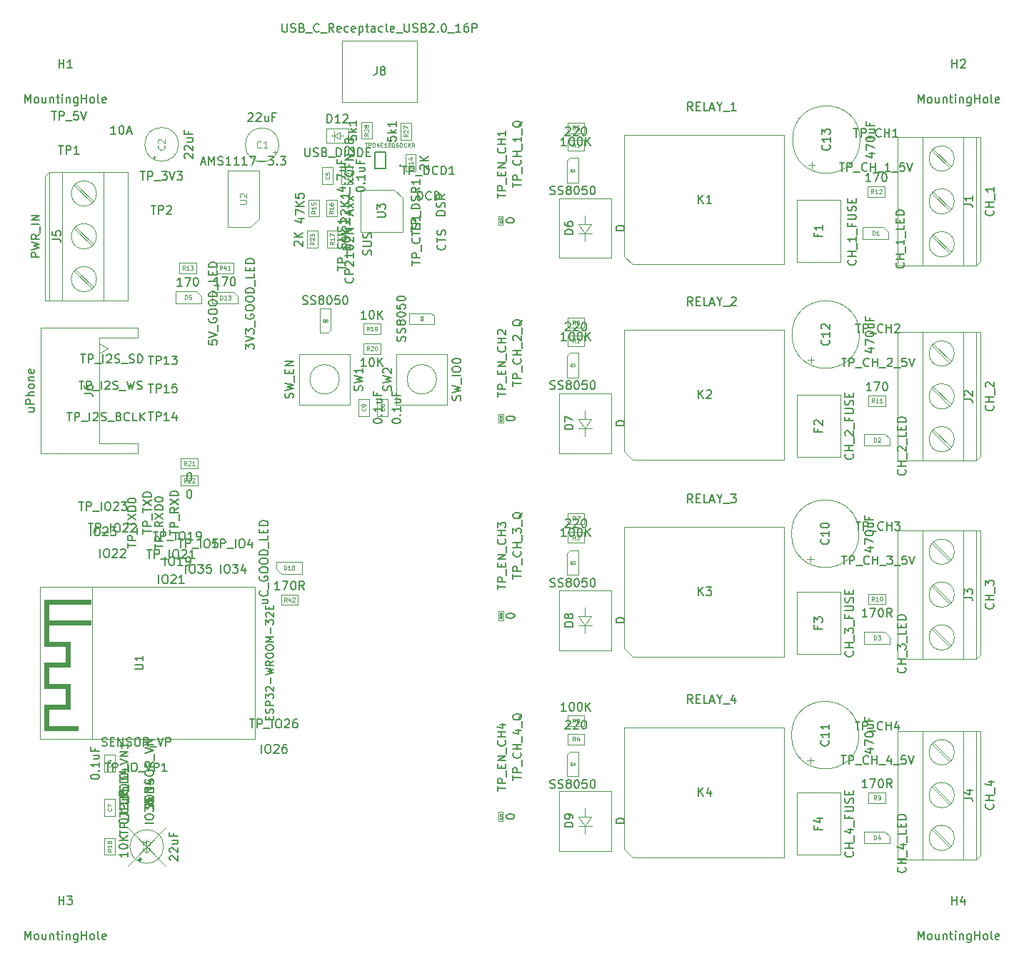
<source format=gbr>
G04 #@! TF.GenerationSoftware,KiCad,Pcbnew,9.0.2*
G04 #@! TF.CreationDate,2025-06-16T21:06:24+01:00*
G04 #@! TF.ProjectId,WS2812B_strip_driver_wled,57533238-3132-4425-9f73-747269705f64,rev?*
G04 #@! TF.SameCoordinates,Original*
G04 #@! TF.FileFunction,AssemblyDrawing,Top*
%FSLAX46Y46*%
G04 Gerber Fmt 4.6, Leading zero omitted, Abs format (unit mm)*
G04 Created by KiCad (PCBNEW 9.0.2) date 2025-06-16 21:06:24*
%MOMM*%
%LPD*%
G01*
G04 APERTURE LIST*
%ADD10C,0.150000*%
%ADD11C,0.050000*%
%ADD12C,0.080000*%
%ADD13C,0.075000*%
%ADD14C,0.120000*%
%ADD15C,0.040000*%
%ADD16C,0.100000*%
%ADD17C,0.127000*%
%ADD18C,0.200000*%
G04 APERTURE END LIST*
D10*
X74080833Y-92796703D02*
X74223690Y-92844322D01*
X74223690Y-92844322D02*
X74461785Y-92844322D01*
X74461785Y-92844322D02*
X74557023Y-92796703D01*
X74557023Y-92796703D02*
X74604642Y-92749083D01*
X74604642Y-92749083D02*
X74652261Y-92653845D01*
X74652261Y-92653845D02*
X74652261Y-92558607D01*
X74652261Y-92558607D02*
X74604642Y-92463369D01*
X74604642Y-92463369D02*
X74557023Y-92415750D01*
X74557023Y-92415750D02*
X74461785Y-92368131D01*
X74461785Y-92368131D02*
X74271309Y-92320512D01*
X74271309Y-92320512D02*
X74176071Y-92272893D01*
X74176071Y-92272893D02*
X74128452Y-92225274D01*
X74128452Y-92225274D02*
X74080833Y-92130036D01*
X74080833Y-92130036D02*
X74080833Y-92034798D01*
X74080833Y-92034798D02*
X74128452Y-91939560D01*
X74128452Y-91939560D02*
X74176071Y-91891941D01*
X74176071Y-91891941D02*
X74271309Y-91844322D01*
X74271309Y-91844322D02*
X74509404Y-91844322D01*
X74509404Y-91844322D02*
X74652261Y-91891941D01*
X75033214Y-92796703D02*
X75176071Y-92844322D01*
X75176071Y-92844322D02*
X75414166Y-92844322D01*
X75414166Y-92844322D02*
X75509404Y-92796703D01*
X75509404Y-92796703D02*
X75557023Y-92749083D01*
X75557023Y-92749083D02*
X75604642Y-92653845D01*
X75604642Y-92653845D02*
X75604642Y-92558607D01*
X75604642Y-92558607D02*
X75557023Y-92463369D01*
X75557023Y-92463369D02*
X75509404Y-92415750D01*
X75509404Y-92415750D02*
X75414166Y-92368131D01*
X75414166Y-92368131D02*
X75223690Y-92320512D01*
X75223690Y-92320512D02*
X75128452Y-92272893D01*
X75128452Y-92272893D02*
X75080833Y-92225274D01*
X75080833Y-92225274D02*
X75033214Y-92130036D01*
X75033214Y-92130036D02*
X75033214Y-92034798D01*
X75033214Y-92034798D02*
X75080833Y-91939560D01*
X75080833Y-91939560D02*
X75128452Y-91891941D01*
X75128452Y-91891941D02*
X75223690Y-91844322D01*
X75223690Y-91844322D02*
X75461785Y-91844322D01*
X75461785Y-91844322D02*
X75604642Y-91891941D01*
X76176071Y-92272893D02*
X76080833Y-92225274D01*
X76080833Y-92225274D02*
X76033214Y-92177655D01*
X76033214Y-92177655D02*
X75985595Y-92082417D01*
X75985595Y-92082417D02*
X75985595Y-92034798D01*
X75985595Y-92034798D02*
X76033214Y-91939560D01*
X76033214Y-91939560D02*
X76080833Y-91891941D01*
X76080833Y-91891941D02*
X76176071Y-91844322D01*
X76176071Y-91844322D02*
X76366547Y-91844322D01*
X76366547Y-91844322D02*
X76461785Y-91891941D01*
X76461785Y-91891941D02*
X76509404Y-91939560D01*
X76509404Y-91939560D02*
X76557023Y-92034798D01*
X76557023Y-92034798D02*
X76557023Y-92082417D01*
X76557023Y-92082417D02*
X76509404Y-92177655D01*
X76509404Y-92177655D02*
X76461785Y-92225274D01*
X76461785Y-92225274D02*
X76366547Y-92272893D01*
X76366547Y-92272893D02*
X76176071Y-92272893D01*
X76176071Y-92272893D02*
X76080833Y-92320512D01*
X76080833Y-92320512D02*
X76033214Y-92368131D01*
X76033214Y-92368131D02*
X75985595Y-92463369D01*
X75985595Y-92463369D02*
X75985595Y-92653845D01*
X75985595Y-92653845D02*
X76033214Y-92749083D01*
X76033214Y-92749083D02*
X76080833Y-92796703D01*
X76080833Y-92796703D02*
X76176071Y-92844322D01*
X76176071Y-92844322D02*
X76366547Y-92844322D01*
X76366547Y-92844322D02*
X76461785Y-92796703D01*
X76461785Y-92796703D02*
X76509404Y-92749083D01*
X76509404Y-92749083D02*
X76557023Y-92653845D01*
X76557023Y-92653845D02*
X76557023Y-92463369D01*
X76557023Y-92463369D02*
X76509404Y-92368131D01*
X76509404Y-92368131D02*
X76461785Y-92320512D01*
X76461785Y-92320512D02*
X76366547Y-92272893D01*
X77176071Y-91844322D02*
X77271309Y-91844322D01*
X77271309Y-91844322D02*
X77366547Y-91891941D01*
X77366547Y-91891941D02*
X77414166Y-91939560D01*
X77414166Y-91939560D02*
X77461785Y-92034798D01*
X77461785Y-92034798D02*
X77509404Y-92225274D01*
X77509404Y-92225274D02*
X77509404Y-92463369D01*
X77509404Y-92463369D02*
X77461785Y-92653845D01*
X77461785Y-92653845D02*
X77414166Y-92749083D01*
X77414166Y-92749083D02*
X77366547Y-92796703D01*
X77366547Y-92796703D02*
X77271309Y-92844322D01*
X77271309Y-92844322D02*
X77176071Y-92844322D01*
X77176071Y-92844322D02*
X77080833Y-92796703D01*
X77080833Y-92796703D02*
X77033214Y-92749083D01*
X77033214Y-92749083D02*
X76985595Y-92653845D01*
X76985595Y-92653845D02*
X76937976Y-92463369D01*
X76937976Y-92463369D02*
X76937976Y-92225274D01*
X76937976Y-92225274D02*
X76985595Y-92034798D01*
X76985595Y-92034798D02*
X77033214Y-91939560D01*
X77033214Y-91939560D02*
X77080833Y-91891941D01*
X77080833Y-91891941D02*
X77176071Y-91844322D01*
X78414166Y-91844322D02*
X77937976Y-91844322D01*
X77937976Y-91844322D02*
X77890357Y-92320512D01*
X77890357Y-92320512D02*
X77937976Y-92272893D01*
X77937976Y-92272893D02*
X78033214Y-92225274D01*
X78033214Y-92225274D02*
X78271309Y-92225274D01*
X78271309Y-92225274D02*
X78366547Y-92272893D01*
X78366547Y-92272893D02*
X78414166Y-92320512D01*
X78414166Y-92320512D02*
X78461785Y-92415750D01*
X78461785Y-92415750D02*
X78461785Y-92653845D01*
X78461785Y-92653845D02*
X78414166Y-92749083D01*
X78414166Y-92749083D02*
X78366547Y-92796703D01*
X78366547Y-92796703D02*
X78271309Y-92844322D01*
X78271309Y-92844322D02*
X78033214Y-92844322D01*
X78033214Y-92844322D02*
X77937976Y-92796703D01*
X77937976Y-92796703D02*
X77890357Y-92749083D01*
X79080833Y-91844322D02*
X79176071Y-91844322D01*
X79176071Y-91844322D02*
X79271309Y-91891941D01*
X79271309Y-91891941D02*
X79318928Y-91939560D01*
X79318928Y-91939560D02*
X79366547Y-92034798D01*
X79366547Y-92034798D02*
X79414166Y-92225274D01*
X79414166Y-92225274D02*
X79414166Y-92463369D01*
X79414166Y-92463369D02*
X79366547Y-92653845D01*
X79366547Y-92653845D02*
X79318928Y-92749083D01*
X79318928Y-92749083D02*
X79271309Y-92796703D01*
X79271309Y-92796703D02*
X79176071Y-92844322D01*
X79176071Y-92844322D02*
X79080833Y-92844322D01*
X79080833Y-92844322D02*
X78985595Y-92796703D01*
X78985595Y-92796703D02*
X78937976Y-92749083D01*
X78937976Y-92749083D02*
X78890357Y-92653845D01*
X78890357Y-92653845D02*
X78842738Y-92463369D01*
X78842738Y-92463369D02*
X78842738Y-92225274D01*
X78842738Y-92225274D02*
X78890357Y-92034798D01*
X78890357Y-92034798D02*
X78937976Y-91939560D01*
X78937976Y-91939560D02*
X78985595Y-91891941D01*
X78985595Y-91891941D02*
X79080833Y-91844322D01*
D11*
X76717023Y-90165417D02*
X76686547Y-90150179D01*
X76686547Y-90150179D02*
X76656071Y-90119703D01*
X76656071Y-90119703D02*
X76610357Y-90073988D01*
X76610357Y-90073988D02*
X76579880Y-90058750D01*
X76579880Y-90058750D02*
X76549404Y-90058750D01*
X76564642Y-90134941D02*
X76534166Y-90119703D01*
X76534166Y-90119703D02*
X76503690Y-90089226D01*
X76503690Y-90089226D02*
X76488452Y-90028274D01*
X76488452Y-90028274D02*
X76488452Y-89921607D01*
X76488452Y-89921607D02*
X76503690Y-89860655D01*
X76503690Y-89860655D02*
X76534166Y-89830179D01*
X76534166Y-89830179D02*
X76564642Y-89814941D01*
X76564642Y-89814941D02*
X76625595Y-89814941D01*
X76625595Y-89814941D02*
X76656071Y-89830179D01*
X76656071Y-89830179D02*
X76686547Y-89860655D01*
X76686547Y-89860655D02*
X76701785Y-89921607D01*
X76701785Y-89921607D02*
X76701785Y-90028274D01*
X76701785Y-90028274D02*
X76686547Y-90089226D01*
X76686547Y-90089226D02*
X76656071Y-90119703D01*
X76656071Y-90119703D02*
X76625595Y-90134941D01*
X76625595Y-90134941D02*
X76564642Y-90134941D01*
X77006547Y-90134941D02*
X76823690Y-90134941D01*
X76915118Y-90134941D02*
X76915118Y-89814941D01*
X76915118Y-89814941D02*
X76884642Y-89860655D01*
X76884642Y-89860655D02*
X76854166Y-89891131D01*
X76854166Y-89891131D02*
X76823690Y-89906369D01*
D10*
X75973333Y-87064002D02*
X75401905Y-87064002D01*
X75687619Y-87064002D02*
X75687619Y-86064002D01*
X75687619Y-86064002D02*
X75592381Y-86206859D01*
X75592381Y-86206859D02*
X75497143Y-86302097D01*
X75497143Y-86302097D02*
X75401905Y-86349716D01*
X76592381Y-86064002D02*
X76687619Y-86064002D01*
X76687619Y-86064002D02*
X76782857Y-86111621D01*
X76782857Y-86111621D02*
X76830476Y-86159240D01*
X76830476Y-86159240D02*
X76878095Y-86254478D01*
X76878095Y-86254478D02*
X76925714Y-86444954D01*
X76925714Y-86444954D02*
X76925714Y-86683049D01*
X76925714Y-86683049D02*
X76878095Y-86873525D01*
X76878095Y-86873525D02*
X76830476Y-86968763D01*
X76830476Y-86968763D02*
X76782857Y-87016383D01*
X76782857Y-87016383D02*
X76687619Y-87064002D01*
X76687619Y-87064002D02*
X76592381Y-87064002D01*
X76592381Y-87064002D02*
X76497143Y-87016383D01*
X76497143Y-87016383D02*
X76449524Y-86968763D01*
X76449524Y-86968763D02*
X76401905Y-86873525D01*
X76401905Y-86873525D02*
X76354286Y-86683049D01*
X76354286Y-86683049D02*
X76354286Y-86444954D01*
X76354286Y-86444954D02*
X76401905Y-86254478D01*
X76401905Y-86254478D02*
X76449524Y-86159240D01*
X76449524Y-86159240D02*
X76497143Y-86111621D01*
X76497143Y-86111621D02*
X76592381Y-86064002D01*
X77544762Y-86064002D02*
X77640000Y-86064002D01*
X77640000Y-86064002D02*
X77735238Y-86111621D01*
X77735238Y-86111621D02*
X77782857Y-86159240D01*
X77782857Y-86159240D02*
X77830476Y-86254478D01*
X77830476Y-86254478D02*
X77878095Y-86444954D01*
X77878095Y-86444954D02*
X77878095Y-86683049D01*
X77878095Y-86683049D02*
X77830476Y-86873525D01*
X77830476Y-86873525D02*
X77782857Y-86968763D01*
X77782857Y-86968763D02*
X77735238Y-87016383D01*
X77735238Y-87016383D02*
X77640000Y-87064002D01*
X77640000Y-87064002D02*
X77544762Y-87064002D01*
X77544762Y-87064002D02*
X77449524Y-87016383D01*
X77449524Y-87016383D02*
X77401905Y-86968763D01*
X77401905Y-86968763D02*
X77354286Y-86873525D01*
X77354286Y-86873525D02*
X77306667Y-86683049D01*
X77306667Y-86683049D02*
X77306667Y-86444954D01*
X77306667Y-86444954D02*
X77354286Y-86254478D01*
X77354286Y-86254478D02*
X77401905Y-86159240D01*
X77401905Y-86159240D02*
X77449524Y-86111621D01*
X77449524Y-86111621D02*
X77544762Y-86064002D01*
X78306667Y-87064002D02*
X78306667Y-86064002D01*
X78878095Y-87064002D02*
X78449524Y-86492573D01*
X78878095Y-86064002D02*
X78306667Y-86635430D01*
D12*
X77056666Y-85186332D02*
X76890000Y-84948237D01*
X76770952Y-85186332D02*
X76770952Y-84686332D01*
X76770952Y-84686332D02*
X76961428Y-84686332D01*
X76961428Y-84686332D02*
X77009047Y-84710142D01*
X77009047Y-84710142D02*
X77032857Y-84733951D01*
X77032857Y-84733951D02*
X77056666Y-84781570D01*
X77056666Y-84781570D02*
X77056666Y-84852999D01*
X77056666Y-84852999D02*
X77032857Y-84900618D01*
X77032857Y-84900618D02*
X77009047Y-84924427D01*
X77009047Y-84924427D02*
X76961428Y-84948237D01*
X76961428Y-84948237D02*
X76770952Y-84948237D01*
X77509047Y-84686332D02*
X77270952Y-84686332D01*
X77270952Y-84686332D02*
X77247143Y-84924427D01*
X77247143Y-84924427D02*
X77270952Y-84900618D01*
X77270952Y-84900618D02*
X77318571Y-84876808D01*
X77318571Y-84876808D02*
X77437619Y-84876808D01*
X77437619Y-84876808D02*
X77485238Y-84900618D01*
X77485238Y-84900618D02*
X77509047Y-84924427D01*
X77509047Y-84924427D02*
X77532857Y-84972046D01*
X77532857Y-84972046D02*
X77532857Y-85091094D01*
X77532857Y-85091094D02*
X77509047Y-85138713D01*
X77509047Y-85138713D02*
X77485238Y-85162523D01*
X77485238Y-85162523D02*
X77437619Y-85186332D01*
X77437619Y-85186332D02*
X77318571Y-85186332D01*
X77318571Y-85186332D02*
X77270952Y-85162523D01*
X77270952Y-85162523D02*
X77247143Y-85138713D01*
D10*
X75901905Y-84939560D02*
X75949524Y-84891941D01*
X75949524Y-84891941D02*
X76044762Y-84844322D01*
X76044762Y-84844322D02*
X76282857Y-84844322D01*
X76282857Y-84844322D02*
X76378095Y-84891941D01*
X76378095Y-84891941D02*
X76425714Y-84939560D01*
X76425714Y-84939560D02*
X76473333Y-85034798D01*
X76473333Y-85034798D02*
X76473333Y-85130036D01*
X76473333Y-85130036D02*
X76425714Y-85272893D01*
X76425714Y-85272893D02*
X75854286Y-85844322D01*
X75854286Y-85844322D02*
X76473333Y-85844322D01*
X76854286Y-84939560D02*
X76901905Y-84891941D01*
X76901905Y-84891941D02*
X76997143Y-84844322D01*
X76997143Y-84844322D02*
X77235238Y-84844322D01*
X77235238Y-84844322D02*
X77330476Y-84891941D01*
X77330476Y-84891941D02*
X77378095Y-84939560D01*
X77378095Y-84939560D02*
X77425714Y-85034798D01*
X77425714Y-85034798D02*
X77425714Y-85130036D01*
X77425714Y-85130036D02*
X77378095Y-85272893D01*
X77378095Y-85272893D02*
X76806667Y-85844322D01*
X76806667Y-85844322D02*
X77425714Y-85844322D01*
X78044762Y-84844322D02*
X78140000Y-84844322D01*
X78140000Y-84844322D02*
X78235238Y-84891941D01*
X78235238Y-84891941D02*
X78282857Y-84939560D01*
X78282857Y-84939560D02*
X78330476Y-85034798D01*
X78330476Y-85034798D02*
X78378095Y-85225274D01*
X78378095Y-85225274D02*
X78378095Y-85463369D01*
X78378095Y-85463369D02*
X78330476Y-85653845D01*
X78330476Y-85653845D02*
X78282857Y-85749083D01*
X78282857Y-85749083D02*
X78235238Y-85796703D01*
X78235238Y-85796703D02*
X78140000Y-85844322D01*
X78140000Y-85844322D02*
X78044762Y-85844322D01*
X78044762Y-85844322D02*
X77949524Y-85796703D01*
X77949524Y-85796703D02*
X77901905Y-85749083D01*
X77901905Y-85749083D02*
X77854286Y-85653845D01*
X77854286Y-85653845D02*
X77806667Y-85463369D01*
X77806667Y-85463369D02*
X77806667Y-85225274D01*
X77806667Y-85225274D02*
X77854286Y-85034798D01*
X77854286Y-85034798D02*
X77901905Y-84939560D01*
X77901905Y-84939560D02*
X77949524Y-84891941D01*
X77949524Y-84891941D02*
X78044762Y-84844322D01*
D12*
X77056666Y-87266652D02*
X76890000Y-87028557D01*
X76770952Y-87266652D02*
X76770952Y-86766652D01*
X76770952Y-86766652D02*
X76961428Y-86766652D01*
X76961428Y-86766652D02*
X77009047Y-86790462D01*
X77009047Y-86790462D02*
X77032857Y-86814271D01*
X77032857Y-86814271D02*
X77056666Y-86861890D01*
X77056666Y-86861890D02*
X77056666Y-86933319D01*
X77056666Y-86933319D02*
X77032857Y-86980938D01*
X77032857Y-86980938D02*
X77009047Y-87004747D01*
X77009047Y-87004747D02*
X76961428Y-87028557D01*
X76961428Y-87028557D02*
X76770952Y-87028557D01*
X77532857Y-87266652D02*
X77247143Y-87266652D01*
X77390000Y-87266652D02*
X77390000Y-86766652D01*
X77390000Y-86766652D02*
X77342381Y-86838081D01*
X77342381Y-86838081D02*
X77294762Y-86885700D01*
X77294762Y-86885700D02*
X77247143Y-86909509D01*
D10*
X82879819Y-97101407D02*
X81879819Y-97101407D01*
X81879819Y-97101407D02*
X81879819Y-96863312D01*
X81879819Y-96863312D02*
X81927438Y-96720455D01*
X81927438Y-96720455D02*
X82022676Y-96625217D01*
X82022676Y-96625217D02*
X82117914Y-96577598D01*
X82117914Y-96577598D02*
X82308390Y-96529979D01*
X82308390Y-96529979D02*
X82451247Y-96529979D01*
X82451247Y-96529979D02*
X82641723Y-96577598D01*
X82641723Y-96577598D02*
X82736961Y-96625217D01*
X82736961Y-96625217D02*
X82832200Y-96720455D01*
X82832200Y-96720455D02*
X82879819Y-96863312D01*
X82879819Y-96863312D02*
X82879819Y-97101407D01*
X76779819Y-97577597D02*
X75779819Y-97577597D01*
X75779819Y-97577597D02*
X75779819Y-97339502D01*
X75779819Y-97339502D02*
X75827438Y-97196645D01*
X75827438Y-97196645D02*
X75922676Y-97101407D01*
X75922676Y-97101407D02*
X76017914Y-97053788D01*
X76017914Y-97053788D02*
X76208390Y-97006169D01*
X76208390Y-97006169D02*
X76351247Y-97006169D01*
X76351247Y-97006169D02*
X76541723Y-97053788D01*
X76541723Y-97053788D02*
X76636961Y-97101407D01*
X76636961Y-97101407D02*
X76732200Y-97196645D01*
X76732200Y-97196645D02*
X76779819Y-97339502D01*
X76779819Y-97339502D02*
X76779819Y-97577597D01*
X75779819Y-96149026D02*
X75779819Y-96339502D01*
X75779819Y-96339502D02*
X75827438Y-96434740D01*
X75827438Y-96434740D02*
X75875057Y-96482359D01*
X75875057Y-96482359D02*
X76017914Y-96577597D01*
X76017914Y-96577597D02*
X76208390Y-96625216D01*
X76208390Y-96625216D02*
X76589342Y-96625216D01*
X76589342Y-96625216D02*
X76684580Y-96577597D01*
X76684580Y-96577597D02*
X76732200Y-96529978D01*
X76732200Y-96529978D02*
X76779819Y-96434740D01*
X76779819Y-96434740D02*
X76779819Y-96244264D01*
X76779819Y-96244264D02*
X76732200Y-96149026D01*
X76732200Y-96149026D02*
X76684580Y-96101407D01*
X76684580Y-96101407D02*
X76589342Y-96053788D01*
X76589342Y-96053788D02*
X76351247Y-96053788D01*
X76351247Y-96053788D02*
X76256009Y-96101407D01*
X76256009Y-96101407D02*
X76208390Y-96149026D01*
X76208390Y-96149026D02*
X76160771Y-96244264D01*
X76160771Y-96244264D02*
X76160771Y-96434740D01*
X76160771Y-96434740D02*
X76208390Y-96529978D01*
X76208390Y-96529978D02*
X76256009Y-96577597D01*
X76256009Y-96577597D02*
X76351247Y-96625216D01*
X90963094Y-82904322D02*
X90629761Y-82428131D01*
X90391666Y-82904322D02*
X90391666Y-81904322D01*
X90391666Y-81904322D02*
X90772618Y-81904322D01*
X90772618Y-81904322D02*
X90867856Y-81951941D01*
X90867856Y-81951941D02*
X90915475Y-81999560D01*
X90915475Y-81999560D02*
X90963094Y-82094798D01*
X90963094Y-82094798D02*
X90963094Y-82237655D01*
X90963094Y-82237655D02*
X90915475Y-82332893D01*
X90915475Y-82332893D02*
X90867856Y-82380512D01*
X90867856Y-82380512D02*
X90772618Y-82428131D01*
X90772618Y-82428131D02*
X90391666Y-82428131D01*
X91391666Y-82380512D02*
X91724999Y-82380512D01*
X91867856Y-82904322D02*
X91391666Y-82904322D01*
X91391666Y-82904322D02*
X91391666Y-81904322D01*
X91391666Y-81904322D02*
X91867856Y-81904322D01*
X92772618Y-82904322D02*
X92296428Y-82904322D01*
X92296428Y-82904322D02*
X92296428Y-81904322D01*
X93058333Y-82618607D02*
X93534523Y-82618607D01*
X92963095Y-82904322D02*
X93296428Y-81904322D01*
X93296428Y-81904322D02*
X93629761Y-82904322D01*
X94153571Y-82428131D02*
X94153571Y-82904322D01*
X93820238Y-81904322D02*
X94153571Y-82428131D01*
X94153571Y-82428131D02*
X94486904Y-81904322D01*
X94582143Y-82999560D02*
X95344047Y-82999560D01*
X96105952Y-82904322D02*
X95534524Y-82904322D01*
X95820238Y-82904322D02*
X95820238Y-81904322D01*
X95820238Y-81904322D02*
X95725000Y-82047179D01*
X95725000Y-82047179D02*
X95629762Y-82142417D01*
X95629762Y-82142417D02*
X95534524Y-82190036D01*
X91686905Y-93904322D02*
X91686905Y-92904322D01*
X92258333Y-93904322D02*
X91829762Y-93332893D01*
X92258333Y-92904322D02*
X91686905Y-93475750D01*
X93210714Y-93904322D02*
X92639286Y-93904322D01*
X92925000Y-93904322D02*
X92925000Y-92904322D01*
X92925000Y-92904322D02*
X92829762Y-93047179D01*
X92829762Y-93047179D02*
X92734524Y-93142417D01*
X92734524Y-93142417D02*
X92639286Y-93190036D01*
X126579580Y-94735931D02*
X126627200Y-94783550D01*
X126627200Y-94783550D02*
X126674819Y-94926407D01*
X126674819Y-94926407D02*
X126674819Y-95021645D01*
X126674819Y-95021645D02*
X126627200Y-95164502D01*
X126627200Y-95164502D02*
X126531961Y-95259740D01*
X126531961Y-95259740D02*
X126436723Y-95307359D01*
X126436723Y-95307359D02*
X126246247Y-95354978D01*
X126246247Y-95354978D02*
X126103390Y-95354978D01*
X126103390Y-95354978D02*
X125912914Y-95307359D01*
X125912914Y-95307359D02*
X125817676Y-95259740D01*
X125817676Y-95259740D02*
X125722438Y-95164502D01*
X125722438Y-95164502D02*
X125674819Y-95021645D01*
X125674819Y-95021645D02*
X125674819Y-94926407D01*
X125674819Y-94926407D02*
X125722438Y-94783550D01*
X125722438Y-94783550D02*
X125770057Y-94735931D01*
X126674819Y-94307359D02*
X125674819Y-94307359D01*
X126151009Y-94307359D02*
X126151009Y-93735931D01*
X126674819Y-93735931D02*
X125674819Y-93735931D01*
X126770057Y-93497836D02*
X126770057Y-92735931D01*
X126674819Y-91974026D02*
X126674819Y-92545454D01*
X126674819Y-92259740D02*
X125674819Y-92259740D01*
X125674819Y-92259740D02*
X125817676Y-92354978D01*
X125817676Y-92354978D02*
X125912914Y-92450216D01*
X125912914Y-92450216D02*
X125960533Y-92545454D01*
X123154819Y-93997836D02*
X123869104Y-93997836D01*
X123869104Y-93997836D02*
X124011961Y-94045455D01*
X124011961Y-94045455D02*
X124107200Y-94140693D01*
X124107200Y-94140693D02*
X124154819Y-94283550D01*
X124154819Y-94283550D02*
X124154819Y-94378788D01*
X124154819Y-92997836D02*
X124154819Y-93569264D01*
X124154819Y-93283550D02*
X123154819Y-93283550D01*
X123154819Y-93283550D02*
X123297676Y-93378788D01*
X123297676Y-93378788D02*
X123392914Y-93474026D01*
X123392914Y-93474026D02*
X123440533Y-93569264D01*
X112082041Y-91304910D02*
X111510613Y-91304910D01*
X111796327Y-91304910D02*
X111796327Y-90304910D01*
X111796327Y-90304910D02*
X111701089Y-90447767D01*
X111701089Y-90447767D02*
X111605851Y-90543005D01*
X111605851Y-90543005D02*
X111510613Y-90590624D01*
X112415375Y-90304910D02*
X113082041Y-90304910D01*
X113082041Y-90304910D02*
X112653470Y-91304910D01*
X113653470Y-90304910D02*
X113748708Y-90304910D01*
X113748708Y-90304910D02*
X113843946Y-90352529D01*
X113843946Y-90352529D02*
X113891565Y-90400148D01*
X113891565Y-90400148D02*
X113939184Y-90495386D01*
X113939184Y-90495386D02*
X113986803Y-90685862D01*
X113986803Y-90685862D02*
X113986803Y-90923957D01*
X113986803Y-90923957D02*
X113939184Y-91114433D01*
X113939184Y-91114433D02*
X113891565Y-91209671D01*
X113891565Y-91209671D02*
X113843946Y-91257291D01*
X113843946Y-91257291D02*
X113748708Y-91304910D01*
X113748708Y-91304910D02*
X113653470Y-91304910D01*
X113653470Y-91304910D02*
X113558232Y-91257291D01*
X113558232Y-91257291D02*
X113510613Y-91209671D01*
X113510613Y-91209671D02*
X113462994Y-91114433D01*
X113462994Y-91114433D02*
X113415375Y-90923957D01*
X113415375Y-90923957D02*
X113415375Y-90685862D01*
X113415375Y-90685862D02*
X113462994Y-90495386D01*
X113462994Y-90495386D02*
X113510613Y-90400148D01*
X113510613Y-90400148D02*
X113558232Y-90352529D01*
X113558232Y-90352529D02*
X113653470Y-90304910D01*
D12*
X112427279Y-92727240D02*
X112260613Y-92489145D01*
X112141565Y-92727240D02*
X112141565Y-92227240D01*
X112141565Y-92227240D02*
X112332041Y-92227240D01*
X112332041Y-92227240D02*
X112379660Y-92251050D01*
X112379660Y-92251050D02*
X112403470Y-92274859D01*
X112403470Y-92274859D02*
X112427279Y-92322478D01*
X112427279Y-92322478D02*
X112427279Y-92393907D01*
X112427279Y-92393907D02*
X112403470Y-92441526D01*
X112403470Y-92441526D02*
X112379660Y-92465335D01*
X112379660Y-92465335D02*
X112332041Y-92489145D01*
X112332041Y-92489145D02*
X112141565Y-92489145D01*
X112903470Y-92727240D02*
X112617756Y-92727240D01*
X112760613Y-92727240D02*
X112760613Y-92227240D01*
X112760613Y-92227240D02*
X112712994Y-92298669D01*
X112712994Y-92298669D02*
X112665375Y-92346288D01*
X112665375Y-92346288D02*
X112617756Y-92370097D01*
X113093946Y-92274859D02*
X113117755Y-92251050D01*
X113117755Y-92251050D02*
X113165374Y-92227240D01*
X113165374Y-92227240D02*
X113284422Y-92227240D01*
X113284422Y-92227240D02*
X113332041Y-92251050D01*
X113332041Y-92251050D02*
X113355850Y-92274859D01*
X113355850Y-92274859D02*
X113379660Y-92322478D01*
X113379660Y-92322478D02*
X113379660Y-92370097D01*
X113379660Y-92370097D02*
X113355850Y-92441526D01*
X113355850Y-92441526D02*
X113070136Y-92727240D01*
X113070136Y-92727240D02*
X113379660Y-92727240D01*
D10*
X115980788Y-100959615D02*
X116028408Y-101007234D01*
X116028408Y-101007234D02*
X116076027Y-101150091D01*
X116076027Y-101150091D02*
X116076027Y-101245329D01*
X116076027Y-101245329D02*
X116028408Y-101388186D01*
X116028408Y-101388186D02*
X115933169Y-101483424D01*
X115933169Y-101483424D02*
X115837931Y-101531043D01*
X115837931Y-101531043D02*
X115647455Y-101578662D01*
X115647455Y-101578662D02*
X115504598Y-101578662D01*
X115504598Y-101578662D02*
X115314122Y-101531043D01*
X115314122Y-101531043D02*
X115218884Y-101483424D01*
X115218884Y-101483424D02*
X115123646Y-101388186D01*
X115123646Y-101388186D02*
X115076027Y-101245329D01*
X115076027Y-101245329D02*
X115076027Y-101150091D01*
X115076027Y-101150091D02*
X115123646Y-101007234D01*
X115123646Y-101007234D02*
X115171265Y-100959615D01*
X116076027Y-100531043D02*
X115076027Y-100531043D01*
X115552217Y-100531043D02*
X115552217Y-99959615D01*
X116076027Y-99959615D02*
X115076027Y-99959615D01*
X116171265Y-99721520D02*
X116171265Y-98959615D01*
X116076027Y-98197710D02*
X116076027Y-98769138D01*
X116076027Y-98483424D02*
X115076027Y-98483424D01*
X115076027Y-98483424D02*
X115218884Y-98578662D01*
X115218884Y-98578662D02*
X115314122Y-98673900D01*
X115314122Y-98673900D02*
X115361741Y-98769138D01*
X116171265Y-98007234D02*
X116171265Y-97245329D01*
X116076027Y-96531043D02*
X116076027Y-97007233D01*
X116076027Y-97007233D02*
X115076027Y-97007233D01*
X115552217Y-96197709D02*
X115552217Y-95864376D01*
X116076027Y-95721519D02*
X116076027Y-96197709D01*
X116076027Y-96197709D02*
X115076027Y-96197709D01*
X115076027Y-96197709D02*
X115076027Y-95721519D01*
X116076027Y-95292947D02*
X115076027Y-95292947D01*
X115076027Y-95292947D02*
X115076027Y-95054852D01*
X115076027Y-95054852D02*
X115123646Y-94911995D01*
X115123646Y-94911995D02*
X115218884Y-94816757D01*
X115218884Y-94816757D02*
X115314122Y-94769138D01*
X115314122Y-94769138D02*
X115504598Y-94721519D01*
X115504598Y-94721519D02*
X115647455Y-94721519D01*
X115647455Y-94721519D02*
X115837931Y-94769138D01*
X115837931Y-94769138D02*
X115933169Y-94816757D01*
X115933169Y-94816757D02*
X116028408Y-94911995D01*
X116028408Y-94911995D02*
X116076027Y-95054852D01*
X116076027Y-95054852D02*
X116076027Y-95292947D01*
D13*
X112292160Y-97667500D02*
X112292160Y-97167500D01*
X112292160Y-97167500D02*
X112411208Y-97167500D01*
X112411208Y-97167500D02*
X112482636Y-97191310D01*
X112482636Y-97191310D02*
X112530255Y-97238929D01*
X112530255Y-97238929D02*
X112554065Y-97286548D01*
X112554065Y-97286548D02*
X112577874Y-97381786D01*
X112577874Y-97381786D02*
X112577874Y-97453214D01*
X112577874Y-97453214D02*
X112554065Y-97548452D01*
X112554065Y-97548452D02*
X112530255Y-97596071D01*
X112530255Y-97596071D02*
X112482636Y-97643691D01*
X112482636Y-97643691D02*
X112411208Y-97667500D01*
X112411208Y-97667500D02*
X112292160Y-97667500D01*
X113054065Y-97667500D02*
X112768351Y-97667500D01*
X112911208Y-97667500D02*
X112911208Y-97167500D01*
X112911208Y-97167500D02*
X112863589Y-97238929D01*
X112863589Y-97238929D02*
X112815970Y-97286548D01*
X112815970Y-97286548D02*
X112768351Y-97310357D01*
D10*
X110259580Y-100612836D02*
X110307200Y-100660455D01*
X110307200Y-100660455D02*
X110354819Y-100803312D01*
X110354819Y-100803312D02*
X110354819Y-100898550D01*
X110354819Y-100898550D02*
X110307200Y-101041407D01*
X110307200Y-101041407D02*
X110211961Y-101136645D01*
X110211961Y-101136645D02*
X110116723Y-101184264D01*
X110116723Y-101184264D02*
X109926247Y-101231883D01*
X109926247Y-101231883D02*
X109783390Y-101231883D01*
X109783390Y-101231883D02*
X109592914Y-101184264D01*
X109592914Y-101184264D02*
X109497676Y-101136645D01*
X109497676Y-101136645D02*
X109402438Y-101041407D01*
X109402438Y-101041407D02*
X109354819Y-100898550D01*
X109354819Y-100898550D02*
X109354819Y-100803312D01*
X109354819Y-100803312D02*
X109402438Y-100660455D01*
X109402438Y-100660455D02*
X109450057Y-100612836D01*
X110354819Y-100184264D02*
X109354819Y-100184264D01*
X109831009Y-100184264D02*
X109831009Y-99612836D01*
X110354819Y-99612836D02*
X109354819Y-99612836D01*
X110450057Y-99374741D02*
X110450057Y-98612836D01*
X110354819Y-97850931D02*
X110354819Y-98422359D01*
X110354819Y-98136645D02*
X109354819Y-98136645D01*
X109354819Y-98136645D02*
X109497676Y-98231883D01*
X109497676Y-98231883D02*
X109592914Y-98327121D01*
X109592914Y-98327121D02*
X109640533Y-98422359D01*
X110450057Y-97660455D02*
X110450057Y-96898550D01*
X109831009Y-96327121D02*
X109831009Y-96660454D01*
X110354819Y-96660454D02*
X109354819Y-96660454D01*
X109354819Y-96660454D02*
X109354819Y-96184264D01*
X109354819Y-95803311D02*
X110164342Y-95803311D01*
X110164342Y-95803311D02*
X110259580Y-95755692D01*
X110259580Y-95755692D02*
X110307200Y-95708073D01*
X110307200Y-95708073D02*
X110354819Y-95612835D01*
X110354819Y-95612835D02*
X110354819Y-95422359D01*
X110354819Y-95422359D02*
X110307200Y-95327121D01*
X110307200Y-95327121D02*
X110259580Y-95279502D01*
X110259580Y-95279502D02*
X110164342Y-95231883D01*
X110164342Y-95231883D02*
X109354819Y-95231883D01*
X110307200Y-94803311D02*
X110354819Y-94660454D01*
X110354819Y-94660454D02*
X110354819Y-94422359D01*
X110354819Y-94422359D02*
X110307200Y-94327121D01*
X110307200Y-94327121D02*
X110259580Y-94279502D01*
X110259580Y-94279502D02*
X110164342Y-94231883D01*
X110164342Y-94231883D02*
X110069104Y-94231883D01*
X110069104Y-94231883D02*
X109973866Y-94279502D01*
X109973866Y-94279502D02*
X109926247Y-94327121D01*
X109926247Y-94327121D02*
X109878628Y-94422359D01*
X109878628Y-94422359D02*
X109831009Y-94612835D01*
X109831009Y-94612835D02*
X109783390Y-94708073D01*
X109783390Y-94708073D02*
X109735771Y-94755692D01*
X109735771Y-94755692D02*
X109640533Y-94803311D01*
X109640533Y-94803311D02*
X109545295Y-94803311D01*
X109545295Y-94803311D02*
X109450057Y-94755692D01*
X109450057Y-94755692D02*
X109402438Y-94708073D01*
X109402438Y-94708073D02*
X109354819Y-94612835D01*
X109354819Y-94612835D02*
X109354819Y-94374740D01*
X109354819Y-94374740D02*
X109402438Y-94231883D01*
X109831009Y-93803311D02*
X109831009Y-93469978D01*
X110354819Y-93327121D02*
X110354819Y-93803311D01*
X110354819Y-93803311D02*
X109354819Y-93803311D01*
X109354819Y-93803311D02*
X109354819Y-93327121D01*
X105831009Y-97517836D02*
X105831009Y-97851169D01*
X106354819Y-97851169D02*
X105354819Y-97851169D01*
X105354819Y-97851169D02*
X105354819Y-97374979D01*
X106354819Y-96470217D02*
X106354819Y-97041645D01*
X106354819Y-96755931D02*
X105354819Y-96755931D01*
X105354819Y-96755931D02*
X105497676Y-96851169D01*
X105497676Y-96851169D02*
X105592914Y-96946407D01*
X105592914Y-96946407D02*
X105640533Y-97041645D01*
X111863152Y-87987360D02*
X112529819Y-87987360D01*
X111482200Y-88225455D02*
X112196485Y-88463550D01*
X112196485Y-88463550D02*
X112196485Y-87844503D01*
X111529819Y-87558788D02*
X111529819Y-86892122D01*
X111529819Y-86892122D02*
X112529819Y-87320693D01*
X111529819Y-86320693D02*
X111529819Y-86225455D01*
X111529819Y-86225455D02*
X111577438Y-86130217D01*
X111577438Y-86130217D02*
X111625057Y-86082598D01*
X111625057Y-86082598D02*
X111720295Y-86034979D01*
X111720295Y-86034979D02*
X111910771Y-85987360D01*
X111910771Y-85987360D02*
X112148866Y-85987360D01*
X112148866Y-85987360D02*
X112339342Y-86034979D01*
X112339342Y-86034979D02*
X112434580Y-86082598D01*
X112434580Y-86082598D02*
X112482200Y-86130217D01*
X112482200Y-86130217D02*
X112529819Y-86225455D01*
X112529819Y-86225455D02*
X112529819Y-86320693D01*
X112529819Y-86320693D02*
X112482200Y-86415931D01*
X112482200Y-86415931D02*
X112434580Y-86463550D01*
X112434580Y-86463550D02*
X112339342Y-86511169D01*
X112339342Y-86511169D02*
X112148866Y-86558788D01*
X112148866Y-86558788D02*
X111910771Y-86558788D01*
X111910771Y-86558788D02*
X111720295Y-86511169D01*
X111720295Y-86511169D02*
X111625057Y-86463550D01*
X111625057Y-86463550D02*
X111577438Y-86415931D01*
X111577438Y-86415931D02*
X111529819Y-86320693D01*
X111863152Y-85130217D02*
X112529819Y-85130217D01*
X111863152Y-85558788D02*
X112386961Y-85558788D01*
X112386961Y-85558788D02*
X112482200Y-85511169D01*
X112482200Y-85511169D02*
X112529819Y-85415931D01*
X112529819Y-85415931D02*
X112529819Y-85273074D01*
X112529819Y-85273074D02*
X112482200Y-85177836D01*
X112482200Y-85177836D02*
X112434580Y-85130217D01*
X112006009Y-84320693D02*
X112006009Y-84654026D01*
X112529819Y-84654026D02*
X111529819Y-84654026D01*
X111529819Y-84654026D02*
X111529819Y-84177836D01*
X107184580Y-86987360D02*
X107232200Y-87034979D01*
X107232200Y-87034979D02*
X107279819Y-87177836D01*
X107279819Y-87177836D02*
X107279819Y-87273074D01*
X107279819Y-87273074D02*
X107232200Y-87415931D01*
X107232200Y-87415931D02*
X107136961Y-87511169D01*
X107136961Y-87511169D02*
X107041723Y-87558788D01*
X107041723Y-87558788D02*
X106851247Y-87606407D01*
X106851247Y-87606407D02*
X106708390Y-87606407D01*
X106708390Y-87606407D02*
X106517914Y-87558788D01*
X106517914Y-87558788D02*
X106422676Y-87511169D01*
X106422676Y-87511169D02*
X106327438Y-87415931D01*
X106327438Y-87415931D02*
X106279819Y-87273074D01*
X106279819Y-87273074D02*
X106279819Y-87177836D01*
X106279819Y-87177836D02*
X106327438Y-87034979D01*
X106327438Y-87034979D02*
X106375057Y-86987360D01*
X107279819Y-86034979D02*
X107279819Y-86606407D01*
X107279819Y-86320693D02*
X106279819Y-86320693D01*
X106279819Y-86320693D02*
X106422676Y-86415931D01*
X106422676Y-86415931D02*
X106517914Y-86511169D01*
X106517914Y-86511169D02*
X106565533Y-86606407D01*
X106279819Y-85701645D02*
X106279819Y-85082598D01*
X106279819Y-85082598D02*
X106660771Y-85415931D01*
X106660771Y-85415931D02*
X106660771Y-85273074D01*
X106660771Y-85273074D02*
X106708390Y-85177836D01*
X106708390Y-85177836D02*
X106756009Y-85130217D01*
X106756009Y-85130217D02*
X106851247Y-85082598D01*
X106851247Y-85082598D02*
X107089342Y-85082598D01*
X107089342Y-85082598D02*
X107184580Y-85130217D01*
X107184580Y-85130217D02*
X107232200Y-85177836D01*
X107232200Y-85177836D02*
X107279819Y-85273074D01*
X107279819Y-85273074D02*
X107279819Y-85558788D01*
X107279819Y-85558788D02*
X107232200Y-85654026D01*
X107232200Y-85654026D02*
X107184580Y-85701645D01*
X108386666Y-89084819D02*
X108958094Y-89084819D01*
X108672380Y-90084819D02*
X108672380Y-89084819D01*
X109291428Y-90084819D02*
X109291428Y-89084819D01*
X109291428Y-89084819D02*
X109672380Y-89084819D01*
X109672380Y-89084819D02*
X109767618Y-89132438D01*
X109767618Y-89132438D02*
X109815237Y-89180057D01*
X109815237Y-89180057D02*
X109862856Y-89275295D01*
X109862856Y-89275295D02*
X109862856Y-89418152D01*
X109862856Y-89418152D02*
X109815237Y-89513390D01*
X109815237Y-89513390D02*
X109767618Y-89561009D01*
X109767618Y-89561009D02*
X109672380Y-89608628D01*
X109672380Y-89608628D02*
X109291428Y-89608628D01*
X110053333Y-90180057D02*
X110815237Y-90180057D01*
X111624761Y-89989580D02*
X111577142Y-90037200D01*
X111577142Y-90037200D02*
X111434285Y-90084819D01*
X111434285Y-90084819D02*
X111339047Y-90084819D01*
X111339047Y-90084819D02*
X111196190Y-90037200D01*
X111196190Y-90037200D02*
X111100952Y-89941961D01*
X111100952Y-89941961D02*
X111053333Y-89846723D01*
X111053333Y-89846723D02*
X111005714Y-89656247D01*
X111005714Y-89656247D02*
X111005714Y-89513390D01*
X111005714Y-89513390D02*
X111053333Y-89322914D01*
X111053333Y-89322914D02*
X111100952Y-89227676D01*
X111100952Y-89227676D02*
X111196190Y-89132438D01*
X111196190Y-89132438D02*
X111339047Y-89084819D01*
X111339047Y-89084819D02*
X111434285Y-89084819D01*
X111434285Y-89084819D02*
X111577142Y-89132438D01*
X111577142Y-89132438D02*
X111624761Y-89180057D01*
X112053333Y-90084819D02*
X112053333Y-89084819D01*
X112053333Y-89561009D02*
X112624761Y-89561009D01*
X112624761Y-90084819D02*
X112624761Y-89084819D01*
X112862857Y-90180057D02*
X113624761Y-90180057D01*
X114386666Y-90084819D02*
X113815238Y-90084819D01*
X114100952Y-90084819D02*
X114100952Y-89084819D01*
X114100952Y-89084819D02*
X114005714Y-89227676D01*
X114005714Y-89227676D02*
X113910476Y-89322914D01*
X113910476Y-89322914D02*
X113815238Y-89370533D01*
X114577143Y-90180057D02*
X115339047Y-90180057D01*
X116053333Y-89084819D02*
X115577143Y-89084819D01*
X115577143Y-89084819D02*
X115529524Y-89561009D01*
X115529524Y-89561009D02*
X115577143Y-89513390D01*
X115577143Y-89513390D02*
X115672381Y-89465771D01*
X115672381Y-89465771D02*
X115910476Y-89465771D01*
X115910476Y-89465771D02*
X116005714Y-89513390D01*
X116005714Y-89513390D02*
X116053333Y-89561009D01*
X116053333Y-89561009D02*
X116100952Y-89656247D01*
X116100952Y-89656247D02*
X116100952Y-89894342D01*
X116100952Y-89894342D02*
X116053333Y-89989580D01*
X116053333Y-89989580D02*
X116005714Y-90037200D01*
X116005714Y-90037200D02*
X115910476Y-90084819D01*
X115910476Y-90084819D02*
X115672381Y-90084819D01*
X115672381Y-90084819D02*
X115577143Y-90037200D01*
X115577143Y-90037200D02*
X115529524Y-89989580D01*
X116386667Y-89084819D02*
X116720000Y-90084819D01*
X116720000Y-90084819D02*
X117053333Y-89084819D01*
X110053333Y-85034819D02*
X110624761Y-85034819D01*
X110339047Y-86034819D02*
X110339047Y-85034819D01*
X110958095Y-86034819D02*
X110958095Y-85034819D01*
X110958095Y-85034819D02*
X111339047Y-85034819D01*
X111339047Y-85034819D02*
X111434285Y-85082438D01*
X111434285Y-85082438D02*
X111481904Y-85130057D01*
X111481904Y-85130057D02*
X111529523Y-85225295D01*
X111529523Y-85225295D02*
X111529523Y-85368152D01*
X111529523Y-85368152D02*
X111481904Y-85463390D01*
X111481904Y-85463390D02*
X111434285Y-85511009D01*
X111434285Y-85511009D02*
X111339047Y-85558628D01*
X111339047Y-85558628D02*
X110958095Y-85558628D01*
X111720000Y-86130057D02*
X112481904Y-86130057D01*
X113291428Y-85939580D02*
X113243809Y-85987200D01*
X113243809Y-85987200D02*
X113100952Y-86034819D01*
X113100952Y-86034819D02*
X113005714Y-86034819D01*
X113005714Y-86034819D02*
X112862857Y-85987200D01*
X112862857Y-85987200D02*
X112767619Y-85891961D01*
X112767619Y-85891961D02*
X112720000Y-85796723D01*
X112720000Y-85796723D02*
X112672381Y-85606247D01*
X112672381Y-85606247D02*
X112672381Y-85463390D01*
X112672381Y-85463390D02*
X112720000Y-85272914D01*
X112720000Y-85272914D02*
X112767619Y-85177676D01*
X112767619Y-85177676D02*
X112862857Y-85082438D01*
X112862857Y-85082438D02*
X113005714Y-85034819D01*
X113005714Y-85034819D02*
X113100952Y-85034819D01*
X113100952Y-85034819D02*
X113243809Y-85082438D01*
X113243809Y-85082438D02*
X113291428Y-85130057D01*
X113720000Y-86034819D02*
X113720000Y-85034819D01*
X113720000Y-85511009D02*
X114291428Y-85511009D01*
X114291428Y-86034819D02*
X114291428Y-85034819D01*
X115291428Y-86034819D02*
X114720000Y-86034819D01*
X115005714Y-86034819D02*
X115005714Y-85034819D01*
X115005714Y-85034819D02*
X114910476Y-85177676D01*
X114910476Y-85177676D02*
X114815238Y-85272914D01*
X114815238Y-85272914D02*
X114720000Y-85320533D01*
X75973333Y-110164488D02*
X75401905Y-110164488D01*
X75687619Y-110164488D02*
X75687619Y-109164488D01*
X75687619Y-109164488D02*
X75592381Y-109307345D01*
X75592381Y-109307345D02*
X75497143Y-109402583D01*
X75497143Y-109402583D02*
X75401905Y-109450202D01*
X76592381Y-109164488D02*
X76687619Y-109164488D01*
X76687619Y-109164488D02*
X76782857Y-109212107D01*
X76782857Y-109212107D02*
X76830476Y-109259726D01*
X76830476Y-109259726D02*
X76878095Y-109354964D01*
X76878095Y-109354964D02*
X76925714Y-109545440D01*
X76925714Y-109545440D02*
X76925714Y-109783535D01*
X76925714Y-109783535D02*
X76878095Y-109974011D01*
X76878095Y-109974011D02*
X76830476Y-110069249D01*
X76830476Y-110069249D02*
X76782857Y-110116869D01*
X76782857Y-110116869D02*
X76687619Y-110164488D01*
X76687619Y-110164488D02*
X76592381Y-110164488D01*
X76592381Y-110164488D02*
X76497143Y-110116869D01*
X76497143Y-110116869D02*
X76449524Y-110069249D01*
X76449524Y-110069249D02*
X76401905Y-109974011D01*
X76401905Y-109974011D02*
X76354286Y-109783535D01*
X76354286Y-109783535D02*
X76354286Y-109545440D01*
X76354286Y-109545440D02*
X76401905Y-109354964D01*
X76401905Y-109354964D02*
X76449524Y-109259726D01*
X76449524Y-109259726D02*
X76497143Y-109212107D01*
X76497143Y-109212107D02*
X76592381Y-109164488D01*
X77544762Y-109164488D02*
X77640000Y-109164488D01*
X77640000Y-109164488D02*
X77735238Y-109212107D01*
X77735238Y-109212107D02*
X77782857Y-109259726D01*
X77782857Y-109259726D02*
X77830476Y-109354964D01*
X77830476Y-109354964D02*
X77878095Y-109545440D01*
X77878095Y-109545440D02*
X77878095Y-109783535D01*
X77878095Y-109783535D02*
X77830476Y-109974011D01*
X77830476Y-109974011D02*
X77782857Y-110069249D01*
X77782857Y-110069249D02*
X77735238Y-110116869D01*
X77735238Y-110116869D02*
X77640000Y-110164488D01*
X77640000Y-110164488D02*
X77544762Y-110164488D01*
X77544762Y-110164488D02*
X77449524Y-110116869D01*
X77449524Y-110116869D02*
X77401905Y-110069249D01*
X77401905Y-110069249D02*
X77354286Y-109974011D01*
X77354286Y-109974011D02*
X77306667Y-109783535D01*
X77306667Y-109783535D02*
X77306667Y-109545440D01*
X77306667Y-109545440D02*
X77354286Y-109354964D01*
X77354286Y-109354964D02*
X77401905Y-109259726D01*
X77401905Y-109259726D02*
X77449524Y-109212107D01*
X77449524Y-109212107D02*
X77544762Y-109164488D01*
X78306667Y-110164488D02*
X78306667Y-109164488D01*
X78878095Y-110164488D02*
X78449524Y-109593059D01*
X78878095Y-109164488D02*
X78306667Y-109735916D01*
D12*
X77056666Y-108286818D02*
X76890000Y-108048723D01*
X76770952Y-108286818D02*
X76770952Y-107786818D01*
X76770952Y-107786818D02*
X76961428Y-107786818D01*
X76961428Y-107786818D02*
X77009047Y-107810628D01*
X77009047Y-107810628D02*
X77032857Y-107834437D01*
X77032857Y-107834437D02*
X77056666Y-107882056D01*
X77056666Y-107882056D02*
X77056666Y-107953485D01*
X77056666Y-107953485D02*
X77032857Y-108001104D01*
X77032857Y-108001104D02*
X77009047Y-108024913D01*
X77009047Y-108024913D02*
X76961428Y-108048723D01*
X76961428Y-108048723D02*
X76770952Y-108048723D01*
X77485238Y-107786818D02*
X77390000Y-107786818D01*
X77390000Y-107786818D02*
X77342381Y-107810628D01*
X77342381Y-107810628D02*
X77318571Y-107834437D01*
X77318571Y-107834437D02*
X77270952Y-107905866D01*
X77270952Y-107905866D02*
X77247143Y-108001104D01*
X77247143Y-108001104D02*
X77247143Y-108191580D01*
X77247143Y-108191580D02*
X77270952Y-108239199D01*
X77270952Y-108239199D02*
X77294762Y-108263009D01*
X77294762Y-108263009D02*
X77342381Y-108286818D01*
X77342381Y-108286818D02*
X77437619Y-108286818D01*
X77437619Y-108286818D02*
X77485238Y-108263009D01*
X77485238Y-108263009D02*
X77509047Y-108239199D01*
X77509047Y-108239199D02*
X77532857Y-108191580D01*
X77532857Y-108191580D02*
X77532857Y-108072532D01*
X77532857Y-108072532D02*
X77509047Y-108024913D01*
X77509047Y-108024913D02*
X77485238Y-108001104D01*
X77485238Y-108001104D02*
X77437619Y-107977294D01*
X77437619Y-107977294D02*
X77342381Y-107977294D01*
X77342381Y-107977294D02*
X77294762Y-108001104D01*
X77294762Y-108001104D02*
X77270952Y-108024913D01*
X77270952Y-108024913D02*
X77247143Y-108072532D01*
D10*
X90963094Y-106026155D02*
X90629761Y-105549964D01*
X90391666Y-106026155D02*
X90391666Y-105026155D01*
X90391666Y-105026155D02*
X90772618Y-105026155D01*
X90772618Y-105026155D02*
X90867856Y-105073774D01*
X90867856Y-105073774D02*
X90915475Y-105121393D01*
X90915475Y-105121393D02*
X90963094Y-105216631D01*
X90963094Y-105216631D02*
X90963094Y-105359488D01*
X90963094Y-105359488D02*
X90915475Y-105454726D01*
X90915475Y-105454726D02*
X90867856Y-105502345D01*
X90867856Y-105502345D02*
X90772618Y-105549964D01*
X90772618Y-105549964D02*
X90391666Y-105549964D01*
X91391666Y-105502345D02*
X91724999Y-105502345D01*
X91867856Y-106026155D02*
X91391666Y-106026155D01*
X91391666Y-106026155D02*
X91391666Y-105026155D01*
X91391666Y-105026155D02*
X91867856Y-105026155D01*
X92772618Y-106026155D02*
X92296428Y-106026155D01*
X92296428Y-106026155D02*
X92296428Y-105026155D01*
X93058333Y-105740440D02*
X93534523Y-105740440D01*
X92963095Y-106026155D02*
X93296428Y-105026155D01*
X93296428Y-105026155D02*
X93629761Y-106026155D01*
X94153571Y-105549964D02*
X94153571Y-106026155D01*
X93820238Y-105026155D02*
X94153571Y-105549964D01*
X94153571Y-105549964D02*
X94486904Y-105026155D01*
X94582143Y-106121393D02*
X95344047Y-106121393D01*
X95534524Y-105121393D02*
X95582143Y-105073774D01*
X95582143Y-105073774D02*
X95677381Y-105026155D01*
X95677381Y-105026155D02*
X95915476Y-105026155D01*
X95915476Y-105026155D02*
X96010714Y-105073774D01*
X96010714Y-105073774D02*
X96058333Y-105121393D01*
X96058333Y-105121393D02*
X96105952Y-105216631D01*
X96105952Y-105216631D02*
X96105952Y-105311869D01*
X96105952Y-105311869D02*
X96058333Y-105454726D01*
X96058333Y-105454726D02*
X95486905Y-106026155D01*
X95486905Y-106026155D02*
X96105952Y-106026155D01*
X91686905Y-117026155D02*
X91686905Y-116026155D01*
X92258333Y-117026155D02*
X91829762Y-116454726D01*
X92258333Y-116026155D02*
X91686905Y-116597583D01*
X92639286Y-116121393D02*
X92686905Y-116073774D01*
X92686905Y-116073774D02*
X92782143Y-116026155D01*
X92782143Y-116026155D02*
X93020238Y-116026155D01*
X93020238Y-116026155D02*
X93115476Y-116073774D01*
X93115476Y-116073774D02*
X93163095Y-116121393D01*
X93163095Y-116121393D02*
X93210714Y-116216631D01*
X93210714Y-116216631D02*
X93210714Y-116311869D01*
X93210714Y-116311869D02*
X93163095Y-116454726D01*
X93163095Y-116454726D02*
X92591667Y-117026155D01*
X92591667Y-117026155D02*
X93210714Y-117026155D01*
X82879819Y-120223240D02*
X81879819Y-120223240D01*
X81879819Y-120223240D02*
X81879819Y-119985145D01*
X81879819Y-119985145D02*
X81927438Y-119842288D01*
X81927438Y-119842288D02*
X82022676Y-119747050D01*
X82022676Y-119747050D02*
X82117914Y-119699431D01*
X82117914Y-119699431D02*
X82308390Y-119651812D01*
X82308390Y-119651812D02*
X82451247Y-119651812D01*
X82451247Y-119651812D02*
X82641723Y-119699431D01*
X82641723Y-119699431D02*
X82736961Y-119747050D01*
X82736961Y-119747050D02*
X82832200Y-119842288D01*
X82832200Y-119842288D02*
X82879819Y-119985145D01*
X82879819Y-119985145D02*
X82879819Y-120223240D01*
X76779819Y-120699430D02*
X75779819Y-120699430D01*
X75779819Y-120699430D02*
X75779819Y-120461335D01*
X75779819Y-120461335D02*
X75827438Y-120318478D01*
X75827438Y-120318478D02*
X75922676Y-120223240D01*
X75922676Y-120223240D02*
X76017914Y-120175621D01*
X76017914Y-120175621D02*
X76208390Y-120128002D01*
X76208390Y-120128002D02*
X76351247Y-120128002D01*
X76351247Y-120128002D02*
X76541723Y-120175621D01*
X76541723Y-120175621D02*
X76636961Y-120223240D01*
X76636961Y-120223240D02*
X76732200Y-120318478D01*
X76732200Y-120318478D02*
X76779819Y-120461335D01*
X76779819Y-120461335D02*
X76779819Y-120699430D01*
X75779819Y-119794668D02*
X75779819Y-119128002D01*
X75779819Y-119128002D02*
X76779819Y-119556573D01*
X116159580Y-125479193D02*
X116207200Y-125526812D01*
X116207200Y-125526812D02*
X116254819Y-125669669D01*
X116254819Y-125669669D02*
X116254819Y-125764907D01*
X116254819Y-125764907D02*
X116207200Y-125907764D01*
X116207200Y-125907764D02*
X116111961Y-126003002D01*
X116111961Y-126003002D02*
X116016723Y-126050621D01*
X116016723Y-126050621D02*
X115826247Y-126098240D01*
X115826247Y-126098240D02*
X115683390Y-126098240D01*
X115683390Y-126098240D02*
X115492914Y-126050621D01*
X115492914Y-126050621D02*
X115397676Y-126003002D01*
X115397676Y-126003002D02*
X115302438Y-125907764D01*
X115302438Y-125907764D02*
X115254819Y-125764907D01*
X115254819Y-125764907D02*
X115254819Y-125669669D01*
X115254819Y-125669669D02*
X115302438Y-125526812D01*
X115302438Y-125526812D02*
X115350057Y-125479193D01*
X116254819Y-125050621D02*
X115254819Y-125050621D01*
X115731009Y-125050621D02*
X115731009Y-124479193D01*
X116254819Y-124479193D02*
X115254819Y-124479193D01*
X116350057Y-124241098D02*
X116350057Y-123479193D01*
X115350057Y-123288716D02*
X115302438Y-123241097D01*
X115302438Y-123241097D02*
X115254819Y-123145859D01*
X115254819Y-123145859D02*
X115254819Y-122907764D01*
X115254819Y-122907764D02*
X115302438Y-122812526D01*
X115302438Y-122812526D02*
X115350057Y-122764907D01*
X115350057Y-122764907D02*
X115445295Y-122717288D01*
X115445295Y-122717288D02*
X115540533Y-122717288D01*
X115540533Y-122717288D02*
X115683390Y-122764907D01*
X115683390Y-122764907D02*
X116254819Y-123336335D01*
X116254819Y-123336335D02*
X116254819Y-122717288D01*
X116350057Y-122526812D02*
X116350057Y-121764907D01*
X116254819Y-121050621D02*
X116254819Y-121526811D01*
X116254819Y-121526811D02*
X115254819Y-121526811D01*
X115731009Y-120717287D02*
X115731009Y-120383954D01*
X116254819Y-120241097D02*
X116254819Y-120717287D01*
X116254819Y-120717287D02*
X115254819Y-120717287D01*
X115254819Y-120717287D02*
X115254819Y-120241097D01*
X116254819Y-119812525D02*
X115254819Y-119812525D01*
X115254819Y-119812525D02*
X115254819Y-119574430D01*
X115254819Y-119574430D02*
X115302438Y-119431573D01*
X115302438Y-119431573D02*
X115397676Y-119336335D01*
X115397676Y-119336335D02*
X115492914Y-119288716D01*
X115492914Y-119288716D02*
X115683390Y-119241097D01*
X115683390Y-119241097D02*
X115826247Y-119241097D01*
X115826247Y-119241097D02*
X116016723Y-119288716D01*
X116016723Y-119288716D02*
X116111961Y-119336335D01*
X116111961Y-119336335D02*
X116207200Y-119431573D01*
X116207200Y-119431573D02*
X116254819Y-119574430D01*
X116254819Y-119574430D02*
X116254819Y-119812525D01*
D13*
X112470952Y-122187078D02*
X112470952Y-121687078D01*
X112470952Y-121687078D02*
X112590000Y-121687078D01*
X112590000Y-121687078D02*
X112661428Y-121710888D01*
X112661428Y-121710888D02*
X112709047Y-121758507D01*
X112709047Y-121758507D02*
X112732857Y-121806126D01*
X112732857Y-121806126D02*
X112756666Y-121901364D01*
X112756666Y-121901364D02*
X112756666Y-121972792D01*
X112756666Y-121972792D02*
X112732857Y-122068030D01*
X112732857Y-122068030D02*
X112709047Y-122115649D01*
X112709047Y-122115649D02*
X112661428Y-122163269D01*
X112661428Y-122163269D02*
X112590000Y-122187078D01*
X112590000Y-122187078D02*
X112470952Y-122187078D01*
X112947143Y-121734697D02*
X112970952Y-121710888D01*
X112970952Y-121710888D02*
X113018571Y-121687078D01*
X113018571Y-121687078D02*
X113137619Y-121687078D01*
X113137619Y-121687078D02*
X113185238Y-121710888D01*
X113185238Y-121710888D02*
X113209047Y-121734697D01*
X113209047Y-121734697D02*
X113232857Y-121782316D01*
X113232857Y-121782316D02*
X113232857Y-121829935D01*
X113232857Y-121829935D02*
X113209047Y-121901364D01*
X113209047Y-121901364D02*
X112923333Y-122187078D01*
X112923333Y-122187078D02*
X113232857Y-122187078D01*
D10*
X111788152Y-111102526D02*
X112454819Y-111102526D01*
X111407200Y-111340621D02*
X112121485Y-111578716D01*
X112121485Y-111578716D02*
X112121485Y-110959669D01*
X111454819Y-110673954D02*
X111454819Y-110007288D01*
X111454819Y-110007288D02*
X112454819Y-110435859D01*
X111454819Y-109435859D02*
X111454819Y-109340621D01*
X111454819Y-109340621D02*
X111502438Y-109245383D01*
X111502438Y-109245383D02*
X111550057Y-109197764D01*
X111550057Y-109197764D02*
X111645295Y-109150145D01*
X111645295Y-109150145D02*
X111835771Y-109102526D01*
X111835771Y-109102526D02*
X112073866Y-109102526D01*
X112073866Y-109102526D02*
X112264342Y-109150145D01*
X112264342Y-109150145D02*
X112359580Y-109197764D01*
X112359580Y-109197764D02*
X112407200Y-109245383D01*
X112407200Y-109245383D02*
X112454819Y-109340621D01*
X112454819Y-109340621D02*
X112454819Y-109435859D01*
X112454819Y-109435859D02*
X112407200Y-109531097D01*
X112407200Y-109531097D02*
X112359580Y-109578716D01*
X112359580Y-109578716D02*
X112264342Y-109626335D01*
X112264342Y-109626335D02*
X112073866Y-109673954D01*
X112073866Y-109673954D02*
X111835771Y-109673954D01*
X111835771Y-109673954D02*
X111645295Y-109626335D01*
X111645295Y-109626335D02*
X111550057Y-109578716D01*
X111550057Y-109578716D02*
X111502438Y-109531097D01*
X111502438Y-109531097D02*
X111454819Y-109435859D01*
X111788152Y-108245383D02*
X112454819Y-108245383D01*
X111788152Y-108673954D02*
X112311961Y-108673954D01*
X112311961Y-108673954D02*
X112407200Y-108626335D01*
X112407200Y-108626335D02*
X112454819Y-108531097D01*
X112454819Y-108531097D02*
X112454819Y-108388240D01*
X112454819Y-108388240D02*
X112407200Y-108293002D01*
X112407200Y-108293002D02*
X112359580Y-108245383D01*
X111931009Y-107435859D02*
X111931009Y-107769192D01*
X112454819Y-107769192D02*
X111454819Y-107769192D01*
X111454819Y-107769192D02*
X111454819Y-107293002D01*
X107109580Y-110102526D02*
X107157200Y-110150145D01*
X107157200Y-110150145D02*
X107204819Y-110293002D01*
X107204819Y-110293002D02*
X107204819Y-110388240D01*
X107204819Y-110388240D02*
X107157200Y-110531097D01*
X107157200Y-110531097D02*
X107061961Y-110626335D01*
X107061961Y-110626335D02*
X106966723Y-110673954D01*
X106966723Y-110673954D02*
X106776247Y-110721573D01*
X106776247Y-110721573D02*
X106633390Y-110721573D01*
X106633390Y-110721573D02*
X106442914Y-110673954D01*
X106442914Y-110673954D02*
X106347676Y-110626335D01*
X106347676Y-110626335D02*
X106252438Y-110531097D01*
X106252438Y-110531097D02*
X106204819Y-110388240D01*
X106204819Y-110388240D02*
X106204819Y-110293002D01*
X106204819Y-110293002D02*
X106252438Y-110150145D01*
X106252438Y-110150145D02*
X106300057Y-110102526D01*
X107204819Y-109150145D02*
X107204819Y-109721573D01*
X107204819Y-109435859D02*
X106204819Y-109435859D01*
X106204819Y-109435859D02*
X106347676Y-109531097D01*
X106347676Y-109531097D02*
X106442914Y-109626335D01*
X106442914Y-109626335D02*
X106490533Y-109721573D01*
X106300057Y-108769192D02*
X106252438Y-108721573D01*
X106252438Y-108721573D02*
X106204819Y-108626335D01*
X106204819Y-108626335D02*
X106204819Y-108388240D01*
X106204819Y-108388240D02*
X106252438Y-108293002D01*
X106252438Y-108293002D02*
X106300057Y-108245383D01*
X106300057Y-108245383D02*
X106395295Y-108197764D01*
X106395295Y-108197764D02*
X106490533Y-108197764D01*
X106490533Y-108197764D02*
X106633390Y-108245383D01*
X106633390Y-108245383D02*
X107204819Y-108816811D01*
X107204819Y-108816811D02*
X107204819Y-108197764D01*
X75901905Y-108109726D02*
X75949524Y-108062107D01*
X75949524Y-108062107D02*
X76044762Y-108014488D01*
X76044762Y-108014488D02*
X76282857Y-108014488D01*
X76282857Y-108014488D02*
X76378095Y-108062107D01*
X76378095Y-108062107D02*
X76425714Y-108109726D01*
X76425714Y-108109726D02*
X76473333Y-108204964D01*
X76473333Y-108204964D02*
X76473333Y-108300202D01*
X76473333Y-108300202D02*
X76425714Y-108443059D01*
X76425714Y-108443059D02*
X75854286Y-109014488D01*
X75854286Y-109014488D02*
X76473333Y-109014488D01*
X76854286Y-108109726D02*
X76901905Y-108062107D01*
X76901905Y-108062107D02*
X76997143Y-108014488D01*
X76997143Y-108014488D02*
X77235238Y-108014488D01*
X77235238Y-108014488D02*
X77330476Y-108062107D01*
X77330476Y-108062107D02*
X77378095Y-108109726D01*
X77378095Y-108109726D02*
X77425714Y-108204964D01*
X77425714Y-108204964D02*
X77425714Y-108300202D01*
X77425714Y-108300202D02*
X77378095Y-108443059D01*
X77378095Y-108443059D02*
X76806667Y-109014488D01*
X76806667Y-109014488D02*
X77425714Y-109014488D01*
X78044762Y-108014488D02*
X78140000Y-108014488D01*
X78140000Y-108014488D02*
X78235238Y-108062107D01*
X78235238Y-108062107D02*
X78282857Y-108109726D01*
X78282857Y-108109726D02*
X78330476Y-108204964D01*
X78330476Y-108204964D02*
X78378095Y-108395440D01*
X78378095Y-108395440D02*
X78378095Y-108633535D01*
X78378095Y-108633535D02*
X78330476Y-108824011D01*
X78330476Y-108824011D02*
X78282857Y-108919249D01*
X78282857Y-108919249D02*
X78235238Y-108966869D01*
X78235238Y-108966869D02*
X78140000Y-109014488D01*
X78140000Y-109014488D02*
X78044762Y-109014488D01*
X78044762Y-109014488D02*
X77949524Y-108966869D01*
X77949524Y-108966869D02*
X77901905Y-108919249D01*
X77901905Y-108919249D02*
X77854286Y-108824011D01*
X77854286Y-108824011D02*
X77806667Y-108633535D01*
X77806667Y-108633535D02*
X77806667Y-108395440D01*
X77806667Y-108395440D02*
X77854286Y-108204964D01*
X77854286Y-108204964D02*
X77901905Y-108109726D01*
X77901905Y-108109726D02*
X77949524Y-108062107D01*
X77949524Y-108062107D02*
X78044762Y-108014488D01*
D12*
X77056666Y-110436818D02*
X76890000Y-110198723D01*
X76770952Y-110436818D02*
X76770952Y-109936818D01*
X76770952Y-109936818D02*
X76961428Y-109936818D01*
X76961428Y-109936818D02*
X77009047Y-109960628D01*
X77009047Y-109960628D02*
X77032857Y-109984437D01*
X77032857Y-109984437D02*
X77056666Y-110032056D01*
X77056666Y-110032056D02*
X77056666Y-110103485D01*
X77056666Y-110103485D02*
X77032857Y-110151104D01*
X77032857Y-110151104D02*
X77009047Y-110174913D01*
X77009047Y-110174913D02*
X76961428Y-110198723D01*
X76961428Y-110198723D02*
X76770952Y-110198723D01*
X77247143Y-109984437D02*
X77270952Y-109960628D01*
X77270952Y-109960628D02*
X77318571Y-109936818D01*
X77318571Y-109936818D02*
X77437619Y-109936818D01*
X77437619Y-109936818D02*
X77485238Y-109960628D01*
X77485238Y-109960628D02*
X77509047Y-109984437D01*
X77509047Y-109984437D02*
X77532857Y-110032056D01*
X77532857Y-110032056D02*
X77532857Y-110079675D01*
X77532857Y-110079675D02*
X77509047Y-110151104D01*
X77509047Y-110151104D02*
X77223333Y-110436818D01*
X77223333Y-110436818D02*
X77532857Y-110436818D01*
D10*
X109939580Y-123639669D02*
X109987200Y-123687288D01*
X109987200Y-123687288D02*
X110034819Y-123830145D01*
X110034819Y-123830145D02*
X110034819Y-123925383D01*
X110034819Y-123925383D02*
X109987200Y-124068240D01*
X109987200Y-124068240D02*
X109891961Y-124163478D01*
X109891961Y-124163478D02*
X109796723Y-124211097D01*
X109796723Y-124211097D02*
X109606247Y-124258716D01*
X109606247Y-124258716D02*
X109463390Y-124258716D01*
X109463390Y-124258716D02*
X109272914Y-124211097D01*
X109272914Y-124211097D02*
X109177676Y-124163478D01*
X109177676Y-124163478D02*
X109082438Y-124068240D01*
X109082438Y-124068240D02*
X109034819Y-123925383D01*
X109034819Y-123925383D02*
X109034819Y-123830145D01*
X109034819Y-123830145D02*
X109082438Y-123687288D01*
X109082438Y-123687288D02*
X109130057Y-123639669D01*
X110034819Y-123211097D02*
X109034819Y-123211097D01*
X109511009Y-123211097D02*
X109511009Y-122639669D01*
X110034819Y-122639669D02*
X109034819Y-122639669D01*
X110130057Y-122401574D02*
X110130057Y-121639669D01*
X109130057Y-121449192D02*
X109082438Y-121401573D01*
X109082438Y-121401573D02*
X109034819Y-121306335D01*
X109034819Y-121306335D02*
X109034819Y-121068240D01*
X109034819Y-121068240D02*
X109082438Y-120973002D01*
X109082438Y-120973002D02*
X109130057Y-120925383D01*
X109130057Y-120925383D02*
X109225295Y-120877764D01*
X109225295Y-120877764D02*
X109320533Y-120877764D01*
X109320533Y-120877764D02*
X109463390Y-120925383D01*
X109463390Y-120925383D02*
X110034819Y-121496811D01*
X110034819Y-121496811D02*
X110034819Y-120877764D01*
X110130057Y-120687288D02*
X110130057Y-119925383D01*
X109511009Y-119353954D02*
X109511009Y-119687287D01*
X110034819Y-119687287D02*
X109034819Y-119687287D01*
X109034819Y-119687287D02*
X109034819Y-119211097D01*
X109034819Y-118830144D02*
X109844342Y-118830144D01*
X109844342Y-118830144D02*
X109939580Y-118782525D01*
X109939580Y-118782525D02*
X109987200Y-118734906D01*
X109987200Y-118734906D02*
X110034819Y-118639668D01*
X110034819Y-118639668D02*
X110034819Y-118449192D01*
X110034819Y-118449192D02*
X109987200Y-118353954D01*
X109987200Y-118353954D02*
X109939580Y-118306335D01*
X109939580Y-118306335D02*
X109844342Y-118258716D01*
X109844342Y-118258716D02*
X109034819Y-118258716D01*
X109987200Y-117830144D02*
X110034819Y-117687287D01*
X110034819Y-117687287D02*
X110034819Y-117449192D01*
X110034819Y-117449192D02*
X109987200Y-117353954D01*
X109987200Y-117353954D02*
X109939580Y-117306335D01*
X109939580Y-117306335D02*
X109844342Y-117258716D01*
X109844342Y-117258716D02*
X109749104Y-117258716D01*
X109749104Y-117258716D02*
X109653866Y-117306335D01*
X109653866Y-117306335D02*
X109606247Y-117353954D01*
X109606247Y-117353954D02*
X109558628Y-117449192D01*
X109558628Y-117449192D02*
X109511009Y-117639668D01*
X109511009Y-117639668D02*
X109463390Y-117734906D01*
X109463390Y-117734906D02*
X109415771Y-117782525D01*
X109415771Y-117782525D02*
X109320533Y-117830144D01*
X109320533Y-117830144D02*
X109225295Y-117830144D01*
X109225295Y-117830144D02*
X109130057Y-117782525D01*
X109130057Y-117782525D02*
X109082438Y-117734906D01*
X109082438Y-117734906D02*
X109034819Y-117639668D01*
X109034819Y-117639668D02*
X109034819Y-117401573D01*
X109034819Y-117401573D02*
X109082438Y-117258716D01*
X109511009Y-116830144D02*
X109511009Y-116496811D01*
X110034819Y-116353954D02*
X110034819Y-116830144D01*
X110034819Y-116830144D02*
X109034819Y-116830144D01*
X109034819Y-116830144D02*
X109034819Y-116353954D01*
X105831009Y-120639669D02*
X105831009Y-120973002D01*
X106354819Y-120973002D02*
X105354819Y-120973002D01*
X105354819Y-120973002D02*
X105354819Y-120496812D01*
X105450057Y-120163478D02*
X105402438Y-120115859D01*
X105402438Y-120115859D02*
X105354819Y-120020621D01*
X105354819Y-120020621D02*
X105354819Y-119782526D01*
X105354819Y-119782526D02*
X105402438Y-119687288D01*
X105402438Y-119687288D02*
X105450057Y-119639669D01*
X105450057Y-119639669D02*
X105545295Y-119592050D01*
X105545295Y-119592050D02*
X105640533Y-119592050D01*
X105640533Y-119592050D02*
X105783390Y-119639669D01*
X105783390Y-119639669D02*
X106354819Y-120211097D01*
X106354819Y-120211097D02*
X106354819Y-119592050D01*
X112173333Y-116124488D02*
X111601905Y-116124488D01*
X111887619Y-116124488D02*
X111887619Y-115124488D01*
X111887619Y-115124488D02*
X111792381Y-115267345D01*
X111792381Y-115267345D02*
X111697143Y-115362583D01*
X111697143Y-115362583D02*
X111601905Y-115410202D01*
X112506667Y-115124488D02*
X113173333Y-115124488D01*
X113173333Y-115124488D02*
X112744762Y-116124488D01*
X113744762Y-115124488D02*
X113840000Y-115124488D01*
X113840000Y-115124488D02*
X113935238Y-115172107D01*
X113935238Y-115172107D02*
X113982857Y-115219726D01*
X113982857Y-115219726D02*
X114030476Y-115314964D01*
X114030476Y-115314964D02*
X114078095Y-115505440D01*
X114078095Y-115505440D02*
X114078095Y-115743535D01*
X114078095Y-115743535D02*
X114030476Y-115934011D01*
X114030476Y-115934011D02*
X113982857Y-116029249D01*
X113982857Y-116029249D02*
X113935238Y-116076869D01*
X113935238Y-116076869D02*
X113840000Y-116124488D01*
X113840000Y-116124488D02*
X113744762Y-116124488D01*
X113744762Y-116124488D02*
X113649524Y-116076869D01*
X113649524Y-116076869D02*
X113601905Y-116029249D01*
X113601905Y-116029249D02*
X113554286Y-115934011D01*
X113554286Y-115934011D02*
X113506667Y-115743535D01*
X113506667Y-115743535D02*
X113506667Y-115505440D01*
X113506667Y-115505440D02*
X113554286Y-115314964D01*
X113554286Y-115314964D02*
X113601905Y-115219726D01*
X113601905Y-115219726D02*
X113649524Y-115172107D01*
X113649524Y-115172107D02*
X113744762Y-115124488D01*
D12*
X112518571Y-117546818D02*
X112351905Y-117308723D01*
X112232857Y-117546818D02*
X112232857Y-117046818D01*
X112232857Y-117046818D02*
X112423333Y-117046818D01*
X112423333Y-117046818D02*
X112470952Y-117070628D01*
X112470952Y-117070628D02*
X112494762Y-117094437D01*
X112494762Y-117094437D02*
X112518571Y-117142056D01*
X112518571Y-117142056D02*
X112518571Y-117213485D01*
X112518571Y-117213485D02*
X112494762Y-117261104D01*
X112494762Y-117261104D02*
X112470952Y-117284913D01*
X112470952Y-117284913D02*
X112423333Y-117308723D01*
X112423333Y-117308723D02*
X112232857Y-117308723D01*
X112994762Y-117546818D02*
X112709048Y-117546818D01*
X112851905Y-117546818D02*
X112851905Y-117046818D01*
X112851905Y-117046818D02*
X112804286Y-117118247D01*
X112804286Y-117118247D02*
X112756667Y-117165866D01*
X112756667Y-117165866D02*
X112709048Y-117189675D01*
X113470952Y-117546818D02*
X113185238Y-117546818D01*
X113328095Y-117546818D02*
X113328095Y-117046818D01*
X113328095Y-117046818D02*
X113280476Y-117118247D01*
X113280476Y-117118247D02*
X113232857Y-117165866D01*
X113232857Y-117165866D02*
X113185238Y-117189675D01*
D10*
X126579580Y-117857764D02*
X126627200Y-117905383D01*
X126627200Y-117905383D02*
X126674819Y-118048240D01*
X126674819Y-118048240D02*
X126674819Y-118143478D01*
X126674819Y-118143478D02*
X126627200Y-118286335D01*
X126627200Y-118286335D02*
X126531961Y-118381573D01*
X126531961Y-118381573D02*
X126436723Y-118429192D01*
X126436723Y-118429192D02*
X126246247Y-118476811D01*
X126246247Y-118476811D02*
X126103390Y-118476811D01*
X126103390Y-118476811D02*
X125912914Y-118429192D01*
X125912914Y-118429192D02*
X125817676Y-118381573D01*
X125817676Y-118381573D02*
X125722438Y-118286335D01*
X125722438Y-118286335D02*
X125674819Y-118143478D01*
X125674819Y-118143478D02*
X125674819Y-118048240D01*
X125674819Y-118048240D02*
X125722438Y-117905383D01*
X125722438Y-117905383D02*
X125770057Y-117857764D01*
X126674819Y-117429192D02*
X125674819Y-117429192D01*
X126151009Y-117429192D02*
X126151009Y-116857764D01*
X126674819Y-116857764D02*
X125674819Y-116857764D01*
X126770057Y-116619669D02*
X126770057Y-115857764D01*
X125770057Y-115667287D02*
X125722438Y-115619668D01*
X125722438Y-115619668D02*
X125674819Y-115524430D01*
X125674819Y-115524430D02*
X125674819Y-115286335D01*
X125674819Y-115286335D02*
X125722438Y-115191097D01*
X125722438Y-115191097D02*
X125770057Y-115143478D01*
X125770057Y-115143478D02*
X125865295Y-115095859D01*
X125865295Y-115095859D02*
X125960533Y-115095859D01*
X125960533Y-115095859D02*
X126103390Y-115143478D01*
X126103390Y-115143478D02*
X126674819Y-115714906D01*
X126674819Y-115714906D02*
X126674819Y-115095859D01*
X123154819Y-117119669D02*
X123869104Y-117119669D01*
X123869104Y-117119669D02*
X124011961Y-117167288D01*
X124011961Y-117167288D02*
X124107200Y-117262526D01*
X124107200Y-117262526D02*
X124154819Y-117405383D01*
X124154819Y-117405383D02*
X124154819Y-117500621D01*
X123250057Y-116691097D02*
X123202438Y-116643478D01*
X123202438Y-116643478D02*
X123154819Y-116548240D01*
X123154819Y-116548240D02*
X123154819Y-116310145D01*
X123154819Y-116310145D02*
X123202438Y-116214907D01*
X123202438Y-116214907D02*
X123250057Y-116167288D01*
X123250057Y-116167288D02*
X123345295Y-116119669D01*
X123345295Y-116119669D02*
X123440533Y-116119669D01*
X123440533Y-116119669D02*
X123583390Y-116167288D01*
X123583390Y-116167288D02*
X124154819Y-116738716D01*
X124154819Y-116738716D02*
X124154819Y-116119669D01*
X108626666Y-112261155D02*
X109198094Y-112261155D01*
X108912380Y-113261155D02*
X108912380Y-112261155D01*
X109531428Y-113261155D02*
X109531428Y-112261155D01*
X109531428Y-112261155D02*
X109912380Y-112261155D01*
X109912380Y-112261155D02*
X110007618Y-112308774D01*
X110007618Y-112308774D02*
X110055237Y-112356393D01*
X110055237Y-112356393D02*
X110102856Y-112451631D01*
X110102856Y-112451631D02*
X110102856Y-112594488D01*
X110102856Y-112594488D02*
X110055237Y-112689726D01*
X110055237Y-112689726D02*
X110007618Y-112737345D01*
X110007618Y-112737345D02*
X109912380Y-112784964D01*
X109912380Y-112784964D02*
X109531428Y-112784964D01*
X110293333Y-113356393D02*
X111055237Y-113356393D01*
X111864761Y-113165916D02*
X111817142Y-113213536D01*
X111817142Y-113213536D02*
X111674285Y-113261155D01*
X111674285Y-113261155D02*
X111579047Y-113261155D01*
X111579047Y-113261155D02*
X111436190Y-113213536D01*
X111436190Y-113213536D02*
X111340952Y-113118297D01*
X111340952Y-113118297D02*
X111293333Y-113023059D01*
X111293333Y-113023059D02*
X111245714Y-112832583D01*
X111245714Y-112832583D02*
X111245714Y-112689726D01*
X111245714Y-112689726D02*
X111293333Y-112499250D01*
X111293333Y-112499250D02*
X111340952Y-112404012D01*
X111340952Y-112404012D02*
X111436190Y-112308774D01*
X111436190Y-112308774D02*
X111579047Y-112261155D01*
X111579047Y-112261155D02*
X111674285Y-112261155D01*
X111674285Y-112261155D02*
X111817142Y-112308774D01*
X111817142Y-112308774D02*
X111864761Y-112356393D01*
X112293333Y-113261155D02*
X112293333Y-112261155D01*
X112293333Y-112737345D02*
X112864761Y-112737345D01*
X112864761Y-113261155D02*
X112864761Y-112261155D01*
X113102857Y-113356393D02*
X113864761Y-113356393D01*
X114055238Y-112356393D02*
X114102857Y-112308774D01*
X114102857Y-112308774D02*
X114198095Y-112261155D01*
X114198095Y-112261155D02*
X114436190Y-112261155D01*
X114436190Y-112261155D02*
X114531428Y-112308774D01*
X114531428Y-112308774D02*
X114579047Y-112356393D01*
X114579047Y-112356393D02*
X114626666Y-112451631D01*
X114626666Y-112451631D02*
X114626666Y-112546869D01*
X114626666Y-112546869D02*
X114579047Y-112689726D01*
X114579047Y-112689726D02*
X114007619Y-113261155D01*
X114007619Y-113261155D02*
X114626666Y-113261155D01*
X114817143Y-113356393D02*
X115579047Y-113356393D01*
X116293333Y-112261155D02*
X115817143Y-112261155D01*
X115817143Y-112261155D02*
X115769524Y-112737345D01*
X115769524Y-112737345D02*
X115817143Y-112689726D01*
X115817143Y-112689726D02*
X115912381Y-112642107D01*
X115912381Y-112642107D02*
X116150476Y-112642107D01*
X116150476Y-112642107D02*
X116245714Y-112689726D01*
X116245714Y-112689726D02*
X116293333Y-112737345D01*
X116293333Y-112737345D02*
X116340952Y-112832583D01*
X116340952Y-112832583D02*
X116340952Y-113070678D01*
X116340952Y-113070678D02*
X116293333Y-113165916D01*
X116293333Y-113165916D02*
X116245714Y-113213536D01*
X116245714Y-113213536D02*
X116150476Y-113261155D01*
X116150476Y-113261155D02*
X115912381Y-113261155D01*
X115912381Y-113261155D02*
X115817143Y-113213536D01*
X115817143Y-113213536D02*
X115769524Y-113165916D01*
X116626667Y-112261155D02*
X116960000Y-113261155D01*
X116960000Y-113261155D02*
X117293333Y-112261155D01*
X110293333Y-108211155D02*
X110864761Y-108211155D01*
X110579047Y-109211155D02*
X110579047Y-108211155D01*
X111198095Y-109211155D02*
X111198095Y-108211155D01*
X111198095Y-108211155D02*
X111579047Y-108211155D01*
X111579047Y-108211155D02*
X111674285Y-108258774D01*
X111674285Y-108258774D02*
X111721904Y-108306393D01*
X111721904Y-108306393D02*
X111769523Y-108401631D01*
X111769523Y-108401631D02*
X111769523Y-108544488D01*
X111769523Y-108544488D02*
X111721904Y-108639726D01*
X111721904Y-108639726D02*
X111674285Y-108687345D01*
X111674285Y-108687345D02*
X111579047Y-108734964D01*
X111579047Y-108734964D02*
X111198095Y-108734964D01*
X111960000Y-109306393D02*
X112721904Y-109306393D01*
X113531428Y-109115916D02*
X113483809Y-109163536D01*
X113483809Y-109163536D02*
X113340952Y-109211155D01*
X113340952Y-109211155D02*
X113245714Y-109211155D01*
X113245714Y-109211155D02*
X113102857Y-109163536D01*
X113102857Y-109163536D02*
X113007619Y-109068297D01*
X113007619Y-109068297D02*
X112960000Y-108973059D01*
X112960000Y-108973059D02*
X112912381Y-108782583D01*
X112912381Y-108782583D02*
X112912381Y-108639726D01*
X112912381Y-108639726D02*
X112960000Y-108449250D01*
X112960000Y-108449250D02*
X113007619Y-108354012D01*
X113007619Y-108354012D02*
X113102857Y-108258774D01*
X113102857Y-108258774D02*
X113245714Y-108211155D01*
X113245714Y-108211155D02*
X113340952Y-108211155D01*
X113340952Y-108211155D02*
X113483809Y-108258774D01*
X113483809Y-108258774D02*
X113531428Y-108306393D01*
X113960000Y-109211155D02*
X113960000Y-108211155D01*
X113960000Y-108687345D02*
X114531428Y-108687345D01*
X114531428Y-109211155D02*
X114531428Y-108211155D01*
X114960000Y-108306393D02*
X115007619Y-108258774D01*
X115007619Y-108258774D02*
X115102857Y-108211155D01*
X115102857Y-108211155D02*
X115340952Y-108211155D01*
X115340952Y-108211155D02*
X115436190Y-108258774D01*
X115436190Y-108258774D02*
X115483809Y-108306393D01*
X115483809Y-108306393D02*
X115531428Y-108401631D01*
X115531428Y-108401631D02*
X115531428Y-108496869D01*
X115531428Y-108496869D02*
X115483809Y-108639726D01*
X115483809Y-108639726D02*
X114912381Y-109211155D01*
X114912381Y-109211155D02*
X115531428Y-109211155D01*
X74080833Y-115896869D02*
X74223690Y-115944488D01*
X74223690Y-115944488D02*
X74461785Y-115944488D01*
X74461785Y-115944488D02*
X74557023Y-115896869D01*
X74557023Y-115896869D02*
X74604642Y-115849249D01*
X74604642Y-115849249D02*
X74652261Y-115754011D01*
X74652261Y-115754011D02*
X74652261Y-115658773D01*
X74652261Y-115658773D02*
X74604642Y-115563535D01*
X74604642Y-115563535D02*
X74557023Y-115515916D01*
X74557023Y-115515916D02*
X74461785Y-115468297D01*
X74461785Y-115468297D02*
X74271309Y-115420678D01*
X74271309Y-115420678D02*
X74176071Y-115373059D01*
X74176071Y-115373059D02*
X74128452Y-115325440D01*
X74128452Y-115325440D02*
X74080833Y-115230202D01*
X74080833Y-115230202D02*
X74080833Y-115134964D01*
X74080833Y-115134964D02*
X74128452Y-115039726D01*
X74128452Y-115039726D02*
X74176071Y-114992107D01*
X74176071Y-114992107D02*
X74271309Y-114944488D01*
X74271309Y-114944488D02*
X74509404Y-114944488D01*
X74509404Y-114944488D02*
X74652261Y-114992107D01*
X75033214Y-115896869D02*
X75176071Y-115944488D01*
X75176071Y-115944488D02*
X75414166Y-115944488D01*
X75414166Y-115944488D02*
X75509404Y-115896869D01*
X75509404Y-115896869D02*
X75557023Y-115849249D01*
X75557023Y-115849249D02*
X75604642Y-115754011D01*
X75604642Y-115754011D02*
X75604642Y-115658773D01*
X75604642Y-115658773D02*
X75557023Y-115563535D01*
X75557023Y-115563535D02*
X75509404Y-115515916D01*
X75509404Y-115515916D02*
X75414166Y-115468297D01*
X75414166Y-115468297D02*
X75223690Y-115420678D01*
X75223690Y-115420678D02*
X75128452Y-115373059D01*
X75128452Y-115373059D02*
X75080833Y-115325440D01*
X75080833Y-115325440D02*
X75033214Y-115230202D01*
X75033214Y-115230202D02*
X75033214Y-115134964D01*
X75033214Y-115134964D02*
X75080833Y-115039726D01*
X75080833Y-115039726D02*
X75128452Y-114992107D01*
X75128452Y-114992107D02*
X75223690Y-114944488D01*
X75223690Y-114944488D02*
X75461785Y-114944488D01*
X75461785Y-114944488D02*
X75604642Y-114992107D01*
X76176071Y-115373059D02*
X76080833Y-115325440D01*
X76080833Y-115325440D02*
X76033214Y-115277821D01*
X76033214Y-115277821D02*
X75985595Y-115182583D01*
X75985595Y-115182583D02*
X75985595Y-115134964D01*
X75985595Y-115134964D02*
X76033214Y-115039726D01*
X76033214Y-115039726D02*
X76080833Y-114992107D01*
X76080833Y-114992107D02*
X76176071Y-114944488D01*
X76176071Y-114944488D02*
X76366547Y-114944488D01*
X76366547Y-114944488D02*
X76461785Y-114992107D01*
X76461785Y-114992107D02*
X76509404Y-115039726D01*
X76509404Y-115039726D02*
X76557023Y-115134964D01*
X76557023Y-115134964D02*
X76557023Y-115182583D01*
X76557023Y-115182583D02*
X76509404Y-115277821D01*
X76509404Y-115277821D02*
X76461785Y-115325440D01*
X76461785Y-115325440D02*
X76366547Y-115373059D01*
X76366547Y-115373059D02*
X76176071Y-115373059D01*
X76176071Y-115373059D02*
X76080833Y-115420678D01*
X76080833Y-115420678D02*
X76033214Y-115468297D01*
X76033214Y-115468297D02*
X75985595Y-115563535D01*
X75985595Y-115563535D02*
X75985595Y-115754011D01*
X75985595Y-115754011D02*
X76033214Y-115849249D01*
X76033214Y-115849249D02*
X76080833Y-115896869D01*
X76080833Y-115896869D02*
X76176071Y-115944488D01*
X76176071Y-115944488D02*
X76366547Y-115944488D01*
X76366547Y-115944488D02*
X76461785Y-115896869D01*
X76461785Y-115896869D02*
X76509404Y-115849249D01*
X76509404Y-115849249D02*
X76557023Y-115754011D01*
X76557023Y-115754011D02*
X76557023Y-115563535D01*
X76557023Y-115563535D02*
X76509404Y-115468297D01*
X76509404Y-115468297D02*
X76461785Y-115420678D01*
X76461785Y-115420678D02*
X76366547Y-115373059D01*
X77176071Y-114944488D02*
X77271309Y-114944488D01*
X77271309Y-114944488D02*
X77366547Y-114992107D01*
X77366547Y-114992107D02*
X77414166Y-115039726D01*
X77414166Y-115039726D02*
X77461785Y-115134964D01*
X77461785Y-115134964D02*
X77509404Y-115325440D01*
X77509404Y-115325440D02*
X77509404Y-115563535D01*
X77509404Y-115563535D02*
X77461785Y-115754011D01*
X77461785Y-115754011D02*
X77414166Y-115849249D01*
X77414166Y-115849249D02*
X77366547Y-115896869D01*
X77366547Y-115896869D02*
X77271309Y-115944488D01*
X77271309Y-115944488D02*
X77176071Y-115944488D01*
X77176071Y-115944488D02*
X77080833Y-115896869D01*
X77080833Y-115896869D02*
X77033214Y-115849249D01*
X77033214Y-115849249D02*
X76985595Y-115754011D01*
X76985595Y-115754011D02*
X76937976Y-115563535D01*
X76937976Y-115563535D02*
X76937976Y-115325440D01*
X76937976Y-115325440D02*
X76985595Y-115134964D01*
X76985595Y-115134964D02*
X77033214Y-115039726D01*
X77033214Y-115039726D02*
X77080833Y-114992107D01*
X77080833Y-114992107D02*
X77176071Y-114944488D01*
X78414166Y-114944488D02*
X77937976Y-114944488D01*
X77937976Y-114944488D02*
X77890357Y-115420678D01*
X77890357Y-115420678D02*
X77937976Y-115373059D01*
X77937976Y-115373059D02*
X78033214Y-115325440D01*
X78033214Y-115325440D02*
X78271309Y-115325440D01*
X78271309Y-115325440D02*
X78366547Y-115373059D01*
X78366547Y-115373059D02*
X78414166Y-115420678D01*
X78414166Y-115420678D02*
X78461785Y-115515916D01*
X78461785Y-115515916D02*
X78461785Y-115754011D01*
X78461785Y-115754011D02*
X78414166Y-115849249D01*
X78414166Y-115849249D02*
X78366547Y-115896869D01*
X78366547Y-115896869D02*
X78271309Y-115944488D01*
X78271309Y-115944488D02*
X78033214Y-115944488D01*
X78033214Y-115944488D02*
X77937976Y-115896869D01*
X77937976Y-115896869D02*
X77890357Y-115849249D01*
X79080833Y-114944488D02*
X79176071Y-114944488D01*
X79176071Y-114944488D02*
X79271309Y-114992107D01*
X79271309Y-114992107D02*
X79318928Y-115039726D01*
X79318928Y-115039726D02*
X79366547Y-115134964D01*
X79366547Y-115134964D02*
X79414166Y-115325440D01*
X79414166Y-115325440D02*
X79414166Y-115563535D01*
X79414166Y-115563535D02*
X79366547Y-115754011D01*
X79366547Y-115754011D02*
X79318928Y-115849249D01*
X79318928Y-115849249D02*
X79271309Y-115896869D01*
X79271309Y-115896869D02*
X79176071Y-115944488D01*
X79176071Y-115944488D02*
X79080833Y-115944488D01*
X79080833Y-115944488D02*
X78985595Y-115896869D01*
X78985595Y-115896869D02*
X78937976Y-115849249D01*
X78937976Y-115849249D02*
X78890357Y-115754011D01*
X78890357Y-115754011D02*
X78842738Y-115563535D01*
X78842738Y-115563535D02*
X78842738Y-115325440D01*
X78842738Y-115325440D02*
X78890357Y-115134964D01*
X78890357Y-115134964D02*
X78937976Y-115039726D01*
X78937976Y-115039726D02*
X78985595Y-114992107D01*
X78985595Y-114992107D02*
X79080833Y-114944488D01*
D11*
X76717023Y-113265583D02*
X76686547Y-113250345D01*
X76686547Y-113250345D02*
X76656071Y-113219869D01*
X76656071Y-113219869D02*
X76610357Y-113174154D01*
X76610357Y-113174154D02*
X76579880Y-113158916D01*
X76579880Y-113158916D02*
X76549404Y-113158916D01*
X76564642Y-113235107D02*
X76534166Y-113219869D01*
X76534166Y-113219869D02*
X76503690Y-113189392D01*
X76503690Y-113189392D02*
X76488452Y-113128440D01*
X76488452Y-113128440D02*
X76488452Y-113021773D01*
X76488452Y-113021773D02*
X76503690Y-112960821D01*
X76503690Y-112960821D02*
X76534166Y-112930345D01*
X76534166Y-112930345D02*
X76564642Y-112915107D01*
X76564642Y-112915107D02*
X76625595Y-112915107D01*
X76625595Y-112915107D02*
X76656071Y-112930345D01*
X76656071Y-112930345D02*
X76686547Y-112960821D01*
X76686547Y-112960821D02*
X76701785Y-113021773D01*
X76701785Y-113021773D02*
X76701785Y-113128440D01*
X76701785Y-113128440D02*
X76686547Y-113189392D01*
X76686547Y-113189392D02*
X76656071Y-113219869D01*
X76656071Y-113219869D02*
X76625595Y-113235107D01*
X76625595Y-113235107D02*
X76564642Y-113235107D01*
X76823690Y-112945583D02*
X76838928Y-112930345D01*
X76838928Y-112930345D02*
X76869404Y-112915107D01*
X76869404Y-112915107D02*
X76945595Y-112915107D01*
X76945595Y-112915107D02*
X76976071Y-112930345D01*
X76976071Y-112930345D02*
X76991309Y-112945583D01*
X76991309Y-112945583D02*
X77006547Y-112976059D01*
X77006547Y-112976059D02*
X77006547Y-113006535D01*
X77006547Y-113006535D02*
X76991309Y-113052249D01*
X76991309Y-113052249D02*
X76808452Y-113235107D01*
X76808452Y-113235107D02*
X77006547Y-113235107D01*
D10*
X69647599Y-162295070D02*
X69647599Y-161723642D01*
X70647599Y-162009356D02*
X69647599Y-162009356D01*
X70647599Y-161390308D02*
X69647599Y-161390308D01*
X69647599Y-161390308D02*
X69647599Y-161009356D01*
X69647599Y-161009356D02*
X69695218Y-160914118D01*
X69695218Y-160914118D02*
X69742837Y-160866499D01*
X69742837Y-160866499D02*
X69838075Y-160818880D01*
X69838075Y-160818880D02*
X69980932Y-160818880D01*
X69980932Y-160818880D02*
X70076170Y-160866499D01*
X70076170Y-160866499D02*
X70123789Y-160914118D01*
X70123789Y-160914118D02*
X70171408Y-161009356D01*
X70171408Y-161009356D02*
X70171408Y-161390308D01*
X70742837Y-160628404D02*
X70742837Y-159866499D01*
X70552360Y-159056975D02*
X70599980Y-159104594D01*
X70599980Y-159104594D02*
X70647599Y-159247451D01*
X70647599Y-159247451D02*
X70647599Y-159342689D01*
X70647599Y-159342689D02*
X70599980Y-159485546D01*
X70599980Y-159485546D02*
X70504741Y-159580784D01*
X70504741Y-159580784D02*
X70409503Y-159628403D01*
X70409503Y-159628403D02*
X70219027Y-159676022D01*
X70219027Y-159676022D02*
X70076170Y-159676022D01*
X70076170Y-159676022D02*
X69885694Y-159628403D01*
X69885694Y-159628403D02*
X69790456Y-159580784D01*
X69790456Y-159580784D02*
X69695218Y-159485546D01*
X69695218Y-159485546D02*
X69647599Y-159342689D01*
X69647599Y-159342689D02*
X69647599Y-159247451D01*
X69647599Y-159247451D02*
X69695218Y-159104594D01*
X69695218Y-159104594D02*
X69742837Y-159056975D01*
X70647599Y-158628403D02*
X69647599Y-158628403D01*
X70123789Y-158628403D02*
X70123789Y-158056975D01*
X70647599Y-158056975D02*
X69647599Y-158056975D01*
X70742837Y-157818880D02*
X70742837Y-157056975D01*
X69980932Y-156390308D02*
X70647599Y-156390308D01*
X69599980Y-156628403D02*
X70314265Y-156866498D01*
X70314265Y-156866498D02*
X70314265Y-156247451D01*
X70742837Y-156104594D02*
X70742837Y-155342689D01*
X70742837Y-154437927D02*
X70695218Y-154533165D01*
X70695218Y-154533165D02*
X70599980Y-154628403D01*
X70599980Y-154628403D02*
X70457122Y-154771260D01*
X70457122Y-154771260D02*
X70409503Y-154866498D01*
X70409503Y-154866498D02*
X70409503Y-154961736D01*
X70647599Y-154914117D02*
X70599980Y-155009355D01*
X70599980Y-155009355D02*
X70504741Y-155104593D01*
X70504741Y-155104593D02*
X70314265Y-155152212D01*
X70314265Y-155152212D02*
X69980932Y-155152212D01*
X69980932Y-155152212D02*
X69790456Y-155104593D01*
X69790456Y-155104593D02*
X69695218Y-155009355D01*
X69695218Y-155009355D02*
X69647599Y-154914117D01*
X69647599Y-154914117D02*
X69647599Y-154723641D01*
X69647599Y-154723641D02*
X69695218Y-154628403D01*
X69695218Y-154628403D02*
X69790456Y-154533165D01*
X69790456Y-154533165D02*
X69980932Y-154485546D01*
X69980932Y-154485546D02*
X70314265Y-154485546D01*
X70314265Y-154485546D02*
X70504741Y-154533165D01*
X70504741Y-154533165D02*
X70599980Y-154628403D01*
X70599980Y-154628403D02*
X70647599Y-154723641D01*
X70647599Y-154723641D02*
X70647599Y-154914117D01*
X67818799Y-163560299D02*
X67818799Y-162988871D01*
X68818799Y-163274585D02*
X67818799Y-163274585D01*
X68818799Y-162655537D02*
X67818799Y-162655537D01*
X67818799Y-162655537D02*
X67818799Y-162274585D01*
X67818799Y-162274585D02*
X67866418Y-162179347D01*
X67866418Y-162179347D02*
X67914037Y-162131728D01*
X67914037Y-162131728D02*
X68009275Y-162084109D01*
X68009275Y-162084109D02*
X68152132Y-162084109D01*
X68152132Y-162084109D02*
X68247370Y-162131728D01*
X68247370Y-162131728D02*
X68294989Y-162179347D01*
X68294989Y-162179347D02*
X68342608Y-162274585D01*
X68342608Y-162274585D02*
X68342608Y-162655537D01*
X68914037Y-161893633D02*
X68914037Y-161131728D01*
X68294989Y-160893632D02*
X68294989Y-160560299D01*
X68818799Y-160417442D02*
X68818799Y-160893632D01*
X68818799Y-160893632D02*
X67818799Y-160893632D01*
X67818799Y-160893632D02*
X67818799Y-160417442D01*
X68818799Y-159988870D02*
X67818799Y-159988870D01*
X67818799Y-159988870D02*
X68818799Y-159417442D01*
X68818799Y-159417442D02*
X67818799Y-159417442D01*
X68914037Y-159179347D02*
X68914037Y-158417442D01*
X68723560Y-157607918D02*
X68771180Y-157655537D01*
X68771180Y-157655537D02*
X68818799Y-157798394D01*
X68818799Y-157798394D02*
X68818799Y-157893632D01*
X68818799Y-157893632D02*
X68771180Y-158036489D01*
X68771180Y-158036489D02*
X68675941Y-158131727D01*
X68675941Y-158131727D02*
X68580703Y-158179346D01*
X68580703Y-158179346D02*
X68390227Y-158226965D01*
X68390227Y-158226965D02*
X68247370Y-158226965D01*
X68247370Y-158226965D02*
X68056894Y-158179346D01*
X68056894Y-158179346D02*
X67961656Y-158131727D01*
X67961656Y-158131727D02*
X67866418Y-158036489D01*
X67866418Y-158036489D02*
X67818799Y-157893632D01*
X67818799Y-157893632D02*
X67818799Y-157798394D01*
X67818799Y-157798394D02*
X67866418Y-157655537D01*
X67866418Y-157655537D02*
X67914037Y-157607918D01*
X68818799Y-157179346D02*
X67818799Y-157179346D01*
X68294989Y-157179346D02*
X68294989Y-156607918D01*
X68818799Y-156607918D02*
X67818799Y-156607918D01*
X68152132Y-155703156D02*
X68818799Y-155703156D01*
X67771180Y-155941251D02*
X68485465Y-156179346D01*
X68485465Y-156179346D02*
X68485465Y-155560299D01*
X39948152Y-140892381D02*
X40614819Y-140892381D01*
X39948152Y-141320952D02*
X40471961Y-141320952D01*
X40471961Y-141320952D02*
X40567200Y-141273333D01*
X40567200Y-141273333D02*
X40614819Y-141178095D01*
X40614819Y-141178095D02*
X40614819Y-141035238D01*
X40614819Y-141035238D02*
X40567200Y-140940000D01*
X40567200Y-140940000D02*
X40519580Y-140892381D01*
X40519580Y-139844762D02*
X40567200Y-139892381D01*
X40567200Y-139892381D02*
X40614819Y-140035238D01*
X40614819Y-140035238D02*
X40614819Y-140130476D01*
X40614819Y-140130476D02*
X40567200Y-140273333D01*
X40567200Y-140273333D02*
X40471961Y-140368571D01*
X40471961Y-140368571D02*
X40376723Y-140416190D01*
X40376723Y-140416190D02*
X40186247Y-140463809D01*
X40186247Y-140463809D02*
X40043390Y-140463809D01*
X40043390Y-140463809D02*
X39852914Y-140416190D01*
X39852914Y-140416190D02*
X39757676Y-140368571D01*
X39757676Y-140368571D02*
X39662438Y-140273333D01*
X39662438Y-140273333D02*
X39614819Y-140130476D01*
X39614819Y-140130476D02*
X39614819Y-140035238D01*
X39614819Y-140035238D02*
X39662438Y-139892381D01*
X39662438Y-139892381D02*
X39710057Y-139844762D01*
X40710057Y-139654286D02*
X40710057Y-138892381D01*
X39662438Y-138130476D02*
X39614819Y-138225714D01*
X39614819Y-138225714D02*
X39614819Y-138368571D01*
X39614819Y-138368571D02*
X39662438Y-138511428D01*
X39662438Y-138511428D02*
X39757676Y-138606666D01*
X39757676Y-138606666D02*
X39852914Y-138654285D01*
X39852914Y-138654285D02*
X40043390Y-138701904D01*
X40043390Y-138701904D02*
X40186247Y-138701904D01*
X40186247Y-138701904D02*
X40376723Y-138654285D01*
X40376723Y-138654285D02*
X40471961Y-138606666D01*
X40471961Y-138606666D02*
X40567200Y-138511428D01*
X40567200Y-138511428D02*
X40614819Y-138368571D01*
X40614819Y-138368571D02*
X40614819Y-138273333D01*
X40614819Y-138273333D02*
X40567200Y-138130476D01*
X40567200Y-138130476D02*
X40519580Y-138082857D01*
X40519580Y-138082857D02*
X40186247Y-138082857D01*
X40186247Y-138082857D02*
X40186247Y-138273333D01*
X39614819Y-137463809D02*
X39614819Y-137273333D01*
X39614819Y-137273333D02*
X39662438Y-137178095D01*
X39662438Y-137178095D02*
X39757676Y-137082857D01*
X39757676Y-137082857D02*
X39948152Y-137035238D01*
X39948152Y-137035238D02*
X40281485Y-137035238D01*
X40281485Y-137035238D02*
X40471961Y-137082857D01*
X40471961Y-137082857D02*
X40567200Y-137178095D01*
X40567200Y-137178095D02*
X40614819Y-137273333D01*
X40614819Y-137273333D02*
X40614819Y-137463809D01*
X40614819Y-137463809D02*
X40567200Y-137559047D01*
X40567200Y-137559047D02*
X40471961Y-137654285D01*
X40471961Y-137654285D02*
X40281485Y-137701904D01*
X40281485Y-137701904D02*
X39948152Y-137701904D01*
X39948152Y-137701904D02*
X39757676Y-137654285D01*
X39757676Y-137654285D02*
X39662438Y-137559047D01*
X39662438Y-137559047D02*
X39614819Y-137463809D01*
X39614819Y-136416190D02*
X39614819Y-136225714D01*
X39614819Y-136225714D02*
X39662438Y-136130476D01*
X39662438Y-136130476D02*
X39757676Y-136035238D01*
X39757676Y-136035238D02*
X39948152Y-135987619D01*
X39948152Y-135987619D02*
X40281485Y-135987619D01*
X40281485Y-135987619D02*
X40471961Y-136035238D01*
X40471961Y-136035238D02*
X40567200Y-136130476D01*
X40567200Y-136130476D02*
X40614819Y-136225714D01*
X40614819Y-136225714D02*
X40614819Y-136416190D01*
X40614819Y-136416190D02*
X40567200Y-136511428D01*
X40567200Y-136511428D02*
X40471961Y-136606666D01*
X40471961Y-136606666D02*
X40281485Y-136654285D01*
X40281485Y-136654285D02*
X39948152Y-136654285D01*
X39948152Y-136654285D02*
X39757676Y-136606666D01*
X39757676Y-136606666D02*
X39662438Y-136511428D01*
X39662438Y-136511428D02*
X39614819Y-136416190D01*
X40614819Y-135559047D02*
X39614819Y-135559047D01*
X39614819Y-135559047D02*
X39614819Y-135320952D01*
X39614819Y-135320952D02*
X39662438Y-135178095D01*
X39662438Y-135178095D02*
X39757676Y-135082857D01*
X39757676Y-135082857D02*
X39852914Y-135035238D01*
X39852914Y-135035238D02*
X40043390Y-134987619D01*
X40043390Y-134987619D02*
X40186247Y-134987619D01*
X40186247Y-134987619D02*
X40376723Y-135035238D01*
X40376723Y-135035238D02*
X40471961Y-135082857D01*
X40471961Y-135082857D02*
X40567200Y-135178095D01*
X40567200Y-135178095D02*
X40614819Y-135320952D01*
X40614819Y-135320952D02*
X40614819Y-135559047D01*
X40710057Y-134797143D02*
X40710057Y-134035238D01*
X40614819Y-133320952D02*
X40614819Y-133797142D01*
X40614819Y-133797142D02*
X39614819Y-133797142D01*
X40091009Y-132987618D02*
X40091009Y-132654285D01*
X40614819Y-132511428D02*
X40614819Y-132987618D01*
X40614819Y-132987618D02*
X39614819Y-132987618D01*
X39614819Y-132987618D02*
X39614819Y-132511428D01*
X40614819Y-132082856D02*
X39614819Y-132082856D01*
X39614819Y-132082856D02*
X39614819Y-131844761D01*
X39614819Y-131844761D02*
X39662438Y-131701904D01*
X39662438Y-131701904D02*
X39757676Y-131606666D01*
X39757676Y-131606666D02*
X39852914Y-131559047D01*
X39852914Y-131559047D02*
X40043390Y-131511428D01*
X40043390Y-131511428D02*
X40186247Y-131511428D01*
X40186247Y-131511428D02*
X40376723Y-131559047D01*
X40376723Y-131559047D02*
X40471961Y-131606666D01*
X40471961Y-131606666D02*
X40567200Y-131701904D01*
X40567200Y-131701904D02*
X40614819Y-131844761D01*
X40614819Y-131844761D02*
X40614819Y-132082856D01*
D13*
X42512857Y-137377409D02*
X42512857Y-136877409D01*
X42512857Y-136877409D02*
X42631905Y-136877409D01*
X42631905Y-136877409D02*
X42703333Y-136901219D01*
X42703333Y-136901219D02*
X42750952Y-136948838D01*
X42750952Y-136948838D02*
X42774762Y-136996457D01*
X42774762Y-136996457D02*
X42798571Y-137091695D01*
X42798571Y-137091695D02*
X42798571Y-137163123D01*
X42798571Y-137163123D02*
X42774762Y-137258361D01*
X42774762Y-137258361D02*
X42750952Y-137305980D01*
X42750952Y-137305980D02*
X42703333Y-137353600D01*
X42703333Y-137353600D02*
X42631905Y-137377409D01*
X42631905Y-137377409D02*
X42512857Y-137377409D01*
X43274762Y-137377409D02*
X42989048Y-137377409D01*
X43131905Y-137377409D02*
X43131905Y-136877409D01*
X43131905Y-136877409D02*
X43084286Y-136948838D01*
X43084286Y-136948838D02*
X43036667Y-136996457D01*
X43036667Y-136996457D02*
X42989048Y-137020266D01*
X43584285Y-136877409D02*
X43631904Y-136877409D01*
X43631904Y-136877409D02*
X43679523Y-136901219D01*
X43679523Y-136901219D02*
X43703333Y-136925028D01*
X43703333Y-136925028D02*
X43727142Y-136972647D01*
X43727142Y-136972647D02*
X43750952Y-137067885D01*
X43750952Y-137067885D02*
X43750952Y-137186933D01*
X43750952Y-137186933D02*
X43727142Y-137282171D01*
X43727142Y-137282171D02*
X43703333Y-137329790D01*
X43703333Y-137329790D02*
X43679523Y-137353600D01*
X43679523Y-137353600D02*
X43631904Y-137377409D01*
X43631904Y-137377409D02*
X43584285Y-137377409D01*
X43584285Y-137377409D02*
X43536666Y-137353600D01*
X43536666Y-137353600D02*
X43512857Y-137329790D01*
X43512857Y-137329790D02*
X43489047Y-137282171D01*
X43489047Y-137282171D02*
X43465238Y-137186933D01*
X43465238Y-137186933D02*
X43465238Y-137067885D01*
X43465238Y-137067885D02*
X43489047Y-136972647D01*
X43489047Y-136972647D02*
X43512857Y-136925028D01*
X43512857Y-136925028D02*
X43536666Y-136901219D01*
X43536666Y-136901219D02*
X43584285Y-136877409D01*
D10*
X111728152Y-134725342D02*
X112394819Y-134725342D01*
X111347200Y-134963437D02*
X112061485Y-135201532D01*
X112061485Y-135201532D02*
X112061485Y-134582485D01*
X111394819Y-134296770D02*
X111394819Y-133630104D01*
X111394819Y-133630104D02*
X112394819Y-134058675D01*
X111394819Y-133058675D02*
X111394819Y-132963437D01*
X111394819Y-132963437D02*
X111442438Y-132868199D01*
X111442438Y-132868199D02*
X111490057Y-132820580D01*
X111490057Y-132820580D02*
X111585295Y-132772961D01*
X111585295Y-132772961D02*
X111775771Y-132725342D01*
X111775771Y-132725342D02*
X112013866Y-132725342D01*
X112013866Y-132725342D02*
X112204342Y-132772961D01*
X112204342Y-132772961D02*
X112299580Y-132820580D01*
X112299580Y-132820580D02*
X112347200Y-132868199D01*
X112347200Y-132868199D02*
X112394819Y-132963437D01*
X112394819Y-132963437D02*
X112394819Y-133058675D01*
X112394819Y-133058675D02*
X112347200Y-133153913D01*
X112347200Y-133153913D02*
X112299580Y-133201532D01*
X112299580Y-133201532D02*
X112204342Y-133249151D01*
X112204342Y-133249151D02*
X112013866Y-133296770D01*
X112013866Y-133296770D02*
X111775771Y-133296770D01*
X111775771Y-133296770D02*
X111585295Y-133249151D01*
X111585295Y-133249151D02*
X111490057Y-133201532D01*
X111490057Y-133201532D02*
X111442438Y-133153913D01*
X111442438Y-133153913D02*
X111394819Y-133058675D01*
X111728152Y-131868199D02*
X112394819Y-131868199D01*
X111728152Y-132296770D02*
X112251961Y-132296770D01*
X112251961Y-132296770D02*
X112347200Y-132249151D01*
X112347200Y-132249151D02*
X112394819Y-132153913D01*
X112394819Y-132153913D02*
X112394819Y-132011056D01*
X112394819Y-132011056D02*
X112347200Y-131915818D01*
X112347200Y-131915818D02*
X112299580Y-131868199D01*
X111871009Y-131058675D02*
X111871009Y-131392008D01*
X112394819Y-131392008D02*
X111394819Y-131392008D01*
X111394819Y-131392008D02*
X111394819Y-130915818D01*
X107049580Y-133725342D02*
X107097200Y-133772961D01*
X107097200Y-133772961D02*
X107144819Y-133915818D01*
X107144819Y-133915818D02*
X107144819Y-134011056D01*
X107144819Y-134011056D02*
X107097200Y-134153913D01*
X107097200Y-134153913D02*
X107001961Y-134249151D01*
X107001961Y-134249151D02*
X106906723Y-134296770D01*
X106906723Y-134296770D02*
X106716247Y-134344389D01*
X106716247Y-134344389D02*
X106573390Y-134344389D01*
X106573390Y-134344389D02*
X106382914Y-134296770D01*
X106382914Y-134296770D02*
X106287676Y-134249151D01*
X106287676Y-134249151D02*
X106192438Y-134153913D01*
X106192438Y-134153913D02*
X106144819Y-134011056D01*
X106144819Y-134011056D02*
X106144819Y-133915818D01*
X106144819Y-133915818D02*
X106192438Y-133772961D01*
X106192438Y-133772961D02*
X106240057Y-133725342D01*
X107144819Y-132772961D02*
X107144819Y-133344389D01*
X107144819Y-133058675D02*
X106144819Y-133058675D01*
X106144819Y-133058675D02*
X106287676Y-133153913D01*
X106287676Y-133153913D02*
X106382914Y-133249151D01*
X106382914Y-133249151D02*
X106430533Y-133344389D01*
X106144819Y-132153913D02*
X106144819Y-132058675D01*
X106144819Y-132058675D02*
X106192438Y-131963437D01*
X106192438Y-131963437D02*
X106240057Y-131915818D01*
X106240057Y-131915818D02*
X106335295Y-131868199D01*
X106335295Y-131868199D02*
X106525771Y-131820580D01*
X106525771Y-131820580D02*
X106763866Y-131820580D01*
X106763866Y-131820580D02*
X106954342Y-131868199D01*
X106954342Y-131868199D02*
X107049580Y-131915818D01*
X107049580Y-131915818D02*
X107097200Y-131963437D01*
X107097200Y-131963437D02*
X107144819Y-132058675D01*
X107144819Y-132058675D02*
X107144819Y-132153913D01*
X107144819Y-132153913D02*
X107097200Y-132249151D01*
X107097200Y-132249151D02*
X107049580Y-132296770D01*
X107049580Y-132296770D02*
X106954342Y-132344389D01*
X106954342Y-132344389D02*
X106763866Y-132392008D01*
X106763866Y-132392008D02*
X106525771Y-132392008D01*
X106525771Y-132392008D02*
X106335295Y-132344389D01*
X106335295Y-132344389D02*
X106240057Y-132296770D01*
X106240057Y-132296770D02*
X106192438Y-132249151D01*
X106192438Y-132249151D02*
X106144819Y-132153913D01*
X30810057Y-88548055D02*
X30762438Y-88500436D01*
X30762438Y-88500436D02*
X30714819Y-88405198D01*
X30714819Y-88405198D02*
X30714819Y-88167103D01*
X30714819Y-88167103D02*
X30762438Y-88071865D01*
X30762438Y-88071865D02*
X30810057Y-88024246D01*
X30810057Y-88024246D02*
X30905295Y-87976627D01*
X30905295Y-87976627D02*
X31000533Y-87976627D01*
X31000533Y-87976627D02*
X31143390Y-88024246D01*
X31143390Y-88024246D02*
X31714819Y-88595674D01*
X31714819Y-88595674D02*
X31714819Y-87976627D01*
X30810057Y-87595674D02*
X30762438Y-87548055D01*
X30762438Y-87548055D02*
X30714819Y-87452817D01*
X30714819Y-87452817D02*
X30714819Y-87214722D01*
X30714819Y-87214722D02*
X30762438Y-87119484D01*
X30762438Y-87119484D02*
X30810057Y-87071865D01*
X30810057Y-87071865D02*
X30905295Y-87024246D01*
X30905295Y-87024246D02*
X31000533Y-87024246D01*
X31000533Y-87024246D02*
X31143390Y-87071865D01*
X31143390Y-87071865D02*
X31714819Y-87643293D01*
X31714819Y-87643293D02*
X31714819Y-87024246D01*
X31048152Y-86167103D02*
X31714819Y-86167103D01*
X31048152Y-86595674D02*
X31571961Y-86595674D01*
X31571961Y-86595674D02*
X31667200Y-86548055D01*
X31667200Y-86548055D02*
X31714819Y-86452817D01*
X31714819Y-86452817D02*
X31714819Y-86309960D01*
X31714819Y-86309960D02*
X31667200Y-86214722D01*
X31667200Y-86214722D02*
X31619580Y-86167103D01*
X31191009Y-85357579D02*
X31191009Y-85690912D01*
X31714819Y-85690912D02*
X30714819Y-85690912D01*
X30714819Y-85690912D02*
X30714819Y-85214722D01*
D14*
X28297664Y-87038531D02*
X28335760Y-87076627D01*
X28335760Y-87076627D02*
X28373855Y-87190912D01*
X28373855Y-87190912D02*
X28373855Y-87267103D01*
X28373855Y-87267103D02*
X28335760Y-87381389D01*
X28335760Y-87381389D02*
X28259569Y-87457579D01*
X28259569Y-87457579D02*
X28183379Y-87495674D01*
X28183379Y-87495674D02*
X28030998Y-87533770D01*
X28030998Y-87533770D02*
X27916712Y-87533770D01*
X27916712Y-87533770D02*
X27764331Y-87495674D01*
X27764331Y-87495674D02*
X27688140Y-87457579D01*
X27688140Y-87457579D02*
X27611950Y-87381389D01*
X27611950Y-87381389D02*
X27573855Y-87267103D01*
X27573855Y-87267103D02*
X27573855Y-87190912D01*
X27573855Y-87190912D02*
X27611950Y-87076627D01*
X27611950Y-87076627D02*
X27650045Y-87038531D01*
X27650045Y-86733770D02*
X27611950Y-86695674D01*
X27611950Y-86695674D02*
X27573855Y-86619484D01*
X27573855Y-86619484D02*
X27573855Y-86429008D01*
X27573855Y-86429008D02*
X27611950Y-86352817D01*
X27611950Y-86352817D02*
X27650045Y-86314722D01*
X27650045Y-86314722D02*
X27726236Y-86276627D01*
X27726236Y-86276627D02*
X27802426Y-86276627D01*
X27802426Y-86276627D02*
X27916712Y-86314722D01*
X27916712Y-86314722D02*
X28373855Y-86771865D01*
X28373855Y-86771865D02*
X28373855Y-86276627D01*
D10*
X11814285Y-82004819D02*
X11814285Y-81004819D01*
X11814285Y-81004819D02*
X12147618Y-81719104D01*
X12147618Y-81719104D02*
X12480951Y-81004819D01*
X12480951Y-81004819D02*
X12480951Y-82004819D01*
X13099999Y-82004819D02*
X13004761Y-81957200D01*
X13004761Y-81957200D02*
X12957142Y-81909580D01*
X12957142Y-81909580D02*
X12909523Y-81814342D01*
X12909523Y-81814342D02*
X12909523Y-81528628D01*
X12909523Y-81528628D02*
X12957142Y-81433390D01*
X12957142Y-81433390D02*
X13004761Y-81385771D01*
X13004761Y-81385771D02*
X13099999Y-81338152D01*
X13099999Y-81338152D02*
X13242856Y-81338152D01*
X13242856Y-81338152D02*
X13338094Y-81385771D01*
X13338094Y-81385771D02*
X13385713Y-81433390D01*
X13385713Y-81433390D02*
X13433332Y-81528628D01*
X13433332Y-81528628D02*
X13433332Y-81814342D01*
X13433332Y-81814342D02*
X13385713Y-81909580D01*
X13385713Y-81909580D02*
X13338094Y-81957200D01*
X13338094Y-81957200D02*
X13242856Y-82004819D01*
X13242856Y-82004819D02*
X13099999Y-82004819D01*
X14290475Y-81338152D02*
X14290475Y-82004819D01*
X13861904Y-81338152D02*
X13861904Y-81861961D01*
X13861904Y-81861961D02*
X13909523Y-81957200D01*
X13909523Y-81957200D02*
X14004761Y-82004819D01*
X14004761Y-82004819D02*
X14147618Y-82004819D01*
X14147618Y-82004819D02*
X14242856Y-81957200D01*
X14242856Y-81957200D02*
X14290475Y-81909580D01*
X14766666Y-81338152D02*
X14766666Y-82004819D01*
X14766666Y-81433390D02*
X14814285Y-81385771D01*
X14814285Y-81385771D02*
X14909523Y-81338152D01*
X14909523Y-81338152D02*
X15052380Y-81338152D01*
X15052380Y-81338152D02*
X15147618Y-81385771D01*
X15147618Y-81385771D02*
X15195237Y-81481009D01*
X15195237Y-81481009D02*
X15195237Y-82004819D01*
X15528571Y-81338152D02*
X15909523Y-81338152D01*
X15671428Y-81004819D02*
X15671428Y-81861961D01*
X15671428Y-81861961D02*
X15719047Y-81957200D01*
X15719047Y-81957200D02*
X15814285Y-82004819D01*
X15814285Y-82004819D02*
X15909523Y-82004819D01*
X16242857Y-82004819D02*
X16242857Y-81338152D01*
X16242857Y-81004819D02*
X16195238Y-81052438D01*
X16195238Y-81052438D02*
X16242857Y-81100057D01*
X16242857Y-81100057D02*
X16290476Y-81052438D01*
X16290476Y-81052438D02*
X16242857Y-81004819D01*
X16242857Y-81004819D02*
X16242857Y-81100057D01*
X16719047Y-81338152D02*
X16719047Y-82004819D01*
X16719047Y-81433390D02*
X16766666Y-81385771D01*
X16766666Y-81385771D02*
X16861904Y-81338152D01*
X16861904Y-81338152D02*
X17004761Y-81338152D01*
X17004761Y-81338152D02*
X17099999Y-81385771D01*
X17099999Y-81385771D02*
X17147618Y-81481009D01*
X17147618Y-81481009D02*
X17147618Y-82004819D01*
X18052380Y-81338152D02*
X18052380Y-82147676D01*
X18052380Y-82147676D02*
X18004761Y-82242914D01*
X18004761Y-82242914D02*
X17957142Y-82290533D01*
X17957142Y-82290533D02*
X17861904Y-82338152D01*
X17861904Y-82338152D02*
X17719047Y-82338152D01*
X17719047Y-82338152D02*
X17623809Y-82290533D01*
X18052380Y-81957200D02*
X17957142Y-82004819D01*
X17957142Y-82004819D02*
X17766666Y-82004819D01*
X17766666Y-82004819D02*
X17671428Y-81957200D01*
X17671428Y-81957200D02*
X17623809Y-81909580D01*
X17623809Y-81909580D02*
X17576190Y-81814342D01*
X17576190Y-81814342D02*
X17576190Y-81528628D01*
X17576190Y-81528628D02*
X17623809Y-81433390D01*
X17623809Y-81433390D02*
X17671428Y-81385771D01*
X17671428Y-81385771D02*
X17766666Y-81338152D01*
X17766666Y-81338152D02*
X17957142Y-81338152D01*
X17957142Y-81338152D02*
X18052380Y-81385771D01*
X18528571Y-82004819D02*
X18528571Y-81004819D01*
X18528571Y-81481009D02*
X19099999Y-81481009D01*
X19099999Y-82004819D02*
X19099999Y-81004819D01*
X19719047Y-82004819D02*
X19623809Y-81957200D01*
X19623809Y-81957200D02*
X19576190Y-81909580D01*
X19576190Y-81909580D02*
X19528571Y-81814342D01*
X19528571Y-81814342D02*
X19528571Y-81528628D01*
X19528571Y-81528628D02*
X19576190Y-81433390D01*
X19576190Y-81433390D02*
X19623809Y-81385771D01*
X19623809Y-81385771D02*
X19719047Y-81338152D01*
X19719047Y-81338152D02*
X19861904Y-81338152D01*
X19861904Y-81338152D02*
X19957142Y-81385771D01*
X19957142Y-81385771D02*
X20004761Y-81433390D01*
X20004761Y-81433390D02*
X20052380Y-81528628D01*
X20052380Y-81528628D02*
X20052380Y-81814342D01*
X20052380Y-81814342D02*
X20004761Y-81909580D01*
X20004761Y-81909580D02*
X19957142Y-81957200D01*
X19957142Y-81957200D02*
X19861904Y-82004819D01*
X19861904Y-82004819D02*
X19719047Y-82004819D01*
X20623809Y-82004819D02*
X20528571Y-81957200D01*
X20528571Y-81957200D02*
X20480952Y-81861961D01*
X20480952Y-81861961D02*
X20480952Y-81004819D01*
X21385714Y-81957200D02*
X21290476Y-82004819D01*
X21290476Y-82004819D02*
X21100000Y-82004819D01*
X21100000Y-82004819D02*
X21004762Y-81957200D01*
X21004762Y-81957200D02*
X20957143Y-81861961D01*
X20957143Y-81861961D02*
X20957143Y-81481009D01*
X20957143Y-81481009D02*
X21004762Y-81385771D01*
X21004762Y-81385771D02*
X21100000Y-81338152D01*
X21100000Y-81338152D02*
X21290476Y-81338152D01*
X21290476Y-81338152D02*
X21385714Y-81385771D01*
X21385714Y-81385771D02*
X21433333Y-81481009D01*
X21433333Y-81481009D02*
X21433333Y-81576247D01*
X21433333Y-81576247D02*
X20957143Y-81671485D01*
X15838095Y-77854819D02*
X15838095Y-76854819D01*
X15838095Y-77331009D02*
X16409523Y-77331009D01*
X16409523Y-77854819D02*
X16409523Y-76854819D01*
X17409523Y-77854819D02*
X16838095Y-77854819D01*
X17123809Y-77854819D02*
X17123809Y-76854819D01*
X17123809Y-76854819D02*
X17028571Y-76997676D01*
X17028571Y-76997676D02*
X16933333Y-77092914D01*
X16933333Y-77092914D02*
X16838095Y-77140533D01*
X75973333Y-133404653D02*
X75401905Y-133404653D01*
X75687619Y-133404653D02*
X75687619Y-132404653D01*
X75687619Y-132404653D02*
X75592381Y-132547510D01*
X75592381Y-132547510D02*
X75497143Y-132642748D01*
X75497143Y-132642748D02*
X75401905Y-132690367D01*
X76592381Y-132404653D02*
X76687619Y-132404653D01*
X76687619Y-132404653D02*
X76782857Y-132452272D01*
X76782857Y-132452272D02*
X76830476Y-132499891D01*
X76830476Y-132499891D02*
X76878095Y-132595129D01*
X76878095Y-132595129D02*
X76925714Y-132785605D01*
X76925714Y-132785605D02*
X76925714Y-133023700D01*
X76925714Y-133023700D02*
X76878095Y-133214176D01*
X76878095Y-133214176D02*
X76830476Y-133309414D01*
X76830476Y-133309414D02*
X76782857Y-133357034D01*
X76782857Y-133357034D02*
X76687619Y-133404653D01*
X76687619Y-133404653D02*
X76592381Y-133404653D01*
X76592381Y-133404653D02*
X76497143Y-133357034D01*
X76497143Y-133357034D02*
X76449524Y-133309414D01*
X76449524Y-133309414D02*
X76401905Y-133214176D01*
X76401905Y-133214176D02*
X76354286Y-133023700D01*
X76354286Y-133023700D02*
X76354286Y-132785605D01*
X76354286Y-132785605D02*
X76401905Y-132595129D01*
X76401905Y-132595129D02*
X76449524Y-132499891D01*
X76449524Y-132499891D02*
X76497143Y-132452272D01*
X76497143Y-132452272D02*
X76592381Y-132404653D01*
X77544762Y-132404653D02*
X77640000Y-132404653D01*
X77640000Y-132404653D02*
X77735238Y-132452272D01*
X77735238Y-132452272D02*
X77782857Y-132499891D01*
X77782857Y-132499891D02*
X77830476Y-132595129D01*
X77830476Y-132595129D02*
X77878095Y-132785605D01*
X77878095Y-132785605D02*
X77878095Y-133023700D01*
X77878095Y-133023700D02*
X77830476Y-133214176D01*
X77830476Y-133214176D02*
X77782857Y-133309414D01*
X77782857Y-133309414D02*
X77735238Y-133357034D01*
X77735238Y-133357034D02*
X77640000Y-133404653D01*
X77640000Y-133404653D02*
X77544762Y-133404653D01*
X77544762Y-133404653D02*
X77449524Y-133357034D01*
X77449524Y-133357034D02*
X77401905Y-133309414D01*
X77401905Y-133309414D02*
X77354286Y-133214176D01*
X77354286Y-133214176D02*
X77306667Y-133023700D01*
X77306667Y-133023700D02*
X77306667Y-132785605D01*
X77306667Y-132785605D02*
X77354286Y-132595129D01*
X77354286Y-132595129D02*
X77401905Y-132499891D01*
X77401905Y-132499891D02*
X77449524Y-132452272D01*
X77449524Y-132452272D02*
X77544762Y-132404653D01*
X78306667Y-133404653D02*
X78306667Y-132404653D01*
X78878095Y-133404653D02*
X78449524Y-132833224D01*
X78878095Y-132404653D02*
X78306667Y-132976081D01*
D12*
X77056666Y-131526983D02*
X76890000Y-131288888D01*
X76770952Y-131526983D02*
X76770952Y-131026983D01*
X76770952Y-131026983D02*
X76961428Y-131026983D01*
X76961428Y-131026983D02*
X77009047Y-131050793D01*
X77009047Y-131050793D02*
X77032857Y-131074602D01*
X77032857Y-131074602D02*
X77056666Y-131122221D01*
X77056666Y-131122221D02*
X77056666Y-131193650D01*
X77056666Y-131193650D02*
X77032857Y-131241269D01*
X77032857Y-131241269D02*
X77009047Y-131265078D01*
X77009047Y-131265078D02*
X76961428Y-131288888D01*
X76961428Y-131288888D02*
X76770952Y-131288888D01*
X77223333Y-131026983D02*
X77556666Y-131026983D01*
X77556666Y-131026983D02*
X77342381Y-131526983D01*
D10*
X69649819Y-92005070D02*
X69649819Y-91433642D01*
X70649819Y-91719356D02*
X69649819Y-91719356D01*
X70649819Y-91100308D02*
X69649819Y-91100308D01*
X69649819Y-91100308D02*
X69649819Y-90719356D01*
X69649819Y-90719356D02*
X69697438Y-90624118D01*
X69697438Y-90624118D02*
X69745057Y-90576499D01*
X69745057Y-90576499D02*
X69840295Y-90528880D01*
X69840295Y-90528880D02*
X69983152Y-90528880D01*
X69983152Y-90528880D02*
X70078390Y-90576499D01*
X70078390Y-90576499D02*
X70126009Y-90624118D01*
X70126009Y-90624118D02*
X70173628Y-90719356D01*
X70173628Y-90719356D02*
X70173628Y-91100308D01*
X70745057Y-90338404D02*
X70745057Y-89576499D01*
X70554580Y-88766975D02*
X70602200Y-88814594D01*
X70602200Y-88814594D02*
X70649819Y-88957451D01*
X70649819Y-88957451D02*
X70649819Y-89052689D01*
X70649819Y-89052689D02*
X70602200Y-89195546D01*
X70602200Y-89195546D02*
X70506961Y-89290784D01*
X70506961Y-89290784D02*
X70411723Y-89338403D01*
X70411723Y-89338403D02*
X70221247Y-89386022D01*
X70221247Y-89386022D02*
X70078390Y-89386022D01*
X70078390Y-89386022D02*
X69887914Y-89338403D01*
X69887914Y-89338403D02*
X69792676Y-89290784D01*
X69792676Y-89290784D02*
X69697438Y-89195546D01*
X69697438Y-89195546D02*
X69649819Y-89052689D01*
X69649819Y-89052689D02*
X69649819Y-88957451D01*
X69649819Y-88957451D02*
X69697438Y-88814594D01*
X69697438Y-88814594D02*
X69745057Y-88766975D01*
X70649819Y-88338403D02*
X69649819Y-88338403D01*
X70126009Y-88338403D02*
X70126009Y-87766975D01*
X70649819Y-87766975D02*
X69649819Y-87766975D01*
X70745057Y-87528880D02*
X70745057Y-86766975D01*
X70649819Y-86005070D02*
X70649819Y-86576498D01*
X70649819Y-86290784D02*
X69649819Y-86290784D01*
X69649819Y-86290784D02*
X69792676Y-86386022D01*
X69792676Y-86386022D02*
X69887914Y-86481260D01*
X69887914Y-86481260D02*
X69935533Y-86576498D01*
X70745057Y-85814594D02*
X70745057Y-85052689D01*
X70745057Y-84147927D02*
X70697438Y-84243165D01*
X70697438Y-84243165D02*
X70602200Y-84338403D01*
X70602200Y-84338403D02*
X70459342Y-84481260D01*
X70459342Y-84481260D02*
X70411723Y-84576498D01*
X70411723Y-84576498D02*
X70411723Y-84671736D01*
X70649819Y-84624117D02*
X70602200Y-84719355D01*
X70602200Y-84719355D02*
X70506961Y-84814593D01*
X70506961Y-84814593D02*
X70316485Y-84862212D01*
X70316485Y-84862212D02*
X69983152Y-84862212D01*
X69983152Y-84862212D02*
X69792676Y-84814593D01*
X69792676Y-84814593D02*
X69697438Y-84719355D01*
X69697438Y-84719355D02*
X69649819Y-84624117D01*
X69649819Y-84624117D02*
X69649819Y-84433641D01*
X69649819Y-84433641D02*
X69697438Y-84338403D01*
X69697438Y-84338403D02*
X69792676Y-84243165D01*
X69792676Y-84243165D02*
X69983152Y-84195546D01*
X69983152Y-84195546D02*
X70316485Y-84195546D01*
X70316485Y-84195546D02*
X70506961Y-84243165D01*
X70506961Y-84243165D02*
X70602200Y-84338403D01*
X70602200Y-84338403D02*
X70649819Y-84433641D01*
X70649819Y-84433641D02*
X70649819Y-84624117D01*
X67821019Y-93270299D02*
X67821019Y-92698871D01*
X68821019Y-92984585D02*
X67821019Y-92984585D01*
X68821019Y-92365537D02*
X67821019Y-92365537D01*
X67821019Y-92365537D02*
X67821019Y-91984585D01*
X67821019Y-91984585D02*
X67868638Y-91889347D01*
X67868638Y-91889347D02*
X67916257Y-91841728D01*
X67916257Y-91841728D02*
X68011495Y-91794109D01*
X68011495Y-91794109D02*
X68154352Y-91794109D01*
X68154352Y-91794109D02*
X68249590Y-91841728D01*
X68249590Y-91841728D02*
X68297209Y-91889347D01*
X68297209Y-91889347D02*
X68344828Y-91984585D01*
X68344828Y-91984585D02*
X68344828Y-92365537D01*
X68916257Y-91603633D02*
X68916257Y-90841728D01*
X68297209Y-90603632D02*
X68297209Y-90270299D01*
X68821019Y-90127442D02*
X68821019Y-90603632D01*
X68821019Y-90603632D02*
X67821019Y-90603632D01*
X67821019Y-90603632D02*
X67821019Y-90127442D01*
X68821019Y-89698870D02*
X67821019Y-89698870D01*
X67821019Y-89698870D02*
X68821019Y-89127442D01*
X68821019Y-89127442D02*
X67821019Y-89127442D01*
X68916257Y-88889347D02*
X68916257Y-88127442D01*
X68725780Y-87317918D02*
X68773400Y-87365537D01*
X68773400Y-87365537D02*
X68821019Y-87508394D01*
X68821019Y-87508394D02*
X68821019Y-87603632D01*
X68821019Y-87603632D02*
X68773400Y-87746489D01*
X68773400Y-87746489D02*
X68678161Y-87841727D01*
X68678161Y-87841727D02*
X68582923Y-87889346D01*
X68582923Y-87889346D02*
X68392447Y-87936965D01*
X68392447Y-87936965D02*
X68249590Y-87936965D01*
X68249590Y-87936965D02*
X68059114Y-87889346D01*
X68059114Y-87889346D02*
X67963876Y-87841727D01*
X67963876Y-87841727D02*
X67868638Y-87746489D01*
X67868638Y-87746489D02*
X67821019Y-87603632D01*
X67821019Y-87603632D02*
X67821019Y-87508394D01*
X67821019Y-87508394D02*
X67868638Y-87365537D01*
X67868638Y-87365537D02*
X67916257Y-87317918D01*
X68821019Y-86889346D02*
X67821019Y-86889346D01*
X68297209Y-86889346D02*
X68297209Y-86317918D01*
X68821019Y-86317918D02*
X67821019Y-86317918D01*
X68821019Y-85317918D02*
X68821019Y-85889346D01*
X68821019Y-85603632D02*
X67821019Y-85603632D01*
X67821019Y-85603632D02*
X67963876Y-85698870D01*
X67963876Y-85698870D02*
X68059114Y-85794108D01*
X68059114Y-85794108D02*
X68106733Y-85889346D01*
D14*
X52141428Y-86750817D02*
X52415714Y-86750817D01*
X52278571Y-87230817D02*
X52278571Y-86750817D01*
X52575713Y-87230817D02*
X52575713Y-86750817D01*
X52575713Y-86750817D02*
X52758570Y-86750817D01*
X52758570Y-86750817D02*
X52804285Y-86773674D01*
X52804285Y-86773674D02*
X52827142Y-86796531D01*
X52827142Y-86796531D02*
X52849999Y-86842245D01*
X52849999Y-86842245D02*
X52849999Y-86910817D01*
X52849999Y-86910817D02*
X52827142Y-86956531D01*
X52827142Y-86956531D02*
X52804285Y-86979388D01*
X52804285Y-86979388D02*
X52758570Y-87002245D01*
X52758570Y-87002245D02*
X52575713Y-87002245D01*
X53055713Y-87230817D02*
X53055713Y-86750817D01*
X53055713Y-86750817D02*
X53169999Y-86750817D01*
X53169999Y-86750817D02*
X53238570Y-86773674D01*
X53238570Y-86773674D02*
X53284285Y-86819388D01*
X53284285Y-86819388D02*
X53307142Y-86865102D01*
X53307142Y-86865102D02*
X53329999Y-86956531D01*
X53329999Y-86956531D02*
X53329999Y-87025102D01*
X53329999Y-87025102D02*
X53307142Y-87116531D01*
X53307142Y-87116531D02*
X53284285Y-87162245D01*
X53284285Y-87162245D02*
X53238570Y-87207960D01*
X53238570Y-87207960D02*
X53169999Y-87230817D01*
X53169999Y-87230817D02*
X53055713Y-87230817D01*
X53741428Y-86910817D02*
X53741428Y-87230817D01*
X53627142Y-86727960D02*
X53512856Y-87070817D01*
X53512856Y-87070817D02*
X53809999Y-87070817D01*
X53992856Y-86979388D02*
X54152856Y-86979388D01*
X54221428Y-87230817D02*
X53992856Y-87230817D01*
X53992856Y-87230817D02*
X53992856Y-86750817D01*
X53992856Y-86750817D02*
X54221428Y-86750817D01*
X54678571Y-87230817D02*
X54404285Y-87230817D01*
X54541428Y-87230817D02*
X54541428Y-86750817D01*
X54541428Y-86750817D02*
X54495714Y-86819388D01*
X54495714Y-86819388D02*
X54449999Y-86865102D01*
X54449999Y-86865102D02*
X54404285Y-86887960D01*
X55044285Y-86979388D02*
X55112857Y-87002245D01*
X55112857Y-87002245D02*
X55135714Y-87025102D01*
X55135714Y-87025102D02*
X55158571Y-87070817D01*
X55158571Y-87070817D02*
X55158571Y-87139388D01*
X55158571Y-87139388D02*
X55135714Y-87185102D01*
X55135714Y-87185102D02*
X55112857Y-87207960D01*
X55112857Y-87207960D02*
X55067142Y-87230817D01*
X55067142Y-87230817D02*
X54884285Y-87230817D01*
X54884285Y-87230817D02*
X54884285Y-86750817D01*
X54884285Y-86750817D02*
X55044285Y-86750817D01*
X55044285Y-86750817D02*
X55090000Y-86773674D01*
X55090000Y-86773674D02*
X55112857Y-86796531D01*
X55112857Y-86796531D02*
X55135714Y-86842245D01*
X55135714Y-86842245D02*
X55135714Y-86887960D01*
X55135714Y-86887960D02*
X55112857Y-86933674D01*
X55112857Y-86933674D02*
X55090000Y-86956531D01*
X55090000Y-86956531D02*
X55044285Y-86979388D01*
X55044285Y-86979388D02*
X54884285Y-86979388D01*
X55455714Y-86750817D02*
X55501428Y-86750817D01*
X55501428Y-86750817D02*
X55547142Y-86773674D01*
X55547142Y-86773674D02*
X55570000Y-86796531D01*
X55570000Y-86796531D02*
X55592857Y-86842245D01*
X55592857Y-86842245D02*
X55615714Y-86933674D01*
X55615714Y-86933674D02*
X55615714Y-87047960D01*
X55615714Y-87047960D02*
X55592857Y-87139388D01*
X55592857Y-87139388D02*
X55570000Y-87185102D01*
X55570000Y-87185102D02*
X55547142Y-87207960D01*
X55547142Y-87207960D02*
X55501428Y-87230817D01*
X55501428Y-87230817D02*
X55455714Y-87230817D01*
X55455714Y-87230817D02*
X55410000Y-87207960D01*
X55410000Y-87207960D02*
X55387142Y-87185102D01*
X55387142Y-87185102D02*
X55364285Y-87139388D01*
X55364285Y-87139388D02*
X55341428Y-87047960D01*
X55341428Y-87047960D02*
X55341428Y-86933674D01*
X55341428Y-86933674D02*
X55364285Y-86842245D01*
X55364285Y-86842245D02*
X55387142Y-86796531D01*
X55387142Y-86796531D02*
X55410000Y-86773674D01*
X55410000Y-86773674D02*
X55455714Y-86750817D01*
X56027143Y-86750817D02*
X55935714Y-86750817D01*
X55935714Y-86750817D02*
X55890000Y-86773674D01*
X55890000Y-86773674D02*
X55867143Y-86796531D01*
X55867143Y-86796531D02*
X55821428Y-86865102D01*
X55821428Y-86865102D02*
X55798571Y-86956531D01*
X55798571Y-86956531D02*
X55798571Y-87139388D01*
X55798571Y-87139388D02*
X55821428Y-87185102D01*
X55821428Y-87185102D02*
X55844285Y-87207960D01*
X55844285Y-87207960D02*
X55890000Y-87230817D01*
X55890000Y-87230817D02*
X55981428Y-87230817D01*
X55981428Y-87230817D02*
X56027143Y-87207960D01*
X56027143Y-87207960D02*
X56050000Y-87185102D01*
X56050000Y-87185102D02*
X56072857Y-87139388D01*
X56072857Y-87139388D02*
X56072857Y-87025102D01*
X56072857Y-87025102D02*
X56050000Y-86979388D01*
X56050000Y-86979388D02*
X56027143Y-86956531D01*
X56027143Y-86956531D02*
X55981428Y-86933674D01*
X55981428Y-86933674D02*
X55890000Y-86933674D01*
X55890000Y-86933674D02*
X55844285Y-86956531D01*
X55844285Y-86956531D02*
X55821428Y-86979388D01*
X55821428Y-86979388D02*
X55798571Y-87025102D01*
X56278571Y-87230817D02*
X56278571Y-86750817D01*
X56278571Y-86750817D02*
X56392857Y-86750817D01*
X56392857Y-86750817D02*
X56461428Y-86773674D01*
X56461428Y-86773674D02*
X56507143Y-86819388D01*
X56507143Y-86819388D02*
X56530000Y-86865102D01*
X56530000Y-86865102D02*
X56552857Y-86956531D01*
X56552857Y-86956531D02*
X56552857Y-87025102D01*
X56552857Y-87025102D02*
X56530000Y-87116531D01*
X56530000Y-87116531D02*
X56507143Y-87162245D01*
X56507143Y-87162245D02*
X56461428Y-87207960D01*
X56461428Y-87207960D02*
X56392857Y-87230817D01*
X56392857Y-87230817D02*
X56278571Y-87230817D01*
X57032857Y-87185102D02*
X57010000Y-87207960D01*
X57010000Y-87207960D02*
X56941428Y-87230817D01*
X56941428Y-87230817D02*
X56895714Y-87230817D01*
X56895714Y-87230817D02*
X56827143Y-87207960D01*
X56827143Y-87207960D02*
X56781428Y-87162245D01*
X56781428Y-87162245D02*
X56758571Y-87116531D01*
X56758571Y-87116531D02*
X56735714Y-87025102D01*
X56735714Y-87025102D02*
X56735714Y-86956531D01*
X56735714Y-86956531D02*
X56758571Y-86865102D01*
X56758571Y-86865102D02*
X56781428Y-86819388D01*
X56781428Y-86819388D02*
X56827143Y-86773674D01*
X56827143Y-86773674D02*
X56895714Y-86750817D01*
X56895714Y-86750817D02*
X56941428Y-86750817D01*
X56941428Y-86750817D02*
X57010000Y-86773674D01*
X57010000Y-86773674D02*
X57032857Y-86796531D01*
X57238571Y-87230817D02*
X57238571Y-86750817D01*
X57512857Y-87230817D02*
X57307143Y-86956531D01*
X57512857Y-86750817D02*
X57238571Y-87025102D01*
X57992857Y-87230817D02*
X57832857Y-87002245D01*
X57718571Y-87230817D02*
X57718571Y-86750817D01*
X57718571Y-86750817D02*
X57901428Y-86750817D01*
X57901428Y-86750817D02*
X57947143Y-86773674D01*
X57947143Y-86773674D02*
X57970000Y-86796531D01*
X57970000Y-86796531D02*
X57992857Y-86842245D01*
X57992857Y-86842245D02*
X57992857Y-86910817D01*
X57992857Y-86910817D02*
X57970000Y-86956531D01*
X57970000Y-86956531D02*
X57947143Y-86979388D01*
X57947143Y-86979388D02*
X57901428Y-87002245D01*
X57901428Y-87002245D02*
X57718571Y-87002245D01*
D10*
X58378095Y-93484819D02*
X58378095Y-92484819D01*
X58378095Y-92484819D02*
X58616190Y-92484819D01*
X58616190Y-92484819D02*
X58759047Y-92532438D01*
X58759047Y-92532438D02*
X58854285Y-92627676D01*
X58854285Y-92627676D02*
X58901904Y-92722914D01*
X58901904Y-92722914D02*
X58949523Y-92913390D01*
X58949523Y-92913390D02*
X58949523Y-93056247D01*
X58949523Y-93056247D02*
X58901904Y-93246723D01*
X58901904Y-93246723D02*
X58854285Y-93341961D01*
X58854285Y-93341961D02*
X58759047Y-93437200D01*
X58759047Y-93437200D02*
X58616190Y-93484819D01*
X58616190Y-93484819D02*
X58378095Y-93484819D01*
X59949523Y-93389580D02*
X59901904Y-93437200D01*
X59901904Y-93437200D02*
X59759047Y-93484819D01*
X59759047Y-93484819D02*
X59663809Y-93484819D01*
X59663809Y-93484819D02*
X59520952Y-93437200D01*
X59520952Y-93437200D02*
X59425714Y-93341961D01*
X59425714Y-93341961D02*
X59378095Y-93246723D01*
X59378095Y-93246723D02*
X59330476Y-93056247D01*
X59330476Y-93056247D02*
X59330476Y-92913390D01*
X59330476Y-92913390D02*
X59378095Y-92722914D01*
X59378095Y-92722914D02*
X59425714Y-92627676D01*
X59425714Y-92627676D02*
X59520952Y-92532438D01*
X59520952Y-92532438D02*
X59663809Y-92484819D01*
X59663809Y-92484819D02*
X59759047Y-92484819D01*
X59759047Y-92484819D02*
X59901904Y-92532438D01*
X59901904Y-92532438D02*
X59949523Y-92580057D01*
X60378095Y-93484819D02*
X60378095Y-92484819D01*
X60378095Y-92484819D02*
X60616190Y-92484819D01*
X60616190Y-92484819D02*
X60759047Y-92532438D01*
X60759047Y-92532438D02*
X60854285Y-92627676D01*
X60854285Y-92627676D02*
X60901904Y-92722914D01*
X60901904Y-92722914D02*
X60949523Y-92913390D01*
X60949523Y-92913390D02*
X60949523Y-93056247D01*
X60949523Y-93056247D02*
X60901904Y-93246723D01*
X60901904Y-93246723D02*
X60854285Y-93341961D01*
X60854285Y-93341961D02*
X60759047Y-93437200D01*
X60759047Y-93437200D02*
X60616190Y-93484819D01*
X60616190Y-93484819D02*
X60378095Y-93484819D01*
X56497143Y-89484819D02*
X57068571Y-89484819D01*
X56782857Y-90484819D02*
X56782857Y-89484819D01*
X57401905Y-90484819D02*
X57401905Y-89484819D01*
X57401905Y-89484819D02*
X57782857Y-89484819D01*
X57782857Y-89484819D02*
X57878095Y-89532438D01*
X57878095Y-89532438D02*
X57925714Y-89580057D01*
X57925714Y-89580057D02*
X57973333Y-89675295D01*
X57973333Y-89675295D02*
X57973333Y-89818152D01*
X57973333Y-89818152D02*
X57925714Y-89913390D01*
X57925714Y-89913390D02*
X57878095Y-89961009D01*
X57878095Y-89961009D02*
X57782857Y-90008628D01*
X57782857Y-90008628D02*
X57401905Y-90008628D01*
X58163810Y-90580057D02*
X58925714Y-90580057D01*
X59163810Y-90484819D02*
X59163810Y-89484819D01*
X59163810Y-89484819D02*
X59401905Y-89484819D01*
X59401905Y-89484819D02*
X59544762Y-89532438D01*
X59544762Y-89532438D02*
X59640000Y-89627676D01*
X59640000Y-89627676D02*
X59687619Y-89722914D01*
X59687619Y-89722914D02*
X59735238Y-89913390D01*
X59735238Y-89913390D02*
X59735238Y-90056247D01*
X59735238Y-90056247D02*
X59687619Y-90246723D01*
X59687619Y-90246723D02*
X59640000Y-90341961D01*
X59640000Y-90341961D02*
X59544762Y-90437200D01*
X59544762Y-90437200D02*
X59401905Y-90484819D01*
X59401905Y-90484819D02*
X59163810Y-90484819D01*
X60735238Y-90389580D02*
X60687619Y-90437200D01*
X60687619Y-90437200D02*
X60544762Y-90484819D01*
X60544762Y-90484819D02*
X60449524Y-90484819D01*
X60449524Y-90484819D02*
X60306667Y-90437200D01*
X60306667Y-90437200D02*
X60211429Y-90341961D01*
X60211429Y-90341961D02*
X60163810Y-90246723D01*
X60163810Y-90246723D02*
X60116191Y-90056247D01*
X60116191Y-90056247D02*
X60116191Y-89913390D01*
X60116191Y-89913390D02*
X60163810Y-89722914D01*
X60163810Y-89722914D02*
X60211429Y-89627676D01*
X60211429Y-89627676D02*
X60306667Y-89532438D01*
X60306667Y-89532438D02*
X60449524Y-89484819D01*
X60449524Y-89484819D02*
X60544762Y-89484819D01*
X60544762Y-89484819D02*
X60687619Y-89532438D01*
X60687619Y-89532438D02*
X60735238Y-89580057D01*
X61163810Y-90484819D02*
X61163810Y-89484819D01*
X61163810Y-89484819D02*
X61401905Y-89484819D01*
X61401905Y-89484819D02*
X61544762Y-89532438D01*
X61544762Y-89532438D02*
X61640000Y-89627676D01*
X61640000Y-89627676D02*
X61687619Y-89722914D01*
X61687619Y-89722914D02*
X61735238Y-89913390D01*
X61735238Y-89913390D02*
X61735238Y-90056247D01*
X61735238Y-90056247D02*
X61687619Y-90246723D01*
X61687619Y-90246723D02*
X61640000Y-90341961D01*
X61640000Y-90341961D02*
X61544762Y-90437200D01*
X61544762Y-90437200D02*
X61401905Y-90484819D01*
X61401905Y-90484819D02*
X61163810Y-90484819D01*
X62687619Y-90484819D02*
X62116191Y-90484819D01*
X62401905Y-90484819D02*
X62401905Y-89484819D01*
X62401905Y-89484819D02*
X62306667Y-89627676D01*
X62306667Y-89627676D02*
X62211429Y-89722914D01*
X62211429Y-89722914D02*
X62116191Y-89770533D01*
X63418795Y-117243361D02*
X63466414Y-117100504D01*
X63466414Y-117100504D02*
X63466414Y-116862409D01*
X63466414Y-116862409D02*
X63418795Y-116767171D01*
X63418795Y-116767171D02*
X63371175Y-116719552D01*
X63371175Y-116719552D02*
X63275937Y-116671933D01*
X63275937Y-116671933D02*
X63180699Y-116671933D01*
X63180699Y-116671933D02*
X63085461Y-116719552D01*
X63085461Y-116719552D02*
X63037842Y-116767171D01*
X63037842Y-116767171D02*
X62990223Y-116862409D01*
X62990223Y-116862409D02*
X62942604Y-117052885D01*
X62942604Y-117052885D02*
X62894985Y-117148123D01*
X62894985Y-117148123D02*
X62847366Y-117195742D01*
X62847366Y-117195742D02*
X62752128Y-117243361D01*
X62752128Y-117243361D02*
X62656890Y-117243361D01*
X62656890Y-117243361D02*
X62561652Y-117195742D01*
X62561652Y-117195742D02*
X62514033Y-117148123D01*
X62514033Y-117148123D02*
X62466414Y-117052885D01*
X62466414Y-117052885D02*
X62466414Y-116814790D01*
X62466414Y-116814790D02*
X62514033Y-116671933D01*
X62466414Y-116338599D02*
X63466414Y-116100504D01*
X63466414Y-116100504D02*
X62752128Y-115910028D01*
X62752128Y-115910028D02*
X63466414Y-115719552D01*
X63466414Y-115719552D02*
X62466414Y-115481457D01*
X63561652Y-115338600D02*
X63561652Y-114576695D01*
X63466414Y-114338599D02*
X62466414Y-114338599D01*
X62466414Y-113671933D02*
X62466414Y-113481457D01*
X62466414Y-113481457D02*
X62514033Y-113386219D01*
X62514033Y-113386219D02*
X62609271Y-113290981D01*
X62609271Y-113290981D02*
X62799747Y-113243362D01*
X62799747Y-113243362D02*
X63133080Y-113243362D01*
X63133080Y-113243362D02*
X63323556Y-113290981D01*
X63323556Y-113290981D02*
X63418795Y-113386219D01*
X63418795Y-113386219D02*
X63466414Y-113481457D01*
X63466414Y-113481457D02*
X63466414Y-113671933D01*
X63466414Y-113671933D02*
X63418795Y-113767171D01*
X63418795Y-113767171D02*
X63323556Y-113862409D01*
X63323556Y-113862409D02*
X63133080Y-113910028D01*
X63133080Y-113910028D02*
X62799747Y-113910028D01*
X62799747Y-113910028D02*
X62609271Y-113862409D01*
X62609271Y-113862409D02*
X62514033Y-113767171D01*
X62514033Y-113767171D02*
X62466414Y-113671933D01*
X62466414Y-112624314D02*
X62466414Y-112529076D01*
X62466414Y-112529076D02*
X62514033Y-112433838D01*
X62514033Y-112433838D02*
X62561652Y-112386219D01*
X62561652Y-112386219D02*
X62656890Y-112338600D01*
X62656890Y-112338600D02*
X62847366Y-112290981D01*
X62847366Y-112290981D02*
X63085461Y-112290981D01*
X63085461Y-112290981D02*
X63275937Y-112338600D01*
X63275937Y-112338600D02*
X63371175Y-112386219D01*
X63371175Y-112386219D02*
X63418795Y-112433838D01*
X63418795Y-112433838D02*
X63466414Y-112529076D01*
X63466414Y-112529076D02*
X63466414Y-112624314D01*
X63466414Y-112624314D02*
X63418795Y-112719552D01*
X63418795Y-112719552D02*
X63371175Y-112767171D01*
X63371175Y-112767171D02*
X63275937Y-112814790D01*
X63275937Y-112814790D02*
X63085461Y-112862409D01*
X63085461Y-112862409D02*
X62847366Y-112862409D01*
X62847366Y-112862409D02*
X62656890Y-112814790D01*
X62656890Y-112814790D02*
X62561652Y-112767171D01*
X62561652Y-112767171D02*
X62514033Y-112719552D01*
X62514033Y-112719552D02*
X62466414Y-112624314D01*
X55218795Y-116100504D02*
X55266414Y-115957647D01*
X55266414Y-115957647D02*
X55266414Y-115719552D01*
X55266414Y-115719552D02*
X55218795Y-115624314D01*
X55218795Y-115624314D02*
X55171175Y-115576695D01*
X55171175Y-115576695D02*
X55075937Y-115529076D01*
X55075937Y-115529076D02*
X54980699Y-115529076D01*
X54980699Y-115529076D02*
X54885461Y-115576695D01*
X54885461Y-115576695D02*
X54837842Y-115624314D01*
X54837842Y-115624314D02*
X54790223Y-115719552D01*
X54790223Y-115719552D02*
X54742604Y-115910028D01*
X54742604Y-115910028D02*
X54694985Y-116005266D01*
X54694985Y-116005266D02*
X54647366Y-116052885D01*
X54647366Y-116052885D02*
X54552128Y-116100504D01*
X54552128Y-116100504D02*
X54456890Y-116100504D01*
X54456890Y-116100504D02*
X54361652Y-116052885D01*
X54361652Y-116052885D02*
X54314033Y-116005266D01*
X54314033Y-116005266D02*
X54266414Y-115910028D01*
X54266414Y-115910028D02*
X54266414Y-115671933D01*
X54266414Y-115671933D02*
X54314033Y-115529076D01*
X54266414Y-115195742D02*
X55266414Y-114957647D01*
X55266414Y-114957647D02*
X54552128Y-114767171D01*
X54552128Y-114767171D02*
X55266414Y-114576695D01*
X55266414Y-114576695D02*
X54266414Y-114338600D01*
X54361652Y-114005266D02*
X54314033Y-113957647D01*
X54314033Y-113957647D02*
X54266414Y-113862409D01*
X54266414Y-113862409D02*
X54266414Y-113624314D01*
X54266414Y-113624314D02*
X54314033Y-113529076D01*
X54314033Y-113529076D02*
X54361652Y-113481457D01*
X54361652Y-113481457D02*
X54456890Y-113433838D01*
X54456890Y-113433838D02*
X54552128Y-113433838D01*
X54552128Y-113433838D02*
X54694985Y-113481457D01*
X54694985Y-113481457D02*
X55266414Y-114052885D01*
X55266414Y-114052885D02*
X55266414Y-113433838D01*
X19614819Y-161947856D02*
X19614819Y-161852618D01*
X19614819Y-161852618D02*
X19662438Y-161757380D01*
X19662438Y-161757380D02*
X19710057Y-161709761D01*
X19710057Y-161709761D02*
X19805295Y-161662142D01*
X19805295Y-161662142D02*
X19995771Y-161614523D01*
X19995771Y-161614523D02*
X20233866Y-161614523D01*
X20233866Y-161614523D02*
X20424342Y-161662142D01*
X20424342Y-161662142D02*
X20519580Y-161709761D01*
X20519580Y-161709761D02*
X20567200Y-161757380D01*
X20567200Y-161757380D02*
X20614819Y-161852618D01*
X20614819Y-161852618D02*
X20614819Y-161947856D01*
X20614819Y-161947856D02*
X20567200Y-162043094D01*
X20567200Y-162043094D02*
X20519580Y-162090713D01*
X20519580Y-162090713D02*
X20424342Y-162138332D01*
X20424342Y-162138332D02*
X20233866Y-162185951D01*
X20233866Y-162185951D02*
X19995771Y-162185951D01*
X19995771Y-162185951D02*
X19805295Y-162138332D01*
X19805295Y-162138332D02*
X19710057Y-162090713D01*
X19710057Y-162090713D02*
X19662438Y-162043094D01*
X19662438Y-162043094D02*
X19614819Y-161947856D01*
X20519580Y-161185951D02*
X20567200Y-161138332D01*
X20567200Y-161138332D02*
X20614819Y-161185951D01*
X20614819Y-161185951D02*
X20567200Y-161233570D01*
X20567200Y-161233570D02*
X20519580Y-161185951D01*
X20519580Y-161185951D02*
X20614819Y-161185951D01*
X20614819Y-160185952D02*
X20614819Y-160757380D01*
X20614819Y-160471666D02*
X19614819Y-160471666D01*
X19614819Y-160471666D02*
X19757676Y-160566904D01*
X19757676Y-160566904D02*
X19852914Y-160662142D01*
X19852914Y-160662142D02*
X19900533Y-160757380D01*
X19948152Y-159328809D02*
X20614819Y-159328809D01*
X19948152Y-159757380D02*
X20471961Y-159757380D01*
X20471961Y-159757380D02*
X20567200Y-159709761D01*
X20567200Y-159709761D02*
X20614819Y-159614523D01*
X20614819Y-159614523D02*
X20614819Y-159471666D01*
X20614819Y-159471666D02*
X20567200Y-159376428D01*
X20567200Y-159376428D02*
X20519580Y-159328809D01*
X20091009Y-158519285D02*
X20091009Y-158852618D01*
X20614819Y-158852618D02*
X19614819Y-158852618D01*
X19614819Y-158852618D02*
X19614819Y-158376428D01*
D12*
X22019530Y-160388333D02*
X22043340Y-160412142D01*
X22043340Y-160412142D02*
X22067149Y-160483571D01*
X22067149Y-160483571D02*
X22067149Y-160531190D01*
X22067149Y-160531190D02*
X22043340Y-160602618D01*
X22043340Y-160602618D02*
X21995720Y-160650237D01*
X21995720Y-160650237D02*
X21948101Y-160674047D01*
X21948101Y-160674047D02*
X21852863Y-160697856D01*
X21852863Y-160697856D02*
X21781435Y-160697856D01*
X21781435Y-160697856D02*
X21686197Y-160674047D01*
X21686197Y-160674047D02*
X21638578Y-160650237D01*
X21638578Y-160650237D02*
X21590959Y-160602618D01*
X21590959Y-160602618D02*
X21567149Y-160531190D01*
X21567149Y-160531190D02*
X21567149Y-160483571D01*
X21567149Y-160483571D02*
X21590959Y-160412142D01*
X21590959Y-160412142D02*
X21614768Y-160388333D01*
X21733816Y-159959761D02*
X22067149Y-159959761D01*
X21543340Y-160078809D02*
X21900482Y-160197856D01*
X21900482Y-160197856D02*
X21900482Y-159888333D01*
D10*
X40792128Y-155108571D02*
X40792128Y-154808571D01*
X41263557Y-154679999D02*
X41263557Y-155108571D01*
X41263557Y-155108571D02*
X40363557Y-155108571D01*
X40363557Y-155108571D02*
X40363557Y-154679999D01*
X41220700Y-154337142D02*
X41263557Y-154208571D01*
X41263557Y-154208571D02*
X41263557Y-153994285D01*
X41263557Y-153994285D02*
X41220700Y-153908571D01*
X41220700Y-153908571D02*
X41177842Y-153865713D01*
X41177842Y-153865713D02*
X41092128Y-153822856D01*
X41092128Y-153822856D02*
X41006414Y-153822856D01*
X41006414Y-153822856D02*
X40920700Y-153865713D01*
X40920700Y-153865713D02*
X40877842Y-153908571D01*
X40877842Y-153908571D02*
X40834985Y-153994285D01*
X40834985Y-153994285D02*
X40792128Y-154165713D01*
X40792128Y-154165713D02*
X40749271Y-154251428D01*
X40749271Y-154251428D02*
X40706414Y-154294285D01*
X40706414Y-154294285D02*
X40620700Y-154337142D01*
X40620700Y-154337142D02*
X40534985Y-154337142D01*
X40534985Y-154337142D02*
X40449271Y-154294285D01*
X40449271Y-154294285D02*
X40406414Y-154251428D01*
X40406414Y-154251428D02*
X40363557Y-154165713D01*
X40363557Y-154165713D02*
X40363557Y-153951428D01*
X40363557Y-153951428D02*
X40406414Y-153822856D01*
X41263557Y-153437142D02*
X40363557Y-153437142D01*
X40363557Y-153437142D02*
X40363557Y-153094285D01*
X40363557Y-153094285D02*
X40406414Y-153008570D01*
X40406414Y-153008570D02*
X40449271Y-152965713D01*
X40449271Y-152965713D02*
X40534985Y-152922856D01*
X40534985Y-152922856D02*
X40663557Y-152922856D01*
X40663557Y-152922856D02*
X40749271Y-152965713D01*
X40749271Y-152965713D02*
X40792128Y-153008570D01*
X40792128Y-153008570D02*
X40834985Y-153094285D01*
X40834985Y-153094285D02*
X40834985Y-153437142D01*
X40363557Y-152622856D02*
X40363557Y-152065713D01*
X40363557Y-152065713D02*
X40706414Y-152365713D01*
X40706414Y-152365713D02*
X40706414Y-152237142D01*
X40706414Y-152237142D02*
X40749271Y-152151428D01*
X40749271Y-152151428D02*
X40792128Y-152108570D01*
X40792128Y-152108570D02*
X40877842Y-152065713D01*
X40877842Y-152065713D02*
X41092128Y-152065713D01*
X41092128Y-152065713D02*
X41177842Y-152108570D01*
X41177842Y-152108570D02*
X41220700Y-152151428D01*
X41220700Y-152151428D02*
X41263557Y-152237142D01*
X41263557Y-152237142D02*
X41263557Y-152494285D01*
X41263557Y-152494285D02*
X41220700Y-152579999D01*
X41220700Y-152579999D02*
X41177842Y-152622856D01*
X40449271Y-151722856D02*
X40406414Y-151679999D01*
X40406414Y-151679999D02*
X40363557Y-151594285D01*
X40363557Y-151594285D02*
X40363557Y-151379999D01*
X40363557Y-151379999D02*
X40406414Y-151294285D01*
X40406414Y-151294285D02*
X40449271Y-151251427D01*
X40449271Y-151251427D02*
X40534985Y-151208570D01*
X40534985Y-151208570D02*
X40620700Y-151208570D01*
X40620700Y-151208570D02*
X40749271Y-151251427D01*
X40749271Y-151251427D02*
X41263557Y-151765713D01*
X41263557Y-151765713D02*
X41263557Y-151208570D01*
X40920700Y-150822856D02*
X40920700Y-150137142D01*
X40363557Y-149794284D02*
X41263557Y-149579998D01*
X41263557Y-149579998D02*
X40620700Y-149408570D01*
X40620700Y-149408570D02*
X41263557Y-149237141D01*
X41263557Y-149237141D02*
X40363557Y-149022856D01*
X41263557Y-148165713D02*
X40834985Y-148465713D01*
X41263557Y-148679999D02*
X40363557Y-148679999D01*
X40363557Y-148679999D02*
X40363557Y-148337142D01*
X40363557Y-148337142D02*
X40406414Y-148251427D01*
X40406414Y-148251427D02*
X40449271Y-148208570D01*
X40449271Y-148208570D02*
X40534985Y-148165713D01*
X40534985Y-148165713D02*
X40663557Y-148165713D01*
X40663557Y-148165713D02*
X40749271Y-148208570D01*
X40749271Y-148208570D02*
X40792128Y-148251427D01*
X40792128Y-148251427D02*
X40834985Y-148337142D01*
X40834985Y-148337142D02*
X40834985Y-148679999D01*
X40363557Y-147608570D02*
X40363557Y-147437142D01*
X40363557Y-147437142D02*
X40406414Y-147351427D01*
X40406414Y-147351427D02*
X40492128Y-147265713D01*
X40492128Y-147265713D02*
X40663557Y-147222856D01*
X40663557Y-147222856D02*
X40963557Y-147222856D01*
X40963557Y-147222856D02*
X41134985Y-147265713D01*
X41134985Y-147265713D02*
X41220700Y-147351427D01*
X41220700Y-147351427D02*
X41263557Y-147437142D01*
X41263557Y-147437142D02*
X41263557Y-147608570D01*
X41263557Y-147608570D02*
X41220700Y-147694285D01*
X41220700Y-147694285D02*
X41134985Y-147779999D01*
X41134985Y-147779999D02*
X40963557Y-147822856D01*
X40963557Y-147822856D02*
X40663557Y-147822856D01*
X40663557Y-147822856D02*
X40492128Y-147779999D01*
X40492128Y-147779999D02*
X40406414Y-147694285D01*
X40406414Y-147694285D02*
X40363557Y-147608570D01*
X40363557Y-146665713D02*
X40363557Y-146494285D01*
X40363557Y-146494285D02*
X40406414Y-146408570D01*
X40406414Y-146408570D02*
X40492128Y-146322856D01*
X40492128Y-146322856D02*
X40663557Y-146279999D01*
X40663557Y-146279999D02*
X40963557Y-146279999D01*
X40963557Y-146279999D02*
X41134985Y-146322856D01*
X41134985Y-146322856D02*
X41220700Y-146408570D01*
X41220700Y-146408570D02*
X41263557Y-146494285D01*
X41263557Y-146494285D02*
X41263557Y-146665713D01*
X41263557Y-146665713D02*
X41220700Y-146751428D01*
X41220700Y-146751428D02*
X41134985Y-146837142D01*
X41134985Y-146837142D02*
X40963557Y-146879999D01*
X40963557Y-146879999D02*
X40663557Y-146879999D01*
X40663557Y-146879999D02*
X40492128Y-146837142D01*
X40492128Y-146837142D02*
X40406414Y-146751428D01*
X40406414Y-146751428D02*
X40363557Y-146665713D01*
X41263557Y-145894285D02*
X40363557Y-145894285D01*
X40363557Y-145894285D02*
X41006414Y-145594285D01*
X41006414Y-145594285D02*
X40363557Y-145294285D01*
X40363557Y-145294285D02*
X41263557Y-145294285D01*
X40920700Y-144865714D02*
X40920700Y-144180000D01*
X40363557Y-143837142D02*
X40363557Y-143279999D01*
X40363557Y-143279999D02*
X40706414Y-143579999D01*
X40706414Y-143579999D02*
X40706414Y-143451428D01*
X40706414Y-143451428D02*
X40749271Y-143365714D01*
X40749271Y-143365714D02*
X40792128Y-143322856D01*
X40792128Y-143322856D02*
X40877842Y-143279999D01*
X40877842Y-143279999D02*
X41092128Y-143279999D01*
X41092128Y-143279999D02*
X41177842Y-143322856D01*
X41177842Y-143322856D02*
X41220700Y-143365714D01*
X41220700Y-143365714D02*
X41263557Y-143451428D01*
X41263557Y-143451428D02*
X41263557Y-143708571D01*
X41263557Y-143708571D02*
X41220700Y-143794285D01*
X41220700Y-143794285D02*
X41177842Y-143837142D01*
X40449271Y-142937142D02*
X40406414Y-142894285D01*
X40406414Y-142894285D02*
X40363557Y-142808571D01*
X40363557Y-142808571D02*
X40363557Y-142594285D01*
X40363557Y-142594285D02*
X40406414Y-142508571D01*
X40406414Y-142508571D02*
X40449271Y-142465713D01*
X40449271Y-142465713D02*
X40534985Y-142422856D01*
X40534985Y-142422856D02*
X40620700Y-142422856D01*
X40620700Y-142422856D02*
X40749271Y-142465713D01*
X40749271Y-142465713D02*
X41263557Y-142979999D01*
X41263557Y-142979999D02*
X41263557Y-142422856D01*
X40792128Y-142037142D02*
X40792128Y-141737142D01*
X41263557Y-141608570D02*
X41263557Y-142037142D01*
X41263557Y-142037142D02*
X40363557Y-142037142D01*
X40363557Y-142037142D02*
X40363557Y-141608570D01*
X24809819Y-149141904D02*
X25619342Y-149141904D01*
X25619342Y-149141904D02*
X25714580Y-149094285D01*
X25714580Y-149094285D02*
X25762200Y-149046666D01*
X25762200Y-149046666D02*
X25809819Y-148951428D01*
X25809819Y-148951428D02*
X25809819Y-148760952D01*
X25809819Y-148760952D02*
X25762200Y-148665714D01*
X25762200Y-148665714D02*
X25714580Y-148618095D01*
X25714580Y-148618095D02*
X25619342Y-148570476D01*
X25619342Y-148570476D02*
X24809819Y-148570476D01*
X25809819Y-147570476D02*
X25809819Y-148141904D01*
X25809819Y-147856190D02*
X24809819Y-147856190D01*
X24809819Y-147856190D02*
X24952676Y-147951428D01*
X24952676Y-147951428D02*
X25047914Y-148046666D01*
X25047914Y-148046666D02*
X25095533Y-148141904D01*
X109939580Y-170805833D02*
X109987200Y-170853452D01*
X109987200Y-170853452D02*
X110034819Y-170996309D01*
X110034819Y-170996309D02*
X110034819Y-171091547D01*
X110034819Y-171091547D02*
X109987200Y-171234404D01*
X109987200Y-171234404D02*
X109891961Y-171329642D01*
X109891961Y-171329642D02*
X109796723Y-171377261D01*
X109796723Y-171377261D02*
X109606247Y-171424880D01*
X109606247Y-171424880D02*
X109463390Y-171424880D01*
X109463390Y-171424880D02*
X109272914Y-171377261D01*
X109272914Y-171377261D02*
X109177676Y-171329642D01*
X109177676Y-171329642D02*
X109082438Y-171234404D01*
X109082438Y-171234404D02*
X109034819Y-171091547D01*
X109034819Y-171091547D02*
X109034819Y-170996309D01*
X109034819Y-170996309D02*
X109082438Y-170853452D01*
X109082438Y-170853452D02*
X109130057Y-170805833D01*
X110034819Y-170377261D02*
X109034819Y-170377261D01*
X109511009Y-170377261D02*
X109511009Y-169805833D01*
X110034819Y-169805833D02*
X109034819Y-169805833D01*
X110130057Y-169567738D02*
X110130057Y-168805833D01*
X109368152Y-168139166D02*
X110034819Y-168139166D01*
X108987200Y-168377261D02*
X109701485Y-168615356D01*
X109701485Y-168615356D02*
X109701485Y-167996309D01*
X110130057Y-167853452D02*
X110130057Y-167091547D01*
X109511009Y-166520118D02*
X109511009Y-166853451D01*
X110034819Y-166853451D02*
X109034819Y-166853451D01*
X109034819Y-166853451D02*
X109034819Y-166377261D01*
X109034819Y-165996308D02*
X109844342Y-165996308D01*
X109844342Y-165996308D02*
X109939580Y-165948689D01*
X109939580Y-165948689D02*
X109987200Y-165901070D01*
X109987200Y-165901070D02*
X110034819Y-165805832D01*
X110034819Y-165805832D02*
X110034819Y-165615356D01*
X110034819Y-165615356D02*
X109987200Y-165520118D01*
X109987200Y-165520118D02*
X109939580Y-165472499D01*
X109939580Y-165472499D02*
X109844342Y-165424880D01*
X109844342Y-165424880D02*
X109034819Y-165424880D01*
X109987200Y-164996308D02*
X110034819Y-164853451D01*
X110034819Y-164853451D02*
X110034819Y-164615356D01*
X110034819Y-164615356D02*
X109987200Y-164520118D01*
X109987200Y-164520118D02*
X109939580Y-164472499D01*
X109939580Y-164472499D02*
X109844342Y-164424880D01*
X109844342Y-164424880D02*
X109749104Y-164424880D01*
X109749104Y-164424880D02*
X109653866Y-164472499D01*
X109653866Y-164472499D02*
X109606247Y-164520118D01*
X109606247Y-164520118D02*
X109558628Y-164615356D01*
X109558628Y-164615356D02*
X109511009Y-164805832D01*
X109511009Y-164805832D02*
X109463390Y-164901070D01*
X109463390Y-164901070D02*
X109415771Y-164948689D01*
X109415771Y-164948689D02*
X109320533Y-164996308D01*
X109320533Y-164996308D02*
X109225295Y-164996308D01*
X109225295Y-164996308D02*
X109130057Y-164948689D01*
X109130057Y-164948689D02*
X109082438Y-164901070D01*
X109082438Y-164901070D02*
X109034819Y-164805832D01*
X109034819Y-164805832D02*
X109034819Y-164567737D01*
X109034819Y-164567737D02*
X109082438Y-164424880D01*
X109511009Y-163996308D02*
X109511009Y-163662975D01*
X110034819Y-163520118D02*
X110034819Y-163996308D01*
X110034819Y-163996308D02*
X109034819Y-163996308D01*
X109034819Y-163996308D02*
X109034819Y-163520118D01*
X105831009Y-167805833D02*
X105831009Y-168139166D01*
X106354819Y-168139166D02*
X105354819Y-168139166D01*
X105354819Y-168139166D02*
X105354819Y-167662976D01*
X105688152Y-166853452D02*
X106354819Y-166853452D01*
X105307200Y-167091547D02*
X106021485Y-167329642D01*
X106021485Y-167329642D02*
X106021485Y-166710595D01*
X111728152Y-158602857D02*
X112394819Y-158602857D01*
X111347200Y-158840952D02*
X112061485Y-159079047D01*
X112061485Y-159079047D02*
X112061485Y-158460000D01*
X111394819Y-158174285D02*
X111394819Y-157507619D01*
X111394819Y-157507619D02*
X112394819Y-157936190D01*
X111394819Y-156936190D02*
X111394819Y-156840952D01*
X111394819Y-156840952D02*
X111442438Y-156745714D01*
X111442438Y-156745714D02*
X111490057Y-156698095D01*
X111490057Y-156698095D02*
X111585295Y-156650476D01*
X111585295Y-156650476D02*
X111775771Y-156602857D01*
X111775771Y-156602857D02*
X112013866Y-156602857D01*
X112013866Y-156602857D02*
X112204342Y-156650476D01*
X112204342Y-156650476D02*
X112299580Y-156698095D01*
X112299580Y-156698095D02*
X112347200Y-156745714D01*
X112347200Y-156745714D02*
X112394819Y-156840952D01*
X112394819Y-156840952D02*
X112394819Y-156936190D01*
X112394819Y-156936190D02*
X112347200Y-157031428D01*
X112347200Y-157031428D02*
X112299580Y-157079047D01*
X112299580Y-157079047D02*
X112204342Y-157126666D01*
X112204342Y-157126666D02*
X112013866Y-157174285D01*
X112013866Y-157174285D02*
X111775771Y-157174285D01*
X111775771Y-157174285D02*
X111585295Y-157126666D01*
X111585295Y-157126666D02*
X111490057Y-157079047D01*
X111490057Y-157079047D02*
X111442438Y-157031428D01*
X111442438Y-157031428D02*
X111394819Y-156936190D01*
X111728152Y-155745714D02*
X112394819Y-155745714D01*
X111728152Y-156174285D02*
X112251961Y-156174285D01*
X112251961Y-156174285D02*
X112347200Y-156126666D01*
X112347200Y-156126666D02*
X112394819Y-156031428D01*
X112394819Y-156031428D02*
X112394819Y-155888571D01*
X112394819Y-155888571D02*
X112347200Y-155793333D01*
X112347200Y-155793333D02*
X112299580Y-155745714D01*
X111871009Y-154936190D02*
X111871009Y-155269523D01*
X112394819Y-155269523D02*
X111394819Y-155269523D01*
X111394819Y-155269523D02*
X111394819Y-154793333D01*
X107049580Y-157602857D02*
X107097200Y-157650476D01*
X107097200Y-157650476D02*
X107144819Y-157793333D01*
X107144819Y-157793333D02*
X107144819Y-157888571D01*
X107144819Y-157888571D02*
X107097200Y-158031428D01*
X107097200Y-158031428D02*
X107001961Y-158126666D01*
X107001961Y-158126666D02*
X106906723Y-158174285D01*
X106906723Y-158174285D02*
X106716247Y-158221904D01*
X106716247Y-158221904D02*
X106573390Y-158221904D01*
X106573390Y-158221904D02*
X106382914Y-158174285D01*
X106382914Y-158174285D02*
X106287676Y-158126666D01*
X106287676Y-158126666D02*
X106192438Y-158031428D01*
X106192438Y-158031428D02*
X106144819Y-157888571D01*
X106144819Y-157888571D02*
X106144819Y-157793333D01*
X106144819Y-157793333D02*
X106192438Y-157650476D01*
X106192438Y-157650476D02*
X106240057Y-157602857D01*
X107144819Y-156650476D02*
X107144819Y-157221904D01*
X107144819Y-156936190D02*
X106144819Y-156936190D01*
X106144819Y-156936190D02*
X106287676Y-157031428D01*
X106287676Y-157031428D02*
X106382914Y-157126666D01*
X106382914Y-157126666D02*
X106430533Y-157221904D01*
X107144819Y-155698095D02*
X107144819Y-156269523D01*
X107144819Y-155983809D02*
X106144819Y-155983809D01*
X106144819Y-155983809D02*
X106287676Y-156079047D01*
X106287676Y-156079047D02*
X106382914Y-156174285D01*
X106382914Y-156174285D02*
X106430533Y-156269523D01*
X50357319Y-98840476D02*
X50357319Y-99411904D01*
X50357319Y-99126190D02*
X49357319Y-99126190D01*
X49357319Y-99126190D02*
X49500176Y-99221428D01*
X49500176Y-99221428D02*
X49595414Y-99316666D01*
X49595414Y-99316666D02*
X49643033Y-99411904D01*
X49357319Y-98221428D02*
X49357319Y-98126190D01*
X49357319Y-98126190D02*
X49404938Y-98030952D01*
X49404938Y-98030952D02*
X49452557Y-97983333D01*
X49452557Y-97983333D02*
X49547795Y-97935714D01*
X49547795Y-97935714D02*
X49738271Y-97888095D01*
X49738271Y-97888095D02*
X49976366Y-97888095D01*
X49976366Y-97888095D02*
X50166842Y-97935714D01*
X50166842Y-97935714D02*
X50262080Y-97983333D01*
X50262080Y-97983333D02*
X50309700Y-98030952D01*
X50309700Y-98030952D02*
X50357319Y-98126190D01*
X50357319Y-98126190D02*
X50357319Y-98221428D01*
X50357319Y-98221428D02*
X50309700Y-98316666D01*
X50309700Y-98316666D02*
X50262080Y-98364285D01*
X50262080Y-98364285D02*
X50166842Y-98411904D01*
X50166842Y-98411904D02*
X49976366Y-98459523D01*
X49976366Y-98459523D02*
X49738271Y-98459523D01*
X49738271Y-98459523D02*
X49547795Y-98411904D01*
X49547795Y-98411904D02*
X49452557Y-98364285D01*
X49452557Y-98364285D02*
X49404938Y-98316666D01*
X49404938Y-98316666D02*
X49357319Y-98221428D01*
X50357319Y-97459523D02*
X49357319Y-97459523D01*
X50357319Y-96888095D02*
X49785890Y-97316666D01*
X49357319Y-96888095D02*
X49928747Y-97459523D01*
D12*
X48479649Y-98471428D02*
X48241554Y-98638094D01*
X48479649Y-98757142D02*
X47979649Y-98757142D01*
X47979649Y-98757142D02*
X47979649Y-98566666D01*
X47979649Y-98566666D02*
X48003459Y-98519047D01*
X48003459Y-98519047D02*
X48027268Y-98495237D01*
X48027268Y-98495237D02*
X48074887Y-98471428D01*
X48074887Y-98471428D02*
X48146316Y-98471428D01*
X48146316Y-98471428D02*
X48193935Y-98495237D01*
X48193935Y-98495237D02*
X48217744Y-98519047D01*
X48217744Y-98519047D02*
X48241554Y-98566666D01*
X48241554Y-98566666D02*
X48241554Y-98757142D01*
X48479649Y-97995237D02*
X48479649Y-98280951D01*
X48479649Y-98138094D02*
X47979649Y-98138094D01*
X47979649Y-98138094D02*
X48051078Y-98185713D01*
X48051078Y-98185713D02*
X48098697Y-98233332D01*
X48098697Y-98233332D02*
X48122506Y-98280951D01*
X47979649Y-97828571D02*
X47979649Y-97495238D01*
X47979649Y-97495238D02*
X48479649Y-97709523D01*
D10*
X52248618Y-107606991D02*
X51677190Y-107606991D01*
X51962904Y-107606991D02*
X51962904Y-106606991D01*
X51962904Y-106606991D02*
X51867666Y-106749848D01*
X51867666Y-106749848D02*
X51772428Y-106845086D01*
X51772428Y-106845086D02*
X51677190Y-106892705D01*
X52867666Y-106606991D02*
X52962904Y-106606991D01*
X52962904Y-106606991D02*
X53058142Y-106654610D01*
X53058142Y-106654610D02*
X53105761Y-106702229D01*
X53105761Y-106702229D02*
X53153380Y-106797467D01*
X53153380Y-106797467D02*
X53200999Y-106987943D01*
X53200999Y-106987943D02*
X53200999Y-107226038D01*
X53200999Y-107226038D02*
X53153380Y-107416514D01*
X53153380Y-107416514D02*
X53105761Y-107511752D01*
X53105761Y-107511752D02*
X53058142Y-107559372D01*
X53058142Y-107559372D02*
X52962904Y-107606991D01*
X52962904Y-107606991D02*
X52867666Y-107606991D01*
X52867666Y-107606991D02*
X52772428Y-107559372D01*
X52772428Y-107559372D02*
X52724809Y-107511752D01*
X52724809Y-107511752D02*
X52677190Y-107416514D01*
X52677190Y-107416514D02*
X52629571Y-107226038D01*
X52629571Y-107226038D02*
X52629571Y-106987943D01*
X52629571Y-106987943D02*
X52677190Y-106797467D01*
X52677190Y-106797467D02*
X52724809Y-106702229D01*
X52724809Y-106702229D02*
X52772428Y-106654610D01*
X52772428Y-106654610D02*
X52867666Y-106606991D01*
X53629571Y-107606991D02*
X53629571Y-106606991D01*
X54200999Y-107606991D02*
X53772428Y-107035562D01*
X54200999Y-106606991D02*
X53629571Y-107178419D01*
D12*
X52617666Y-109029321D02*
X52451000Y-108791226D01*
X52331952Y-109029321D02*
X52331952Y-108529321D01*
X52331952Y-108529321D02*
X52522428Y-108529321D01*
X52522428Y-108529321D02*
X52570047Y-108553131D01*
X52570047Y-108553131D02*
X52593857Y-108576940D01*
X52593857Y-108576940D02*
X52617666Y-108624559D01*
X52617666Y-108624559D02*
X52617666Y-108695988D01*
X52617666Y-108695988D02*
X52593857Y-108743607D01*
X52593857Y-108743607D02*
X52570047Y-108767416D01*
X52570047Y-108767416D02*
X52522428Y-108791226D01*
X52522428Y-108791226D02*
X52331952Y-108791226D01*
X53093857Y-109029321D02*
X52808143Y-109029321D01*
X52951000Y-109029321D02*
X52951000Y-108529321D01*
X52951000Y-108529321D02*
X52903381Y-108600750D01*
X52903381Y-108600750D02*
X52855762Y-108648369D01*
X52855762Y-108648369D02*
X52808143Y-108672178D01*
X53331952Y-109029321D02*
X53427190Y-109029321D01*
X53427190Y-109029321D02*
X53474809Y-109005512D01*
X53474809Y-109005512D02*
X53498618Y-108981702D01*
X53498618Y-108981702D02*
X53546237Y-108910273D01*
X53546237Y-108910273D02*
X53570047Y-108815035D01*
X53570047Y-108815035D02*
X53570047Y-108624559D01*
X53570047Y-108624559D02*
X53546237Y-108576940D01*
X53546237Y-108576940D02*
X53522428Y-108553131D01*
X53522428Y-108553131D02*
X53474809Y-108529321D01*
X53474809Y-108529321D02*
X53379571Y-108529321D01*
X53379571Y-108529321D02*
X53331952Y-108553131D01*
X53331952Y-108553131D02*
X53308142Y-108576940D01*
X53308142Y-108576940D02*
X53284333Y-108624559D01*
X53284333Y-108624559D02*
X53284333Y-108743607D01*
X53284333Y-108743607D02*
X53308142Y-108791226D01*
X53308142Y-108791226D02*
X53331952Y-108815035D01*
X53331952Y-108815035D02*
X53379571Y-108838845D01*
X53379571Y-108838845D02*
X53474809Y-108838845D01*
X53474809Y-108838845D02*
X53522428Y-108815035D01*
X53522428Y-108815035D02*
X53546237Y-108791226D01*
X53546237Y-108791226D02*
X53570047Y-108743607D01*
D10*
X25799499Y-133086499D02*
X25799499Y-132515071D01*
X26799499Y-132800785D02*
X25799499Y-132800785D01*
X26799499Y-132181737D02*
X25799499Y-132181737D01*
X25799499Y-132181737D02*
X25799499Y-131800785D01*
X25799499Y-131800785D02*
X25847118Y-131705547D01*
X25847118Y-131705547D02*
X25894737Y-131657928D01*
X25894737Y-131657928D02*
X25989975Y-131610309D01*
X25989975Y-131610309D02*
X26132832Y-131610309D01*
X26132832Y-131610309D02*
X26228070Y-131657928D01*
X26228070Y-131657928D02*
X26275689Y-131705547D01*
X26275689Y-131705547D02*
X26323308Y-131800785D01*
X26323308Y-131800785D02*
X26323308Y-132181737D01*
X26894737Y-131419833D02*
X26894737Y-130657928D01*
X25799499Y-130562689D02*
X25799499Y-129991261D01*
X26799499Y-130276975D02*
X25799499Y-130276975D01*
X25799499Y-129753165D02*
X26799499Y-129086499D01*
X25799499Y-129086499D02*
X26799499Y-129753165D01*
X26799499Y-128705546D02*
X25799499Y-128705546D01*
X25799499Y-128705546D02*
X25799499Y-128467451D01*
X25799499Y-128467451D02*
X25847118Y-128324594D01*
X25847118Y-128324594D02*
X25942356Y-128229356D01*
X25942356Y-128229356D02*
X26037594Y-128181737D01*
X26037594Y-128181737D02*
X26228070Y-128134118D01*
X26228070Y-128134118D02*
X26370927Y-128134118D01*
X26370927Y-128134118D02*
X26561403Y-128181737D01*
X26561403Y-128181737D02*
X26656641Y-128229356D01*
X26656641Y-128229356D02*
X26751880Y-128324594D01*
X26751880Y-128324594D02*
X26799499Y-128467451D01*
X26799499Y-128467451D02*
X26799499Y-128705546D01*
X23970699Y-134756489D02*
X23970699Y-134185061D01*
X24970699Y-134470775D02*
X23970699Y-134470775D01*
X24970699Y-133851727D02*
X23970699Y-133851727D01*
X23970699Y-133851727D02*
X23970699Y-133470775D01*
X23970699Y-133470775D02*
X24018318Y-133375537D01*
X24018318Y-133375537D02*
X24065937Y-133327918D01*
X24065937Y-133327918D02*
X24161175Y-133280299D01*
X24161175Y-133280299D02*
X24304032Y-133280299D01*
X24304032Y-133280299D02*
X24399270Y-133327918D01*
X24399270Y-133327918D02*
X24446889Y-133375537D01*
X24446889Y-133375537D02*
X24494508Y-133470775D01*
X24494508Y-133470775D02*
X24494508Y-133851727D01*
X25065937Y-133089823D02*
X25065937Y-132327918D01*
X23970699Y-132232679D02*
X23970699Y-131661251D01*
X24970699Y-131946965D02*
X23970699Y-131946965D01*
X23970699Y-131423155D02*
X24970699Y-130756489D01*
X23970699Y-130756489D02*
X24970699Y-131423155D01*
X24970699Y-130375536D02*
X23970699Y-130375536D01*
X23970699Y-130375536D02*
X23970699Y-130137441D01*
X23970699Y-130137441D02*
X24018318Y-129994584D01*
X24018318Y-129994584D02*
X24113556Y-129899346D01*
X24113556Y-129899346D02*
X24208794Y-129851727D01*
X24208794Y-129851727D02*
X24399270Y-129804108D01*
X24399270Y-129804108D02*
X24542127Y-129804108D01*
X24542127Y-129804108D02*
X24732603Y-129851727D01*
X24732603Y-129851727D02*
X24827841Y-129899346D01*
X24827841Y-129899346D02*
X24923080Y-129994584D01*
X24923080Y-129994584D02*
X24970699Y-130137441D01*
X24970699Y-130137441D02*
X24970699Y-130375536D01*
X23970699Y-129185060D02*
X23970699Y-129089822D01*
X23970699Y-129089822D02*
X24018318Y-128994584D01*
X24018318Y-128994584D02*
X24065937Y-128946965D01*
X24065937Y-128946965D02*
X24161175Y-128899346D01*
X24161175Y-128899346D02*
X24351651Y-128851727D01*
X24351651Y-128851727D02*
X24589746Y-128851727D01*
X24589746Y-128851727D02*
X24780222Y-128899346D01*
X24780222Y-128899346D02*
X24875460Y-128946965D01*
X24875460Y-128946965D02*
X24923080Y-128994584D01*
X24923080Y-128994584D02*
X24970699Y-129089822D01*
X24970699Y-129089822D02*
X24970699Y-129185060D01*
X24970699Y-129185060D02*
X24923080Y-129280298D01*
X24923080Y-129280298D02*
X24875460Y-129327917D01*
X24875460Y-129327917D02*
X24780222Y-129375536D01*
X24780222Y-129375536D02*
X24589746Y-129423155D01*
X24589746Y-129423155D02*
X24351651Y-129423155D01*
X24351651Y-129423155D02*
X24161175Y-129375536D01*
X24161175Y-129375536D02*
X24065937Y-129327917D01*
X24065937Y-129327917D02*
X24018318Y-129280298D01*
X24018318Y-129280298D02*
X23970699Y-129185060D01*
X29009499Y-133205546D02*
X29009499Y-132634118D01*
X30009499Y-132919832D02*
X29009499Y-132919832D01*
X30009499Y-132300784D02*
X29009499Y-132300784D01*
X29009499Y-132300784D02*
X29009499Y-131919832D01*
X29009499Y-131919832D02*
X29057118Y-131824594D01*
X29057118Y-131824594D02*
X29104737Y-131776975D01*
X29104737Y-131776975D02*
X29199975Y-131729356D01*
X29199975Y-131729356D02*
X29342832Y-131729356D01*
X29342832Y-131729356D02*
X29438070Y-131776975D01*
X29438070Y-131776975D02*
X29485689Y-131824594D01*
X29485689Y-131824594D02*
X29533308Y-131919832D01*
X29533308Y-131919832D02*
X29533308Y-132300784D01*
X30104737Y-131538880D02*
X30104737Y-130776975D01*
X30009499Y-129967451D02*
X29533308Y-130300784D01*
X30009499Y-130538879D02*
X29009499Y-130538879D01*
X29009499Y-130538879D02*
X29009499Y-130157927D01*
X29009499Y-130157927D02*
X29057118Y-130062689D01*
X29057118Y-130062689D02*
X29104737Y-130015070D01*
X29104737Y-130015070D02*
X29199975Y-129967451D01*
X29199975Y-129967451D02*
X29342832Y-129967451D01*
X29342832Y-129967451D02*
X29438070Y-130015070D01*
X29438070Y-130015070D02*
X29485689Y-130062689D01*
X29485689Y-130062689D02*
X29533308Y-130157927D01*
X29533308Y-130157927D02*
X29533308Y-130538879D01*
X29009499Y-129634117D02*
X30009499Y-128967451D01*
X29009499Y-128967451D02*
X30009499Y-129634117D01*
X30009499Y-128586498D02*
X29009499Y-128586498D01*
X29009499Y-128586498D02*
X29009499Y-128348403D01*
X29009499Y-128348403D02*
X29057118Y-128205546D01*
X29057118Y-128205546D02*
X29152356Y-128110308D01*
X29152356Y-128110308D02*
X29247594Y-128062689D01*
X29247594Y-128062689D02*
X29438070Y-128015070D01*
X29438070Y-128015070D02*
X29580927Y-128015070D01*
X29580927Y-128015070D02*
X29771403Y-128062689D01*
X29771403Y-128062689D02*
X29866641Y-128110308D01*
X29866641Y-128110308D02*
X29961880Y-128205546D01*
X29961880Y-128205546D02*
X30009499Y-128348403D01*
X30009499Y-128348403D02*
X30009499Y-128586498D01*
X27180699Y-134875537D02*
X27180699Y-134304109D01*
X28180699Y-134589823D02*
X27180699Y-134589823D01*
X28180699Y-133970775D02*
X27180699Y-133970775D01*
X27180699Y-133970775D02*
X27180699Y-133589823D01*
X27180699Y-133589823D02*
X27228318Y-133494585D01*
X27228318Y-133494585D02*
X27275937Y-133446966D01*
X27275937Y-133446966D02*
X27371175Y-133399347D01*
X27371175Y-133399347D02*
X27514032Y-133399347D01*
X27514032Y-133399347D02*
X27609270Y-133446966D01*
X27609270Y-133446966D02*
X27656889Y-133494585D01*
X27656889Y-133494585D02*
X27704508Y-133589823D01*
X27704508Y-133589823D02*
X27704508Y-133970775D01*
X28275937Y-133208871D02*
X28275937Y-132446966D01*
X28180699Y-131637442D02*
X27704508Y-131970775D01*
X28180699Y-132208870D02*
X27180699Y-132208870D01*
X27180699Y-132208870D02*
X27180699Y-131827918D01*
X27180699Y-131827918D02*
X27228318Y-131732680D01*
X27228318Y-131732680D02*
X27275937Y-131685061D01*
X27275937Y-131685061D02*
X27371175Y-131637442D01*
X27371175Y-131637442D02*
X27514032Y-131637442D01*
X27514032Y-131637442D02*
X27609270Y-131685061D01*
X27609270Y-131685061D02*
X27656889Y-131732680D01*
X27656889Y-131732680D02*
X27704508Y-131827918D01*
X27704508Y-131827918D02*
X27704508Y-132208870D01*
X27180699Y-131304108D02*
X28180699Y-130637442D01*
X27180699Y-130637442D02*
X28180699Y-131304108D01*
X28180699Y-130256489D02*
X27180699Y-130256489D01*
X27180699Y-130256489D02*
X27180699Y-130018394D01*
X27180699Y-130018394D02*
X27228318Y-129875537D01*
X27228318Y-129875537D02*
X27323556Y-129780299D01*
X27323556Y-129780299D02*
X27418794Y-129732680D01*
X27418794Y-129732680D02*
X27609270Y-129685061D01*
X27609270Y-129685061D02*
X27752127Y-129685061D01*
X27752127Y-129685061D02*
X27942603Y-129732680D01*
X27942603Y-129732680D02*
X28037841Y-129780299D01*
X28037841Y-129780299D02*
X28133080Y-129875537D01*
X28133080Y-129875537D02*
X28180699Y-130018394D01*
X28180699Y-130018394D02*
X28180699Y-130256489D01*
X27180699Y-129066013D02*
X27180699Y-128970775D01*
X27180699Y-128970775D02*
X27228318Y-128875537D01*
X27228318Y-128875537D02*
X27275937Y-128827918D01*
X27275937Y-128827918D02*
X27371175Y-128780299D01*
X27371175Y-128780299D02*
X27561651Y-128732680D01*
X27561651Y-128732680D02*
X27799746Y-128732680D01*
X27799746Y-128732680D02*
X27990222Y-128780299D01*
X27990222Y-128780299D02*
X28085460Y-128827918D01*
X28085460Y-128827918D02*
X28133080Y-128875537D01*
X28133080Y-128875537D02*
X28180699Y-128970775D01*
X28180699Y-128970775D02*
X28180699Y-129066013D01*
X28180699Y-129066013D02*
X28133080Y-129161251D01*
X28133080Y-129161251D02*
X28085460Y-129208870D01*
X28085460Y-129208870D02*
X27990222Y-129256489D01*
X27990222Y-129256489D02*
X27799746Y-129304108D01*
X27799746Y-129304108D02*
X27561651Y-129304108D01*
X27561651Y-129304108D02*
X27371175Y-129256489D01*
X27371175Y-129256489D02*
X27275937Y-129208870D01*
X27275937Y-129208870D02*
X27228318Y-129161251D01*
X27228318Y-129161251D02*
X27180699Y-129066013D01*
X75973333Y-154084819D02*
X75401905Y-154084819D01*
X75687619Y-154084819D02*
X75687619Y-153084819D01*
X75687619Y-153084819D02*
X75592381Y-153227676D01*
X75592381Y-153227676D02*
X75497143Y-153322914D01*
X75497143Y-153322914D02*
X75401905Y-153370533D01*
X76592381Y-153084819D02*
X76687619Y-153084819D01*
X76687619Y-153084819D02*
X76782857Y-153132438D01*
X76782857Y-153132438D02*
X76830476Y-153180057D01*
X76830476Y-153180057D02*
X76878095Y-153275295D01*
X76878095Y-153275295D02*
X76925714Y-153465771D01*
X76925714Y-153465771D02*
X76925714Y-153703866D01*
X76925714Y-153703866D02*
X76878095Y-153894342D01*
X76878095Y-153894342D02*
X76830476Y-153989580D01*
X76830476Y-153989580D02*
X76782857Y-154037200D01*
X76782857Y-154037200D02*
X76687619Y-154084819D01*
X76687619Y-154084819D02*
X76592381Y-154084819D01*
X76592381Y-154084819D02*
X76497143Y-154037200D01*
X76497143Y-154037200D02*
X76449524Y-153989580D01*
X76449524Y-153989580D02*
X76401905Y-153894342D01*
X76401905Y-153894342D02*
X76354286Y-153703866D01*
X76354286Y-153703866D02*
X76354286Y-153465771D01*
X76354286Y-153465771D02*
X76401905Y-153275295D01*
X76401905Y-153275295D02*
X76449524Y-153180057D01*
X76449524Y-153180057D02*
X76497143Y-153132438D01*
X76497143Y-153132438D02*
X76592381Y-153084819D01*
X77544762Y-153084819D02*
X77640000Y-153084819D01*
X77640000Y-153084819D02*
X77735238Y-153132438D01*
X77735238Y-153132438D02*
X77782857Y-153180057D01*
X77782857Y-153180057D02*
X77830476Y-153275295D01*
X77830476Y-153275295D02*
X77878095Y-153465771D01*
X77878095Y-153465771D02*
X77878095Y-153703866D01*
X77878095Y-153703866D02*
X77830476Y-153894342D01*
X77830476Y-153894342D02*
X77782857Y-153989580D01*
X77782857Y-153989580D02*
X77735238Y-154037200D01*
X77735238Y-154037200D02*
X77640000Y-154084819D01*
X77640000Y-154084819D02*
X77544762Y-154084819D01*
X77544762Y-154084819D02*
X77449524Y-154037200D01*
X77449524Y-154037200D02*
X77401905Y-153989580D01*
X77401905Y-153989580D02*
X77354286Y-153894342D01*
X77354286Y-153894342D02*
X77306667Y-153703866D01*
X77306667Y-153703866D02*
X77306667Y-153465771D01*
X77306667Y-153465771D02*
X77354286Y-153275295D01*
X77354286Y-153275295D02*
X77401905Y-153180057D01*
X77401905Y-153180057D02*
X77449524Y-153132438D01*
X77449524Y-153132438D02*
X77544762Y-153084819D01*
X78306667Y-154084819D02*
X78306667Y-153084819D01*
X78878095Y-154084819D02*
X78449524Y-153513390D01*
X78878095Y-153084819D02*
X78306667Y-153656247D01*
D12*
X77056666Y-155507149D02*
X76890000Y-155269054D01*
X76770952Y-155507149D02*
X76770952Y-155007149D01*
X76770952Y-155007149D02*
X76961428Y-155007149D01*
X76961428Y-155007149D02*
X77009047Y-155030959D01*
X77009047Y-155030959D02*
X77032857Y-155054768D01*
X77032857Y-155054768D02*
X77056666Y-155102387D01*
X77056666Y-155102387D02*
X77056666Y-155173816D01*
X77056666Y-155173816D02*
X77032857Y-155221435D01*
X77032857Y-155221435D02*
X77009047Y-155245244D01*
X77009047Y-155245244D02*
X76961428Y-155269054D01*
X76961428Y-155269054D02*
X76770952Y-155269054D01*
X77342381Y-155221435D02*
X77294762Y-155197625D01*
X77294762Y-155197625D02*
X77270952Y-155173816D01*
X77270952Y-155173816D02*
X77247143Y-155126197D01*
X77247143Y-155126197D02*
X77247143Y-155102387D01*
X77247143Y-155102387D02*
X77270952Y-155054768D01*
X77270952Y-155054768D02*
X77294762Y-155030959D01*
X77294762Y-155030959D02*
X77342381Y-155007149D01*
X77342381Y-155007149D02*
X77437619Y-155007149D01*
X77437619Y-155007149D02*
X77485238Y-155030959D01*
X77485238Y-155030959D02*
X77509047Y-155054768D01*
X77509047Y-155054768D02*
X77532857Y-155102387D01*
X77532857Y-155102387D02*
X77532857Y-155126197D01*
X77532857Y-155126197D02*
X77509047Y-155173816D01*
X77509047Y-155173816D02*
X77485238Y-155197625D01*
X77485238Y-155197625D02*
X77437619Y-155221435D01*
X77437619Y-155221435D02*
X77342381Y-155221435D01*
X77342381Y-155221435D02*
X77294762Y-155245244D01*
X77294762Y-155245244D02*
X77270952Y-155269054D01*
X77270952Y-155269054D02*
X77247143Y-155316673D01*
X77247143Y-155316673D02*
X77247143Y-155411911D01*
X77247143Y-155411911D02*
X77270952Y-155459530D01*
X77270952Y-155459530D02*
X77294762Y-155483340D01*
X77294762Y-155483340D02*
X77342381Y-155507149D01*
X77342381Y-155507149D02*
X77437619Y-155507149D01*
X77437619Y-155507149D02*
X77485238Y-155483340D01*
X77485238Y-155483340D02*
X77509047Y-155459530D01*
X77509047Y-155459530D02*
X77532857Y-155411911D01*
X77532857Y-155411911D02*
X77532857Y-155316673D01*
X77532857Y-155316673D02*
X77509047Y-155269054D01*
X77509047Y-155269054D02*
X77485238Y-155245244D01*
X77485238Y-155245244D02*
X77437619Y-155221435D01*
D10*
X54794819Y-86017857D02*
X54794819Y-86494047D01*
X54794819Y-86494047D02*
X55271009Y-86541666D01*
X55271009Y-86541666D02*
X55223390Y-86494047D01*
X55223390Y-86494047D02*
X55175771Y-86398809D01*
X55175771Y-86398809D02*
X55175771Y-86160714D01*
X55175771Y-86160714D02*
X55223390Y-86065476D01*
X55223390Y-86065476D02*
X55271009Y-86017857D01*
X55271009Y-86017857D02*
X55366247Y-85970238D01*
X55366247Y-85970238D02*
X55604342Y-85970238D01*
X55604342Y-85970238D02*
X55699580Y-86017857D01*
X55699580Y-86017857D02*
X55747200Y-86065476D01*
X55747200Y-86065476D02*
X55794819Y-86160714D01*
X55794819Y-86160714D02*
X55794819Y-86398809D01*
X55794819Y-86398809D02*
X55747200Y-86494047D01*
X55747200Y-86494047D02*
X55699580Y-86541666D01*
X55794819Y-85541666D02*
X54794819Y-85541666D01*
X55413866Y-85446428D02*
X55794819Y-85160714D01*
X55128152Y-85160714D02*
X55509104Y-85541666D01*
X55794819Y-84208333D02*
X55794819Y-84779761D01*
X55794819Y-84494047D02*
X54794819Y-84494047D01*
X54794819Y-84494047D02*
X54937676Y-84589285D01*
X54937676Y-84589285D02*
X55032914Y-84684523D01*
X55032914Y-84684523D02*
X55080533Y-84779761D01*
D12*
X57217149Y-85696428D02*
X56979054Y-85863094D01*
X57217149Y-85982142D02*
X56717149Y-85982142D01*
X56717149Y-85982142D02*
X56717149Y-85791666D01*
X56717149Y-85791666D02*
X56740959Y-85744047D01*
X56740959Y-85744047D02*
X56764768Y-85720237D01*
X56764768Y-85720237D02*
X56812387Y-85696428D01*
X56812387Y-85696428D02*
X56883816Y-85696428D01*
X56883816Y-85696428D02*
X56931435Y-85720237D01*
X56931435Y-85720237D02*
X56955244Y-85744047D01*
X56955244Y-85744047D02*
X56979054Y-85791666D01*
X56979054Y-85791666D02*
X56979054Y-85982142D01*
X56764768Y-85505951D02*
X56740959Y-85482142D01*
X56740959Y-85482142D02*
X56717149Y-85434523D01*
X56717149Y-85434523D02*
X56717149Y-85315475D01*
X56717149Y-85315475D02*
X56740959Y-85267856D01*
X56740959Y-85267856D02*
X56764768Y-85244047D01*
X56764768Y-85244047D02*
X56812387Y-85220237D01*
X56812387Y-85220237D02*
X56860006Y-85220237D01*
X56860006Y-85220237D02*
X56931435Y-85244047D01*
X56931435Y-85244047D02*
X57217149Y-85529761D01*
X57217149Y-85529761D02*
X57217149Y-85220237D01*
X56717149Y-85053571D02*
X56717149Y-84720238D01*
X56717149Y-84720238D02*
X57217149Y-84934523D01*
D10*
X108576666Y-159404819D02*
X109148094Y-159404819D01*
X108862380Y-160404819D02*
X108862380Y-159404819D01*
X109481428Y-160404819D02*
X109481428Y-159404819D01*
X109481428Y-159404819D02*
X109862380Y-159404819D01*
X109862380Y-159404819D02*
X109957618Y-159452438D01*
X109957618Y-159452438D02*
X110005237Y-159500057D01*
X110005237Y-159500057D02*
X110052856Y-159595295D01*
X110052856Y-159595295D02*
X110052856Y-159738152D01*
X110052856Y-159738152D02*
X110005237Y-159833390D01*
X110005237Y-159833390D02*
X109957618Y-159881009D01*
X109957618Y-159881009D02*
X109862380Y-159928628D01*
X109862380Y-159928628D02*
X109481428Y-159928628D01*
X110243333Y-160500057D02*
X111005237Y-160500057D01*
X111814761Y-160309580D02*
X111767142Y-160357200D01*
X111767142Y-160357200D02*
X111624285Y-160404819D01*
X111624285Y-160404819D02*
X111529047Y-160404819D01*
X111529047Y-160404819D02*
X111386190Y-160357200D01*
X111386190Y-160357200D02*
X111290952Y-160261961D01*
X111290952Y-160261961D02*
X111243333Y-160166723D01*
X111243333Y-160166723D02*
X111195714Y-159976247D01*
X111195714Y-159976247D02*
X111195714Y-159833390D01*
X111195714Y-159833390D02*
X111243333Y-159642914D01*
X111243333Y-159642914D02*
X111290952Y-159547676D01*
X111290952Y-159547676D02*
X111386190Y-159452438D01*
X111386190Y-159452438D02*
X111529047Y-159404819D01*
X111529047Y-159404819D02*
X111624285Y-159404819D01*
X111624285Y-159404819D02*
X111767142Y-159452438D01*
X111767142Y-159452438D02*
X111814761Y-159500057D01*
X112243333Y-160404819D02*
X112243333Y-159404819D01*
X112243333Y-159881009D02*
X112814761Y-159881009D01*
X112814761Y-160404819D02*
X112814761Y-159404819D01*
X113052857Y-160500057D02*
X113814761Y-160500057D01*
X114481428Y-159738152D02*
X114481428Y-160404819D01*
X114243333Y-159357200D02*
X114005238Y-160071485D01*
X114005238Y-160071485D02*
X114624285Y-160071485D01*
X114767143Y-160500057D02*
X115529047Y-160500057D01*
X116243333Y-159404819D02*
X115767143Y-159404819D01*
X115767143Y-159404819D02*
X115719524Y-159881009D01*
X115719524Y-159881009D02*
X115767143Y-159833390D01*
X115767143Y-159833390D02*
X115862381Y-159785771D01*
X115862381Y-159785771D02*
X116100476Y-159785771D01*
X116100476Y-159785771D02*
X116195714Y-159833390D01*
X116195714Y-159833390D02*
X116243333Y-159881009D01*
X116243333Y-159881009D02*
X116290952Y-159976247D01*
X116290952Y-159976247D02*
X116290952Y-160214342D01*
X116290952Y-160214342D02*
X116243333Y-160309580D01*
X116243333Y-160309580D02*
X116195714Y-160357200D01*
X116195714Y-160357200D02*
X116100476Y-160404819D01*
X116100476Y-160404819D02*
X115862381Y-160404819D01*
X115862381Y-160404819D02*
X115767143Y-160357200D01*
X115767143Y-160357200D02*
X115719524Y-160309580D01*
X116576667Y-159404819D02*
X116910000Y-160404819D01*
X116910000Y-160404819D02*
X117243333Y-159404819D01*
X110243333Y-155354819D02*
X110814761Y-155354819D01*
X110529047Y-156354819D02*
X110529047Y-155354819D01*
X111148095Y-156354819D02*
X111148095Y-155354819D01*
X111148095Y-155354819D02*
X111529047Y-155354819D01*
X111529047Y-155354819D02*
X111624285Y-155402438D01*
X111624285Y-155402438D02*
X111671904Y-155450057D01*
X111671904Y-155450057D02*
X111719523Y-155545295D01*
X111719523Y-155545295D02*
X111719523Y-155688152D01*
X111719523Y-155688152D02*
X111671904Y-155783390D01*
X111671904Y-155783390D02*
X111624285Y-155831009D01*
X111624285Y-155831009D02*
X111529047Y-155878628D01*
X111529047Y-155878628D02*
X111148095Y-155878628D01*
X111910000Y-156450057D02*
X112671904Y-156450057D01*
X113481428Y-156259580D02*
X113433809Y-156307200D01*
X113433809Y-156307200D02*
X113290952Y-156354819D01*
X113290952Y-156354819D02*
X113195714Y-156354819D01*
X113195714Y-156354819D02*
X113052857Y-156307200D01*
X113052857Y-156307200D02*
X112957619Y-156211961D01*
X112957619Y-156211961D02*
X112910000Y-156116723D01*
X112910000Y-156116723D02*
X112862381Y-155926247D01*
X112862381Y-155926247D02*
X112862381Y-155783390D01*
X112862381Y-155783390D02*
X112910000Y-155592914D01*
X112910000Y-155592914D02*
X112957619Y-155497676D01*
X112957619Y-155497676D02*
X113052857Y-155402438D01*
X113052857Y-155402438D02*
X113195714Y-155354819D01*
X113195714Y-155354819D02*
X113290952Y-155354819D01*
X113290952Y-155354819D02*
X113433809Y-155402438D01*
X113433809Y-155402438D02*
X113481428Y-155450057D01*
X113910000Y-156354819D02*
X113910000Y-155354819D01*
X113910000Y-155831009D02*
X114481428Y-155831009D01*
X114481428Y-156354819D02*
X114481428Y-155354819D01*
X115386190Y-155688152D02*
X115386190Y-156354819D01*
X115148095Y-155307200D02*
X114910000Y-156021485D01*
X114910000Y-156021485D02*
X115529047Y-156021485D01*
X126579580Y-165146428D02*
X126627200Y-165194047D01*
X126627200Y-165194047D02*
X126674819Y-165336904D01*
X126674819Y-165336904D02*
X126674819Y-165432142D01*
X126674819Y-165432142D02*
X126627200Y-165574999D01*
X126627200Y-165574999D02*
X126531961Y-165670237D01*
X126531961Y-165670237D02*
X126436723Y-165717856D01*
X126436723Y-165717856D02*
X126246247Y-165765475D01*
X126246247Y-165765475D02*
X126103390Y-165765475D01*
X126103390Y-165765475D02*
X125912914Y-165717856D01*
X125912914Y-165717856D02*
X125817676Y-165670237D01*
X125817676Y-165670237D02*
X125722438Y-165574999D01*
X125722438Y-165574999D02*
X125674819Y-165432142D01*
X125674819Y-165432142D02*
X125674819Y-165336904D01*
X125674819Y-165336904D02*
X125722438Y-165194047D01*
X125722438Y-165194047D02*
X125770057Y-165146428D01*
X126674819Y-164717856D02*
X125674819Y-164717856D01*
X126151009Y-164717856D02*
X126151009Y-164146428D01*
X126674819Y-164146428D02*
X125674819Y-164146428D01*
X126770057Y-163908333D02*
X126770057Y-163146428D01*
X126008152Y-162479761D02*
X126674819Y-162479761D01*
X125627200Y-162717856D02*
X126341485Y-162955951D01*
X126341485Y-162955951D02*
X126341485Y-162336904D01*
X123154819Y-164408333D02*
X123869104Y-164408333D01*
X123869104Y-164408333D02*
X124011961Y-164455952D01*
X124011961Y-164455952D02*
X124107200Y-164551190D01*
X124107200Y-164551190D02*
X124154819Y-164694047D01*
X124154819Y-164694047D02*
X124154819Y-164789285D01*
X123488152Y-163503571D02*
X124154819Y-163503571D01*
X123107200Y-163741666D02*
X123821485Y-163979761D01*
X123821485Y-163979761D02*
X123821485Y-163360714D01*
X42326189Y-72579819D02*
X42326189Y-73389342D01*
X42326189Y-73389342D02*
X42373808Y-73484580D01*
X42373808Y-73484580D02*
X42421427Y-73532200D01*
X42421427Y-73532200D02*
X42516665Y-73579819D01*
X42516665Y-73579819D02*
X42707141Y-73579819D01*
X42707141Y-73579819D02*
X42802379Y-73532200D01*
X42802379Y-73532200D02*
X42849998Y-73484580D01*
X42849998Y-73484580D02*
X42897617Y-73389342D01*
X42897617Y-73389342D02*
X42897617Y-72579819D01*
X43326189Y-73532200D02*
X43469046Y-73579819D01*
X43469046Y-73579819D02*
X43707141Y-73579819D01*
X43707141Y-73579819D02*
X43802379Y-73532200D01*
X43802379Y-73532200D02*
X43849998Y-73484580D01*
X43849998Y-73484580D02*
X43897617Y-73389342D01*
X43897617Y-73389342D02*
X43897617Y-73294104D01*
X43897617Y-73294104D02*
X43849998Y-73198866D01*
X43849998Y-73198866D02*
X43802379Y-73151247D01*
X43802379Y-73151247D02*
X43707141Y-73103628D01*
X43707141Y-73103628D02*
X43516665Y-73056009D01*
X43516665Y-73056009D02*
X43421427Y-73008390D01*
X43421427Y-73008390D02*
X43373808Y-72960771D01*
X43373808Y-72960771D02*
X43326189Y-72865533D01*
X43326189Y-72865533D02*
X43326189Y-72770295D01*
X43326189Y-72770295D02*
X43373808Y-72675057D01*
X43373808Y-72675057D02*
X43421427Y-72627438D01*
X43421427Y-72627438D02*
X43516665Y-72579819D01*
X43516665Y-72579819D02*
X43754760Y-72579819D01*
X43754760Y-72579819D02*
X43897617Y-72627438D01*
X44659522Y-73056009D02*
X44802379Y-73103628D01*
X44802379Y-73103628D02*
X44849998Y-73151247D01*
X44849998Y-73151247D02*
X44897617Y-73246485D01*
X44897617Y-73246485D02*
X44897617Y-73389342D01*
X44897617Y-73389342D02*
X44849998Y-73484580D01*
X44849998Y-73484580D02*
X44802379Y-73532200D01*
X44802379Y-73532200D02*
X44707141Y-73579819D01*
X44707141Y-73579819D02*
X44326189Y-73579819D01*
X44326189Y-73579819D02*
X44326189Y-72579819D01*
X44326189Y-72579819D02*
X44659522Y-72579819D01*
X44659522Y-72579819D02*
X44754760Y-72627438D01*
X44754760Y-72627438D02*
X44802379Y-72675057D01*
X44802379Y-72675057D02*
X44849998Y-72770295D01*
X44849998Y-72770295D02*
X44849998Y-72865533D01*
X44849998Y-72865533D02*
X44802379Y-72960771D01*
X44802379Y-72960771D02*
X44754760Y-73008390D01*
X44754760Y-73008390D02*
X44659522Y-73056009D01*
X44659522Y-73056009D02*
X44326189Y-73056009D01*
X45088094Y-73675057D02*
X45849998Y-73675057D01*
X46659522Y-73484580D02*
X46611903Y-73532200D01*
X46611903Y-73532200D02*
X46469046Y-73579819D01*
X46469046Y-73579819D02*
X46373808Y-73579819D01*
X46373808Y-73579819D02*
X46230951Y-73532200D01*
X46230951Y-73532200D02*
X46135713Y-73436961D01*
X46135713Y-73436961D02*
X46088094Y-73341723D01*
X46088094Y-73341723D02*
X46040475Y-73151247D01*
X46040475Y-73151247D02*
X46040475Y-73008390D01*
X46040475Y-73008390D02*
X46088094Y-72817914D01*
X46088094Y-72817914D02*
X46135713Y-72722676D01*
X46135713Y-72722676D02*
X46230951Y-72627438D01*
X46230951Y-72627438D02*
X46373808Y-72579819D01*
X46373808Y-72579819D02*
X46469046Y-72579819D01*
X46469046Y-72579819D02*
X46611903Y-72627438D01*
X46611903Y-72627438D02*
X46659522Y-72675057D01*
X46849999Y-73675057D02*
X47611903Y-73675057D01*
X48421427Y-73579819D02*
X48088094Y-73103628D01*
X47849999Y-73579819D02*
X47849999Y-72579819D01*
X47849999Y-72579819D02*
X48230951Y-72579819D01*
X48230951Y-72579819D02*
X48326189Y-72627438D01*
X48326189Y-72627438D02*
X48373808Y-72675057D01*
X48373808Y-72675057D02*
X48421427Y-72770295D01*
X48421427Y-72770295D02*
X48421427Y-72913152D01*
X48421427Y-72913152D02*
X48373808Y-73008390D01*
X48373808Y-73008390D02*
X48326189Y-73056009D01*
X48326189Y-73056009D02*
X48230951Y-73103628D01*
X48230951Y-73103628D02*
X47849999Y-73103628D01*
X49230951Y-73532200D02*
X49135713Y-73579819D01*
X49135713Y-73579819D02*
X48945237Y-73579819D01*
X48945237Y-73579819D02*
X48849999Y-73532200D01*
X48849999Y-73532200D02*
X48802380Y-73436961D01*
X48802380Y-73436961D02*
X48802380Y-73056009D01*
X48802380Y-73056009D02*
X48849999Y-72960771D01*
X48849999Y-72960771D02*
X48945237Y-72913152D01*
X48945237Y-72913152D02*
X49135713Y-72913152D01*
X49135713Y-72913152D02*
X49230951Y-72960771D01*
X49230951Y-72960771D02*
X49278570Y-73056009D01*
X49278570Y-73056009D02*
X49278570Y-73151247D01*
X49278570Y-73151247D02*
X48802380Y-73246485D01*
X50135713Y-73532200D02*
X50040475Y-73579819D01*
X50040475Y-73579819D02*
X49849999Y-73579819D01*
X49849999Y-73579819D02*
X49754761Y-73532200D01*
X49754761Y-73532200D02*
X49707142Y-73484580D01*
X49707142Y-73484580D02*
X49659523Y-73389342D01*
X49659523Y-73389342D02*
X49659523Y-73103628D01*
X49659523Y-73103628D02*
X49707142Y-73008390D01*
X49707142Y-73008390D02*
X49754761Y-72960771D01*
X49754761Y-72960771D02*
X49849999Y-72913152D01*
X49849999Y-72913152D02*
X50040475Y-72913152D01*
X50040475Y-72913152D02*
X50135713Y-72960771D01*
X50945237Y-73532200D02*
X50849999Y-73579819D01*
X50849999Y-73579819D02*
X50659523Y-73579819D01*
X50659523Y-73579819D02*
X50564285Y-73532200D01*
X50564285Y-73532200D02*
X50516666Y-73436961D01*
X50516666Y-73436961D02*
X50516666Y-73056009D01*
X50516666Y-73056009D02*
X50564285Y-72960771D01*
X50564285Y-72960771D02*
X50659523Y-72913152D01*
X50659523Y-72913152D02*
X50849999Y-72913152D01*
X50849999Y-72913152D02*
X50945237Y-72960771D01*
X50945237Y-72960771D02*
X50992856Y-73056009D01*
X50992856Y-73056009D02*
X50992856Y-73151247D01*
X50992856Y-73151247D02*
X50516666Y-73246485D01*
X51421428Y-72913152D02*
X51421428Y-73913152D01*
X51421428Y-72960771D02*
X51516666Y-72913152D01*
X51516666Y-72913152D02*
X51707142Y-72913152D01*
X51707142Y-72913152D02*
X51802380Y-72960771D01*
X51802380Y-72960771D02*
X51849999Y-73008390D01*
X51849999Y-73008390D02*
X51897618Y-73103628D01*
X51897618Y-73103628D02*
X51897618Y-73389342D01*
X51897618Y-73389342D02*
X51849999Y-73484580D01*
X51849999Y-73484580D02*
X51802380Y-73532200D01*
X51802380Y-73532200D02*
X51707142Y-73579819D01*
X51707142Y-73579819D02*
X51516666Y-73579819D01*
X51516666Y-73579819D02*
X51421428Y-73532200D01*
X52183333Y-72913152D02*
X52564285Y-72913152D01*
X52326190Y-72579819D02*
X52326190Y-73436961D01*
X52326190Y-73436961D02*
X52373809Y-73532200D01*
X52373809Y-73532200D02*
X52469047Y-73579819D01*
X52469047Y-73579819D02*
X52564285Y-73579819D01*
X53326190Y-73579819D02*
X53326190Y-73056009D01*
X53326190Y-73056009D02*
X53278571Y-72960771D01*
X53278571Y-72960771D02*
X53183333Y-72913152D01*
X53183333Y-72913152D02*
X52992857Y-72913152D01*
X52992857Y-72913152D02*
X52897619Y-72960771D01*
X53326190Y-73532200D02*
X53230952Y-73579819D01*
X53230952Y-73579819D02*
X52992857Y-73579819D01*
X52992857Y-73579819D02*
X52897619Y-73532200D01*
X52897619Y-73532200D02*
X52850000Y-73436961D01*
X52850000Y-73436961D02*
X52850000Y-73341723D01*
X52850000Y-73341723D02*
X52897619Y-73246485D01*
X52897619Y-73246485D02*
X52992857Y-73198866D01*
X52992857Y-73198866D02*
X53230952Y-73198866D01*
X53230952Y-73198866D02*
X53326190Y-73151247D01*
X54230952Y-73532200D02*
X54135714Y-73579819D01*
X54135714Y-73579819D02*
X53945238Y-73579819D01*
X53945238Y-73579819D02*
X53850000Y-73532200D01*
X53850000Y-73532200D02*
X53802381Y-73484580D01*
X53802381Y-73484580D02*
X53754762Y-73389342D01*
X53754762Y-73389342D02*
X53754762Y-73103628D01*
X53754762Y-73103628D02*
X53802381Y-73008390D01*
X53802381Y-73008390D02*
X53850000Y-72960771D01*
X53850000Y-72960771D02*
X53945238Y-72913152D01*
X53945238Y-72913152D02*
X54135714Y-72913152D01*
X54135714Y-72913152D02*
X54230952Y-72960771D01*
X54802381Y-73579819D02*
X54707143Y-73532200D01*
X54707143Y-73532200D02*
X54659524Y-73436961D01*
X54659524Y-73436961D02*
X54659524Y-72579819D01*
X55564286Y-73532200D02*
X55469048Y-73579819D01*
X55469048Y-73579819D02*
X55278572Y-73579819D01*
X55278572Y-73579819D02*
X55183334Y-73532200D01*
X55183334Y-73532200D02*
X55135715Y-73436961D01*
X55135715Y-73436961D02*
X55135715Y-73056009D01*
X55135715Y-73056009D02*
X55183334Y-72960771D01*
X55183334Y-72960771D02*
X55278572Y-72913152D01*
X55278572Y-72913152D02*
X55469048Y-72913152D01*
X55469048Y-72913152D02*
X55564286Y-72960771D01*
X55564286Y-72960771D02*
X55611905Y-73056009D01*
X55611905Y-73056009D02*
X55611905Y-73151247D01*
X55611905Y-73151247D02*
X55135715Y-73246485D01*
X55802382Y-73675057D02*
X56564286Y-73675057D01*
X56802382Y-72579819D02*
X56802382Y-73389342D01*
X56802382Y-73389342D02*
X56850001Y-73484580D01*
X56850001Y-73484580D02*
X56897620Y-73532200D01*
X56897620Y-73532200D02*
X56992858Y-73579819D01*
X56992858Y-73579819D02*
X57183334Y-73579819D01*
X57183334Y-73579819D02*
X57278572Y-73532200D01*
X57278572Y-73532200D02*
X57326191Y-73484580D01*
X57326191Y-73484580D02*
X57373810Y-73389342D01*
X57373810Y-73389342D02*
X57373810Y-72579819D01*
X57802382Y-73532200D02*
X57945239Y-73579819D01*
X57945239Y-73579819D02*
X58183334Y-73579819D01*
X58183334Y-73579819D02*
X58278572Y-73532200D01*
X58278572Y-73532200D02*
X58326191Y-73484580D01*
X58326191Y-73484580D02*
X58373810Y-73389342D01*
X58373810Y-73389342D02*
X58373810Y-73294104D01*
X58373810Y-73294104D02*
X58326191Y-73198866D01*
X58326191Y-73198866D02*
X58278572Y-73151247D01*
X58278572Y-73151247D02*
X58183334Y-73103628D01*
X58183334Y-73103628D02*
X57992858Y-73056009D01*
X57992858Y-73056009D02*
X57897620Y-73008390D01*
X57897620Y-73008390D02*
X57850001Y-72960771D01*
X57850001Y-72960771D02*
X57802382Y-72865533D01*
X57802382Y-72865533D02*
X57802382Y-72770295D01*
X57802382Y-72770295D02*
X57850001Y-72675057D01*
X57850001Y-72675057D02*
X57897620Y-72627438D01*
X57897620Y-72627438D02*
X57992858Y-72579819D01*
X57992858Y-72579819D02*
X58230953Y-72579819D01*
X58230953Y-72579819D02*
X58373810Y-72627438D01*
X59135715Y-73056009D02*
X59278572Y-73103628D01*
X59278572Y-73103628D02*
X59326191Y-73151247D01*
X59326191Y-73151247D02*
X59373810Y-73246485D01*
X59373810Y-73246485D02*
X59373810Y-73389342D01*
X59373810Y-73389342D02*
X59326191Y-73484580D01*
X59326191Y-73484580D02*
X59278572Y-73532200D01*
X59278572Y-73532200D02*
X59183334Y-73579819D01*
X59183334Y-73579819D02*
X58802382Y-73579819D01*
X58802382Y-73579819D02*
X58802382Y-72579819D01*
X58802382Y-72579819D02*
X59135715Y-72579819D01*
X59135715Y-72579819D02*
X59230953Y-72627438D01*
X59230953Y-72627438D02*
X59278572Y-72675057D01*
X59278572Y-72675057D02*
X59326191Y-72770295D01*
X59326191Y-72770295D02*
X59326191Y-72865533D01*
X59326191Y-72865533D02*
X59278572Y-72960771D01*
X59278572Y-72960771D02*
X59230953Y-73008390D01*
X59230953Y-73008390D02*
X59135715Y-73056009D01*
X59135715Y-73056009D02*
X58802382Y-73056009D01*
X59754763Y-72675057D02*
X59802382Y-72627438D01*
X59802382Y-72627438D02*
X59897620Y-72579819D01*
X59897620Y-72579819D02*
X60135715Y-72579819D01*
X60135715Y-72579819D02*
X60230953Y-72627438D01*
X60230953Y-72627438D02*
X60278572Y-72675057D01*
X60278572Y-72675057D02*
X60326191Y-72770295D01*
X60326191Y-72770295D02*
X60326191Y-72865533D01*
X60326191Y-72865533D02*
X60278572Y-73008390D01*
X60278572Y-73008390D02*
X59707144Y-73579819D01*
X59707144Y-73579819D02*
X60326191Y-73579819D01*
X60754763Y-73484580D02*
X60802382Y-73532200D01*
X60802382Y-73532200D02*
X60754763Y-73579819D01*
X60754763Y-73579819D02*
X60707144Y-73532200D01*
X60707144Y-73532200D02*
X60754763Y-73484580D01*
X60754763Y-73484580D02*
X60754763Y-73579819D01*
X61421429Y-72579819D02*
X61516667Y-72579819D01*
X61516667Y-72579819D02*
X61611905Y-72627438D01*
X61611905Y-72627438D02*
X61659524Y-72675057D01*
X61659524Y-72675057D02*
X61707143Y-72770295D01*
X61707143Y-72770295D02*
X61754762Y-72960771D01*
X61754762Y-72960771D02*
X61754762Y-73198866D01*
X61754762Y-73198866D02*
X61707143Y-73389342D01*
X61707143Y-73389342D02*
X61659524Y-73484580D01*
X61659524Y-73484580D02*
X61611905Y-73532200D01*
X61611905Y-73532200D02*
X61516667Y-73579819D01*
X61516667Y-73579819D02*
X61421429Y-73579819D01*
X61421429Y-73579819D02*
X61326191Y-73532200D01*
X61326191Y-73532200D02*
X61278572Y-73484580D01*
X61278572Y-73484580D02*
X61230953Y-73389342D01*
X61230953Y-73389342D02*
X61183334Y-73198866D01*
X61183334Y-73198866D02*
X61183334Y-72960771D01*
X61183334Y-72960771D02*
X61230953Y-72770295D01*
X61230953Y-72770295D02*
X61278572Y-72675057D01*
X61278572Y-72675057D02*
X61326191Y-72627438D01*
X61326191Y-72627438D02*
X61421429Y-72579819D01*
X61945239Y-73675057D02*
X62707143Y-73675057D01*
X63469048Y-73579819D02*
X62897620Y-73579819D01*
X63183334Y-73579819D02*
X63183334Y-72579819D01*
X63183334Y-72579819D02*
X63088096Y-72722676D01*
X63088096Y-72722676D02*
X62992858Y-72817914D01*
X62992858Y-72817914D02*
X62897620Y-72865533D01*
X64326191Y-72579819D02*
X64135715Y-72579819D01*
X64135715Y-72579819D02*
X64040477Y-72627438D01*
X64040477Y-72627438D02*
X63992858Y-72675057D01*
X63992858Y-72675057D02*
X63897620Y-72817914D01*
X63897620Y-72817914D02*
X63850001Y-73008390D01*
X63850001Y-73008390D02*
X63850001Y-73389342D01*
X63850001Y-73389342D02*
X63897620Y-73484580D01*
X63897620Y-73484580D02*
X63945239Y-73532200D01*
X63945239Y-73532200D02*
X64040477Y-73579819D01*
X64040477Y-73579819D02*
X64230953Y-73579819D01*
X64230953Y-73579819D02*
X64326191Y-73532200D01*
X64326191Y-73532200D02*
X64373810Y-73484580D01*
X64373810Y-73484580D02*
X64421429Y-73389342D01*
X64421429Y-73389342D02*
X64421429Y-73151247D01*
X64421429Y-73151247D02*
X64373810Y-73056009D01*
X64373810Y-73056009D02*
X64326191Y-73008390D01*
X64326191Y-73008390D02*
X64230953Y-72960771D01*
X64230953Y-72960771D02*
X64040477Y-72960771D01*
X64040477Y-72960771D02*
X63945239Y-73008390D01*
X63945239Y-73008390D02*
X63897620Y-73056009D01*
X63897620Y-73056009D02*
X63850001Y-73151247D01*
X64850001Y-73579819D02*
X64850001Y-72579819D01*
X64850001Y-72579819D02*
X65230953Y-72579819D01*
X65230953Y-72579819D02*
X65326191Y-72627438D01*
X65326191Y-72627438D02*
X65373810Y-72675057D01*
X65373810Y-72675057D02*
X65421429Y-72770295D01*
X65421429Y-72770295D02*
X65421429Y-72913152D01*
X65421429Y-72913152D02*
X65373810Y-73008390D01*
X65373810Y-73008390D02*
X65326191Y-73056009D01*
X65326191Y-73056009D02*
X65230953Y-73103628D01*
X65230953Y-73103628D02*
X64850001Y-73103628D01*
X53516666Y-77679819D02*
X53516666Y-78394104D01*
X53516666Y-78394104D02*
X53469047Y-78536961D01*
X53469047Y-78536961D02*
X53373809Y-78632200D01*
X53373809Y-78632200D02*
X53230952Y-78679819D01*
X53230952Y-78679819D02*
X53135714Y-78679819D01*
X54135714Y-78108390D02*
X54040476Y-78060771D01*
X54040476Y-78060771D02*
X53992857Y-78013152D01*
X53992857Y-78013152D02*
X53945238Y-77917914D01*
X53945238Y-77917914D02*
X53945238Y-77870295D01*
X53945238Y-77870295D02*
X53992857Y-77775057D01*
X53992857Y-77775057D02*
X54040476Y-77727438D01*
X54040476Y-77727438D02*
X54135714Y-77679819D01*
X54135714Y-77679819D02*
X54326190Y-77679819D01*
X54326190Y-77679819D02*
X54421428Y-77727438D01*
X54421428Y-77727438D02*
X54469047Y-77775057D01*
X54469047Y-77775057D02*
X54516666Y-77870295D01*
X54516666Y-77870295D02*
X54516666Y-77917914D01*
X54516666Y-77917914D02*
X54469047Y-78013152D01*
X54469047Y-78013152D02*
X54421428Y-78060771D01*
X54421428Y-78060771D02*
X54326190Y-78108390D01*
X54326190Y-78108390D02*
X54135714Y-78108390D01*
X54135714Y-78108390D02*
X54040476Y-78156009D01*
X54040476Y-78156009D02*
X53992857Y-78203628D01*
X53992857Y-78203628D02*
X53945238Y-78298866D01*
X53945238Y-78298866D02*
X53945238Y-78489342D01*
X53945238Y-78489342D02*
X53992857Y-78584580D01*
X53992857Y-78584580D02*
X54040476Y-78632200D01*
X54040476Y-78632200D02*
X54135714Y-78679819D01*
X54135714Y-78679819D02*
X54326190Y-78679819D01*
X54326190Y-78679819D02*
X54421428Y-78632200D01*
X54421428Y-78632200D02*
X54469047Y-78584580D01*
X54469047Y-78584580D02*
X54516666Y-78489342D01*
X54516666Y-78489342D02*
X54516666Y-78298866D01*
X54516666Y-78298866D02*
X54469047Y-78203628D01*
X54469047Y-78203628D02*
X54421428Y-78156009D01*
X54421428Y-78156009D02*
X54326190Y-78108390D01*
X19593810Y-133304819D02*
X19593810Y-132304819D01*
X20260476Y-132304819D02*
X20450952Y-132304819D01*
X20450952Y-132304819D02*
X20546190Y-132352438D01*
X20546190Y-132352438D02*
X20641428Y-132447676D01*
X20641428Y-132447676D02*
X20689047Y-132638152D01*
X20689047Y-132638152D02*
X20689047Y-132971485D01*
X20689047Y-132971485D02*
X20641428Y-133161961D01*
X20641428Y-133161961D02*
X20546190Y-133257200D01*
X20546190Y-133257200D02*
X20450952Y-133304819D01*
X20450952Y-133304819D02*
X20260476Y-133304819D01*
X20260476Y-133304819D02*
X20165238Y-133257200D01*
X20165238Y-133257200D02*
X20070000Y-133161961D01*
X20070000Y-133161961D02*
X20022381Y-132971485D01*
X20022381Y-132971485D02*
X20022381Y-132638152D01*
X20022381Y-132638152D02*
X20070000Y-132447676D01*
X20070000Y-132447676D02*
X20165238Y-132352438D01*
X20165238Y-132352438D02*
X20260476Y-132304819D01*
X21070000Y-132400057D02*
X21117619Y-132352438D01*
X21117619Y-132352438D02*
X21212857Y-132304819D01*
X21212857Y-132304819D02*
X21450952Y-132304819D01*
X21450952Y-132304819D02*
X21546190Y-132352438D01*
X21546190Y-132352438D02*
X21593809Y-132400057D01*
X21593809Y-132400057D02*
X21641428Y-132495295D01*
X21641428Y-132495295D02*
X21641428Y-132590533D01*
X21641428Y-132590533D02*
X21593809Y-132733390D01*
X21593809Y-132733390D02*
X21022381Y-133304819D01*
X21022381Y-133304819D02*
X21641428Y-133304819D01*
X21974762Y-132304819D02*
X22593809Y-132304819D01*
X22593809Y-132304819D02*
X22260476Y-132685771D01*
X22260476Y-132685771D02*
X22403333Y-132685771D01*
X22403333Y-132685771D02*
X22498571Y-132733390D01*
X22498571Y-132733390D02*
X22546190Y-132781009D01*
X22546190Y-132781009D02*
X22593809Y-132876247D01*
X22593809Y-132876247D02*
X22593809Y-133114342D01*
X22593809Y-133114342D02*
X22546190Y-133209580D01*
X22546190Y-133209580D02*
X22498571Y-133257200D01*
X22498571Y-133257200D02*
X22403333Y-133304819D01*
X22403333Y-133304819D02*
X22117619Y-133304819D01*
X22117619Y-133304819D02*
X22022381Y-133257200D01*
X22022381Y-133257200D02*
X21974762Y-133209580D01*
X18189048Y-129304819D02*
X18760476Y-129304819D01*
X18474762Y-130304819D02*
X18474762Y-129304819D01*
X19093810Y-130304819D02*
X19093810Y-129304819D01*
X19093810Y-129304819D02*
X19474762Y-129304819D01*
X19474762Y-129304819D02*
X19570000Y-129352438D01*
X19570000Y-129352438D02*
X19617619Y-129400057D01*
X19617619Y-129400057D02*
X19665238Y-129495295D01*
X19665238Y-129495295D02*
X19665238Y-129638152D01*
X19665238Y-129638152D02*
X19617619Y-129733390D01*
X19617619Y-129733390D02*
X19570000Y-129781009D01*
X19570000Y-129781009D02*
X19474762Y-129828628D01*
X19474762Y-129828628D02*
X19093810Y-129828628D01*
X19855715Y-130400057D02*
X20617619Y-130400057D01*
X20855715Y-130304819D02*
X20855715Y-129304819D01*
X21522381Y-129304819D02*
X21712857Y-129304819D01*
X21712857Y-129304819D02*
X21808095Y-129352438D01*
X21808095Y-129352438D02*
X21903333Y-129447676D01*
X21903333Y-129447676D02*
X21950952Y-129638152D01*
X21950952Y-129638152D02*
X21950952Y-129971485D01*
X21950952Y-129971485D02*
X21903333Y-130161961D01*
X21903333Y-130161961D02*
X21808095Y-130257200D01*
X21808095Y-130257200D02*
X21712857Y-130304819D01*
X21712857Y-130304819D02*
X21522381Y-130304819D01*
X21522381Y-130304819D02*
X21427143Y-130257200D01*
X21427143Y-130257200D02*
X21331905Y-130161961D01*
X21331905Y-130161961D02*
X21284286Y-129971485D01*
X21284286Y-129971485D02*
X21284286Y-129638152D01*
X21284286Y-129638152D02*
X21331905Y-129447676D01*
X21331905Y-129447676D02*
X21427143Y-129352438D01*
X21427143Y-129352438D02*
X21522381Y-129304819D01*
X22331905Y-129400057D02*
X22379524Y-129352438D01*
X22379524Y-129352438D02*
X22474762Y-129304819D01*
X22474762Y-129304819D02*
X22712857Y-129304819D01*
X22712857Y-129304819D02*
X22808095Y-129352438D01*
X22808095Y-129352438D02*
X22855714Y-129400057D01*
X22855714Y-129400057D02*
X22903333Y-129495295D01*
X22903333Y-129495295D02*
X22903333Y-129590533D01*
X22903333Y-129590533D02*
X22855714Y-129733390D01*
X22855714Y-129733390D02*
X22284286Y-130304819D01*
X22284286Y-130304819D02*
X22903333Y-130304819D01*
X23236667Y-129304819D02*
X23855714Y-129304819D01*
X23855714Y-129304819D02*
X23522381Y-129685771D01*
X23522381Y-129685771D02*
X23665238Y-129685771D01*
X23665238Y-129685771D02*
X23760476Y-129733390D01*
X23760476Y-129733390D02*
X23808095Y-129781009D01*
X23808095Y-129781009D02*
X23855714Y-129876247D01*
X23855714Y-129876247D02*
X23855714Y-130114342D01*
X23855714Y-130114342D02*
X23808095Y-130209580D01*
X23808095Y-130209580D02*
X23760476Y-130257200D01*
X23760476Y-130257200D02*
X23665238Y-130304819D01*
X23665238Y-130304819D02*
X23379524Y-130304819D01*
X23379524Y-130304819D02*
X23284286Y-130257200D01*
X23284286Y-130257200D02*
X23236667Y-130209580D01*
X61614819Y-95328094D02*
X60614819Y-95328094D01*
X60614819Y-95328094D02*
X60614819Y-95089999D01*
X60614819Y-95089999D02*
X60662438Y-94947142D01*
X60662438Y-94947142D02*
X60757676Y-94851904D01*
X60757676Y-94851904D02*
X60852914Y-94804285D01*
X60852914Y-94804285D02*
X61043390Y-94756666D01*
X61043390Y-94756666D02*
X61186247Y-94756666D01*
X61186247Y-94756666D02*
X61376723Y-94804285D01*
X61376723Y-94804285D02*
X61471961Y-94851904D01*
X61471961Y-94851904D02*
X61567200Y-94947142D01*
X61567200Y-94947142D02*
X61614819Y-95089999D01*
X61614819Y-95089999D02*
X61614819Y-95328094D01*
X61567200Y-94375713D02*
X61614819Y-94232856D01*
X61614819Y-94232856D02*
X61614819Y-93994761D01*
X61614819Y-93994761D02*
X61567200Y-93899523D01*
X61567200Y-93899523D02*
X61519580Y-93851904D01*
X61519580Y-93851904D02*
X61424342Y-93804285D01*
X61424342Y-93804285D02*
X61329104Y-93804285D01*
X61329104Y-93804285D02*
X61233866Y-93851904D01*
X61233866Y-93851904D02*
X61186247Y-93899523D01*
X61186247Y-93899523D02*
X61138628Y-93994761D01*
X61138628Y-93994761D02*
X61091009Y-94185237D01*
X61091009Y-94185237D02*
X61043390Y-94280475D01*
X61043390Y-94280475D02*
X60995771Y-94328094D01*
X60995771Y-94328094D02*
X60900533Y-94375713D01*
X60900533Y-94375713D02*
X60805295Y-94375713D01*
X60805295Y-94375713D02*
X60710057Y-94328094D01*
X60710057Y-94328094D02*
X60662438Y-94280475D01*
X60662438Y-94280475D02*
X60614819Y-94185237D01*
X60614819Y-94185237D02*
X60614819Y-93947142D01*
X60614819Y-93947142D02*
X60662438Y-93804285D01*
X61614819Y-92804285D02*
X61138628Y-93137618D01*
X61614819Y-93375713D02*
X60614819Y-93375713D01*
X60614819Y-93375713D02*
X60614819Y-92994761D01*
X60614819Y-92994761D02*
X60662438Y-92899523D01*
X60662438Y-92899523D02*
X60710057Y-92851904D01*
X60710057Y-92851904D02*
X60805295Y-92804285D01*
X60805295Y-92804285D02*
X60948152Y-92804285D01*
X60948152Y-92804285D02*
X61043390Y-92851904D01*
X61043390Y-92851904D02*
X61091009Y-92899523D01*
X61091009Y-92899523D02*
X61138628Y-92994761D01*
X61138628Y-92994761D02*
X61138628Y-93375713D01*
X57614819Y-97209047D02*
X57614819Y-96637619D01*
X58614819Y-96923333D02*
X57614819Y-96923333D01*
X58614819Y-96304285D02*
X57614819Y-96304285D01*
X57614819Y-96304285D02*
X57614819Y-95923333D01*
X57614819Y-95923333D02*
X57662438Y-95828095D01*
X57662438Y-95828095D02*
X57710057Y-95780476D01*
X57710057Y-95780476D02*
X57805295Y-95732857D01*
X57805295Y-95732857D02*
X57948152Y-95732857D01*
X57948152Y-95732857D02*
X58043390Y-95780476D01*
X58043390Y-95780476D02*
X58091009Y-95828095D01*
X58091009Y-95828095D02*
X58138628Y-95923333D01*
X58138628Y-95923333D02*
X58138628Y-96304285D01*
X58710057Y-95542381D02*
X58710057Y-94780476D01*
X58614819Y-94542380D02*
X57614819Y-94542380D01*
X57614819Y-94542380D02*
X57614819Y-94304285D01*
X57614819Y-94304285D02*
X57662438Y-94161428D01*
X57662438Y-94161428D02*
X57757676Y-94066190D01*
X57757676Y-94066190D02*
X57852914Y-94018571D01*
X57852914Y-94018571D02*
X58043390Y-93970952D01*
X58043390Y-93970952D02*
X58186247Y-93970952D01*
X58186247Y-93970952D02*
X58376723Y-94018571D01*
X58376723Y-94018571D02*
X58471961Y-94066190D01*
X58471961Y-94066190D02*
X58567200Y-94161428D01*
X58567200Y-94161428D02*
X58614819Y-94304285D01*
X58614819Y-94304285D02*
X58614819Y-94542380D01*
X58567200Y-93589999D02*
X58614819Y-93447142D01*
X58614819Y-93447142D02*
X58614819Y-93209047D01*
X58614819Y-93209047D02*
X58567200Y-93113809D01*
X58567200Y-93113809D02*
X58519580Y-93066190D01*
X58519580Y-93066190D02*
X58424342Y-93018571D01*
X58424342Y-93018571D02*
X58329104Y-93018571D01*
X58329104Y-93018571D02*
X58233866Y-93066190D01*
X58233866Y-93066190D02*
X58186247Y-93113809D01*
X58186247Y-93113809D02*
X58138628Y-93209047D01*
X58138628Y-93209047D02*
X58091009Y-93399523D01*
X58091009Y-93399523D02*
X58043390Y-93494761D01*
X58043390Y-93494761D02*
X57995771Y-93542380D01*
X57995771Y-93542380D02*
X57900533Y-93589999D01*
X57900533Y-93589999D02*
X57805295Y-93589999D01*
X57805295Y-93589999D02*
X57710057Y-93542380D01*
X57710057Y-93542380D02*
X57662438Y-93494761D01*
X57662438Y-93494761D02*
X57614819Y-93399523D01*
X57614819Y-93399523D02*
X57614819Y-93161428D01*
X57614819Y-93161428D02*
X57662438Y-93018571D01*
X58614819Y-92018571D02*
X58138628Y-92351904D01*
X58614819Y-92589999D02*
X57614819Y-92589999D01*
X57614819Y-92589999D02*
X57614819Y-92209047D01*
X57614819Y-92209047D02*
X57662438Y-92113809D01*
X57662438Y-92113809D02*
X57710057Y-92066190D01*
X57710057Y-92066190D02*
X57805295Y-92018571D01*
X57805295Y-92018571D02*
X57948152Y-92018571D01*
X57948152Y-92018571D02*
X58043390Y-92066190D01*
X58043390Y-92066190D02*
X58091009Y-92113809D01*
X58091009Y-92113809D02*
X58138628Y-92209047D01*
X58138628Y-92209047D02*
X58138628Y-92589999D01*
X58614819Y-91066190D02*
X58614819Y-91637618D01*
X58614819Y-91351904D02*
X57614819Y-91351904D01*
X57614819Y-91351904D02*
X57757676Y-91447142D01*
X57757676Y-91447142D02*
X57852914Y-91542380D01*
X57852914Y-91542380D02*
X57900533Y-91637618D01*
X43800057Y-98935713D02*
X43752438Y-98888094D01*
X43752438Y-98888094D02*
X43704819Y-98792856D01*
X43704819Y-98792856D02*
X43704819Y-98554761D01*
X43704819Y-98554761D02*
X43752438Y-98459523D01*
X43752438Y-98459523D02*
X43800057Y-98411904D01*
X43800057Y-98411904D02*
X43895295Y-98364285D01*
X43895295Y-98364285D02*
X43990533Y-98364285D01*
X43990533Y-98364285D02*
X44133390Y-98411904D01*
X44133390Y-98411904D02*
X44704819Y-98983332D01*
X44704819Y-98983332D02*
X44704819Y-98364285D01*
X44704819Y-97935713D02*
X43704819Y-97935713D01*
X44704819Y-97364285D02*
X44133390Y-97792856D01*
X43704819Y-97364285D02*
X44276247Y-97935713D01*
D12*
X46127149Y-98471428D02*
X45889054Y-98638094D01*
X46127149Y-98757142D02*
X45627149Y-98757142D01*
X45627149Y-98757142D02*
X45627149Y-98566666D01*
X45627149Y-98566666D02*
X45650959Y-98519047D01*
X45650959Y-98519047D02*
X45674768Y-98495237D01*
X45674768Y-98495237D02*
X45722387Y-98471428D01*
X45722387Y-98471428D02*
X45793816Y-98471428D01*
X45793816Y-98471428D02*
X45841435Y-98495237D01*
X45841435Y-98495237D02*
X45865244Y-98519047D01*
X45865244Y-98519047D02*
X45889054Y-98566666D01*
X45889054Y-98566666D02*
X45889054Y-98757142D01*
X45674768Y-98280951D02*
X45650959Y-98257142D01*
X45650959Y-98257142D02*
X45627149Y-98209523D01*
X45627149Y-98209523D02*
X45627149Y-98090475D01*
X45627149Y-98090475D02*
X45650959Y-98042856D01*
X45650959Y-98042856D02*
X45674768Y-98019047D01*
X45674768Y-98019047D02*
X45722387Y-97995237D01*
X45722387Y-97995237D02*
X45770006Y-97995237D01*
X45770006Y-97995237D02*
X45841435Y-98019047D01*
X45841435Y-98019047D02*
X46127149Y-98304761D01*
X46127149Y-98304761D02*
X46127149Y-97995237D01*
X45627149Y-97828571D02*
X45627149Y-97519047D01*
X45627149Y-97519047D02*
X45817625Y-97685714D01*
X45817625Y-97685714D02*
X45817625Y-97614285D01*
X45817625Y-97614285D02*
X45841435Y-97566666D01*
X45841435Y-97566666D02*
X45865244Y-97542857D01*
X45865244Y-97542857D02*
X45912863Y-97519047D01*
X45912863Y-97519047D02*
X46031911Y-97519047D01*
X46031911Y-97519047D02*
X46079530Y-97542857D01*
X46079530Y-97542857D02*
X46103340Y-97566666D01*
X46103340Y-97566666D02*
X46127149Y-97614285D01*
X46127149Y-97614285D02*
X46127149Y-97757142D01*
X46127149Y-97757142D02*
X46103340Y-97804761D01*
X46103340Y-97804761D02*
X46079530Y-97828571D01*
D10*
X13534819Y-100286189D02*
X12534819Y-100286189D01*
X12534819Y-100286189D02*
X12534819Y-99905237D01*
X12534819Y-99905237D02*
X12582438Y-99809999D01*
X12582438Y-99809999D02*
X12630057Y-99762380D01*
X12630057Y-99762380D02*
X12725295Y-99714761D01*
X12725295Y-99714761D02*
X12868152Y-99714761D01*
X12868152Y-99714761D02*
X12963390Y-99762380D01*
X12963390Y-99762380D02*
X13011009Y-99809999D01*
X13011009Y-99809999D02*
X13058628Y-99905237D01*
X13058628Y-99905237D02*
X13058628Y-100286189D01*
X12534819Y-99381427D02*
X13534819Y-99143332D01*
X13534819Y-99143332D02*
X12820533Y-98952856D01*
X12820533Y-98952856D02*
X13534819Y-98762380D01*
X13534819Y-98762380D02*
X12534819Y-98524285D01*
X13534819Y-97571904D02*
X13058628Y-97905237D01*
X13534819Y-98143332D02*
X12534819Y-98143332D01*
X12534819Y-98143332D02*
X12534819Y-97762380D01*
X12534819Y-97762380D02*
X12582438Y-97667142D01*
X12582438Y-97667142D02*
X12630057Y-97619523D01*
X12630057Y-97619523D02*
X12725295Y-97571904D01*
X12725295Y-97571904D02*
X12868152Y-97571904D01*
X12868152Y-97571904D02*
X12963390Y-97619523D01*
X12963390Y-97619523D02*
X13011009Y-97667142D01*
X13011009Y-97667142D02*
X13058628Y-97762380D01*
X13058628Y-97762380D02*
X13058628Y-98143332D01*
X13630057Y-97381428D02*
X13630057Y-96619523D01*
X13534819Y-96381427D02*
X12534819Y-96381427D01*
X13534819Y-95905237D02*
X12534819Y-95905237D01*
X12534819Y-95905237D02*
X13534819Y-95333809D01*
X13534819Y-95333809D02*
X12534819Y-95333809D01*
X15054819Y-98143333D02*
X15769104Y-98143333D01*
X15769104Y-98143333D02*
X15911961Y-98190952D01*
X15911961Y-98190952D02*
X16007200Y-98286190D01*
X16007200Y-98286190D02*
X16054819Y-98429047D01*
X16054819Y-98429047D02*
X16054819Y-98524285D01*
X15054819Y-97190952D02*
X15054819Y-97667142D01*
X15054819Y-97667142D02*
X15531009Y-97714761D01*
X15531009Y-97714761D02*
X15483390Y-97667142D01*
X15483390Y-97667142D02*
X15435771Y-97571904D01*
X15435771Y-97571904D02*
X15435771Y-97333809D01*
X15435771Y-97333809D02*
X15483390Y-97238571D01*
X15483390Y-97238571D02*
X15531009Y-97190952D01*
X15531009Y-97190952D02*
X15626247Y-97143333D01*
X15626247Y-97143333D02*
X15864342Y-97143333D01*
X15864342Y-97143333D02*
X15959580Y-97190952D01*
X15959580Y-97190952D02*
X16007200Y-97238571D01*
X16007200Y-97238571D02*
X16054819Y-97333809D01*
X16054819Y-97333809D02*
X16054819Y-97571904D01*
X16054819Y-97571904D02*
X16007200Y-97667142D01*
X16007200Y-97667142D02*
X15959580Y-97714761D01*
X32700000Y-89044104D02*
X33176190Y-89044104D01*
X32604762Y-89329819D02*
X32938095Y-88329819D01*
X32938095Y-88329819D02*
X33271428Y-89329819D01*
X33604762Y-89329819D02*
X33604762Y-88329819D01*
X33604762Y-88329819D02*
X33938095Y-89044104D01*
X33938095Y-89044104D02*
X34271428Y-88329819D01*
X34271428Y-88329819D02*
X34271428Y-89329819D01*
X34700000Y-89282200D02*
X34842857Y-89329819D01*
X34842857Y-89329819D02*
X35080952Y-89329819D01*
X35080952Y-89329819D02*
X35176190Y-89282200D01*
X35176190Y-89282200D02*
X35223809Y-89234580D01*
X35223809Y-89234580D02*
X35271428Y-89139342D01*
X35271428Y-89139342D02*
X35271428Y-89044104D01*
X35271428Y-89044104D02*
X35223809Y-88948866D01*
X35223809Y-88948866D02*
X35176190Y-88901247D01*
X35176190Y-88901247D02*
X35080952Y-88853628D01*
X35080952Y-88853628D02*
X34890476Y-88806009D01*
X34890476Y-88806009D02*
X34795238Y-88758390D01*
X34795238Y-88758390D02*
X34747619Y-88710771D01*
X34747619Y-88710771D02*
X34700000Y-88615533D01*
X34700000Y-88615533D02*
X34700000Y-88520295D01*
X34700000Y-88520295D02*
X34747619Y-88425057D01*
X34747619Y-88425057D02*
X34795238Y-88377438D01*
X34795238Y-88377438D02*
X34890476Y-88329819D01*
X34890476Y-88329819D02*
X35128571Y-88329819D01*
X35128571Y-88329819D02*
X35271428Y-88377438D01*
X36223809Y-89329819D02*
X35652381Y-89329819D01*
X35938095Y-89329819D02*
X35938095Y-88329819D01*
X35938095Y-88329819D02*
X35842857Y-88472676D01*
X35842857Y-88472676D02*
X35747619Y-88567914D01*
X35747619Y-88567914D02*
X35652381Y-88615533D01*
X37176190Y-89329819D02*
X36604762Y-89329819D01*
X36890476Y-89329819D02*
X36890476Y-88329819D01*
X36890476Y-88329819D02*
X36795238Y-88472676D01*
X36795238Y-88472676D02*
X36700000Y-88567914D01*
X36700000Y-88567914D02*
X36604762Y-88615533D01*
X38128571Y-89329819D02*
X37557143Y-89329819D01*
X37842857Y-89329819D02*
X37842857Y-88329819D01*
X37842857Y-88329819D02*
X37747619Y-88472676D01*
X37747619Y-88472676D02*
X37652381Y-88567914D01*
X37652381Y-88567914D02*
X37557143Y-88615533D01*
X38461905Y-88329819D02*
X39128571Y-88329819D01*
X39128571Y-88329819D02*
X38700000Y-89329819D01*
X39509524Y-88948866D02*
X40271429Y-88948866D01*
X40652381Y-88329819D02*
X41271428Y-88329819D01*
X41271428Y-88329819D02*
X40938095Y-88710771D01*
X40938095Y-88710771D02*
X41080952Y-88710771D01*
X41080952Y-88710771D02*
X41176190Y-88758390D01*
X41176190Y-88758390D02*
X41223809Y-88806009D01*
X41223809Y-88806009D02*
X41271428Y-88901247D01*
X41271428Y-88901247D02*
X41271428Y-
... [312499 chars truncated]
</source>
